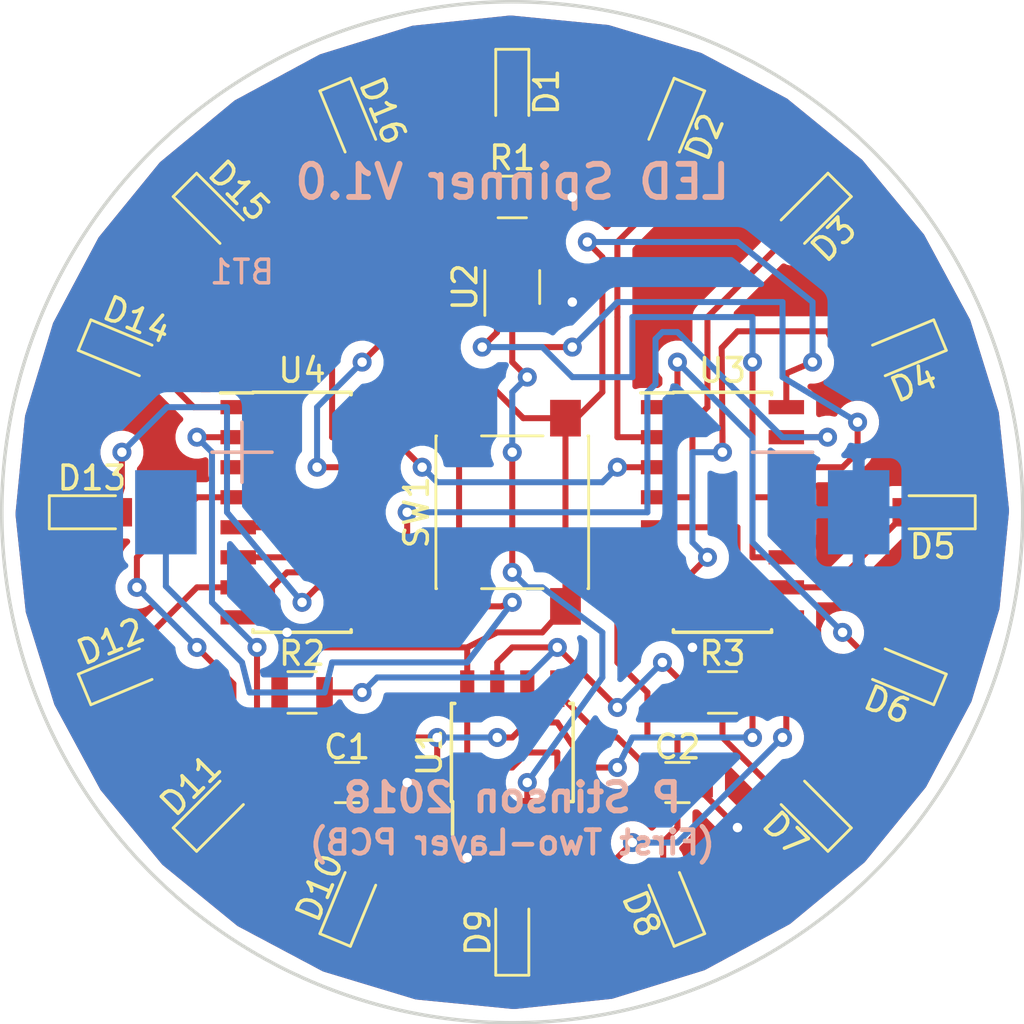
<source format=kicad_pcb>
(kicad_pcb (version 4) (host pcbnew 4.0.7)

  (general
    (links 62)
    (no_connects 0)
    (area 120.65 77.47 165.735001 121.995001)
    (thickness 1.6)
    (drawings 9)
    (tracks 319)
    (zones 0)
    (modules 27)
    (nets 32)
  )

  (page A4)
  (layers
    (0 F.Cu signal hide)
    (31 B.Cu signal hide)
    (32 B.Adhes user)
    (33 F.Adhes user)
    (34 B.Paste user)
    (35 F.Paste user)
    (36 B.SilkS user)
    (37 F.SilkS user)
    (38 B.Mask user)
    (39 F.Mask user)
    (40 Dwgs.User user)
    (41 Cmts.User user)
    (42 Eco1.User user)
    (43 Eco2.User user)
    (44 Edge.Cuts user)
    (45 Margin user)
    (46 B.CrtYd user)
    (47 F.CrtYd user)
    (48 B.Fab user)
    (49 F.Fab user hide)
  )

  (setup
    (last_trace_width 0.254)
    (trace_clearance 0.254)
    (zone_clearance 0.508)
    (zone_45_only no)
    (trace_min 0.127)
    (segment_width 0.15)
    (edge_width 0.15)
    (via_size 0.8)
    (via_drill 0.4)
    (via_min_size 0.6)
    (via_min_drill 0.3)
    (uvia_size 0.3)
    (uvia_drill 0.1)
    (uvias_allowed no)
    (uvia_min_size 0.2)
    (uvia_min_drill 0.1)
    (pcb_text_width 0.3)
    (pcb_text_size 1.5 1.5)
    (mod_edge_width 0.15)
    (mod_text_size 1 1)
    (mod_text_width 0.15)
    (pad_size 1.524 1.524)
    (pad_drill 0.762)
    (pad_to_mask_clearance 0.2)
    (aux_axis_origin 0 0)
    (visible_elements 7FFFFFFF)
    (pcbplotparams
      (layerselection 0x010f0_80000001)
      (usegerberextensions true)
      (excludeedgelayer true)
      (linewidth 0.100000)
      (plotframeref false)
      (viasonmask false)
      (mode 1)
      (useauxorigin false)
      (hpglpennumber 1)
      (hpglpenspeed 20)
      (hpglpendiameter 15)
      (hpglpenoverlay 2)
      (psnegative false)
      (psa4output false)
      (plotreference true)
      (plotvalue false)
      (plotinvisibletext false)
      (padsonsilk false)
      (subtractmaskfromsilk true)
      (outputformat 1)
      (mirror false)
      (drillshape 0)
      (scaleselection 1)
      (outputdirectory Gerbers/))
  )

  (net 0 "")
  (net 1 VCC)
  (net 2 GND)
  (net 3 "Net-(D1-Pad2)")
  (net 4 "Net-(D1-Pad1)")
  (net 5 "Net-(D2-Pad2)")
  (net 6 "Net-(D3-Pad2)")
  (net 7 "Net-(D4-Pad2)")
  (net 8 "Net-(D5-Pad2)")
  (net 9 "Net-(D6-Pad2)")
  (net 10 "Net-(D7-Pad2)")
  (net 11 "Net-(D8-Pad2)")
  (net 12 "Net-(D9-Pad2)")
  (net 13 "Net-(D10-Pad2)")
  (net 14 "Net-(D11-Pad2)")
  (net 15 "Net-(D12-Pad2)")
  (net 16 "Net-(D13-Pad2)")
  (net 17 "Net-(D14-Pad2)")
  (net 18 "Net-(D15-Pad2)")
  (net 19 "Net-(D16-Pad2)")
  (net 20 "Net-(U1-Pad3)")
  (net 21 "Net-(U2-Pad1)")
  (net 22 "Net-(U2-Pad4)")
  (net 23 "Net-(U3-Pad12)")
  (net 24 "Net-(U3-Pad15)")
  (net 25 "Net-(U4-Pad3)")
  (net 26 "Net-(U4-Pad11)")
  (net 27 "Net-(U4-Pad12)")
  (net 28 "Net-(BT1-Pad1)")
  (net 29 "Net-(C1-Pad1)")
  (net 30 "Net-(C2-Pad1)")
  (net 31 "Net-(R2-Pad2)")

  (net_class Default "This is the default net class."
    (clearance 0.254)
    (trace_width 0.254)
    (via_dia 0.8)
    (via_drill 0.4)
    (uvia_dia 0.3)
    (uvia_drill 0.1)
    (add_net GND)
    (add_net "Net-(BT1-Pad1)")
    (add_net "Net-(C1-Pad1)")
    (add_net "Net-(C2-Pad1)")
    (add_net "Net-(D1-Pad1)")
    (add_net "Net-(D1-Pad2)")
    (add_net "Net-(D10-Pad2)")
    (add_net "Net-(D11-Pad2)")
    (add_net "Net-(D12-Pad2)")
    (add_net "Net-(D13-Pad2)")
    (add_net "Net-(D14-Pad2)")
    (add_net "Net-(D15-Pad2)")
    (add_net "Net-(D16-Pad2)")
    (add_net "Net-(D2-Pad2)")
    (add_net "Net-(D3-Pad2)")
    (add_net "Net-(D4-Pad2)")
    (add_net "Net-(D5-Pad2)")
    (add_net "Net-(D6-Pad2)")
    (add_net "Net-(D7-Pad2)")
    (add_net "Net-(D8-Pad2)")
    (add_net "Net-(D9-Pad2)")
    (add_net "Net-(R2-Pad2)")
    (add_net "Net-(U1-Pad3)")
    (add_net "Net-(U2-Pad1)")
    (add_net "Net-(U2-Pad4)")
    (add_net "Net-(U3-Pad12)")
    (add_net "Net-(U3-Pad15)")
    (add_net "Net-(U4-Pad11)")
    (add_net "Net-(U4-Pad12)")
    (add_net "Net-(U4-Pad3)")
    (add_net VCC)
  )

  (module Coin_Cell_Holders:MPD_BA2032SM (layer B.Cu) (tedit 5B0AC3D6) (tstamp 5B09C13E)
    (at 143.51 100.33 180)
    (path /5B099C76)
    (fp_text reference BT1 (at 11.43 10.16 180) (layer B.SilkS)
      (effects (font (size 1 1) (thickness 0.15)) (justify mirror))
    )
    (fp_text value "CR2032 3V" (at -7.62 10.16 180) (layer B.Fab)
      (effects (font (size 1 1) (thickness 0.15)) (justify mirror))
    )
    (fp_line (start -12.7 2.54) (end -10.16 2.54) (layer B.SilkS) (width 0.15))
    (fp_line (start 10.16 2.54) (end 12.7 2.54) (layer B.SilkS) (width 0.15))
    (fp_line (start 11.43 3.81) (end 11.43 1.27) (layer B.SilkS) (width 0.15))
    (fp_line (start 14 8) (end 14 -8) (layer B.Fab) (width 0.15))
    (fp_line (start 14 -8) (end -14 -8) (layer B.Fab) (width 0.15))
    (fp_line (start -14 -8) (end -14 8) (layer B.Fab) (width 0.15))
    (fp_line (start -14 8) (end 14 8) (layer B.Fab) (width 0.15))
    (pad 1 smd rect (at 14.65 0 180) (size 2.6 3.56) (layers B.Cu B.Paste B.Mask)
      (net 28 "Net-(BT1-Pad1)"))
    (pad 2 smd rect (at -14.65 0 180) (size 2.6 3.56) (layers B.Cu B.Paste B.Mask)
      (net 2 GND))
  )

  (module Housings_SOIC:SOIC-16_3.9x9.9mm_Pitch1.27mm (layer F.Cu) (tedit 58CC8F64) (tstamp 5B09C1E1)
    (at 134.62 100.33)
    (descr "16-Lead Plastic Small Outline (SL) - Narrow, 3.90 mm Body [SOIC] (see Microchip Packaging Specification 00000049BS.pdf)")
    (tags "SOIC 1.27")
    (path /5AE86B8B)
    (attr smd)
    (fp_text reference U4 (at 0 -6) (layer F.SilkS)
      (effects (font (size 1 1) (thickness 0.15)))
    )
    (fp_text value 4017 (at 0 6) (layer F.Fab)
      (effects (font (size 1 1) (thickness 0.15)))
    )
    (fp_text user %R (at 0 0) (layer F.Fab)
      (effects (font (size 0.9 0.9) (thickness 0.135)))
    )
    (fp_line (start -0.95 -4.95) (end 1.95 -4.95) (layer F.Fab) (width 0.15))
    (fp_line (start 1.95 -4.95) (end 1.95 4.95) (layer F.Fab) (width 0.15))
    (fp_line (start 1.95 4.95) (end -1.95 4.95) (layer F.Fab) (width 0.15))
    (fp_line (start -1.95 4.95) (end -1.95 -3.95) (layer F.Fab) (width 0.15))
    (fp_line (start -1.95 -3.95) (end -0.95 -4.95) (layer F.Fab) (width 0.15))
    (fp_line (start -3.7 -5.25) (end -3.7 5.25) (layer F.CrtYd) (width 0.05))
    (fp_line (start 3.7 -5.25) (end 3.7 5.25) (layer F.CrtYd) (width 0.05))
    (fp_line (start -3.7 -5.25) (end 3.7 -5.25) (layer F.CrtYd) (width 0.05))
    (fp_line (start -3.7 5.25) (end 3.7 5.25) (layer F.CrtYd) (width 0.05))
    (fp_line (start -2.075 -5.075) (end -2.075 -5.05) (layer F.SilkS) (width 0.15))
    (fp_line (start 2.075 -5.075) (end 2.075 -4.97) (layer F.SilkS) (width 0.15))
    (fp_line (start 2.075 5.075) (end 2.075 4.97) (layer F.SilkS) (width 0.15))
    (fp_line (start -2.075 5.075) (end -2.075 4.97) (layer F.SilkS) (width 0.15))
    (fp_line (start -2.075 -5.075) (end 2.075 -5.075) (layer F.SilkS) (width 0.15))
    (fp_line (start -2.075 5.075) (end 2.075 5.075) (layer F.SilkS) (width 0.15))
    (fp_line (start -2.075 -5.05) (end -3.45 -5.05) (layer F.SilkS) (width 0.15))
    (pad 1 smd rect (at -2.7 -4.445) (size 1.5 0.6) (layers F.Cu F.Paste F.Mask)
      (net 17 "Net-(D14-Pad2)"))
    (pad 2 smd rect (at -2.7 -3.175) (size 1.5 0.6) (layers F.Cu F.Paste F.Mask)
      (net 13 "Net-(D10-Pad2)"))
    (pad 3 smd rect (at -2.7 -1.905) (size 1.5 0.6) (layers F.Cu F.Paste F.Mask)
      (net 25 "Net-(U4-Pad3)"))
    (pad 4 smd rect (at -2.7 -0.635) (size 1.5 0.6) (layers F.Cu F.Paste F.Mask)
      (net 14 "Net-(D11-Pad2)"))
    (pad 5 smd rect (at -2.7 0.635) (size 1.5 0.6) (layers F.Cu F.Paste F.Mask)
      (net 18 "Net-(D15-Pad2)"))
    (pad 6 smd rect (at -2.7 1.905) (size 1.5 0.6) (layers F.Cu F.Paste F.Mask)
      (net 19 "Net-(D16-Pad2)"))
    (pad 7 smd rect (at -2.7 3.175) (size 1.5 0.6) (layers F.Cu F.Paste F.Mask)
      (net 15 "Net-(D12-Pad2)"))
    (pad 8 smd rect (at -2.7 4.445) (size 1.5 0.6) (layers F.Cu F.Paste F.Mask)
      (net 2 GND))
    (pad 9 smd rect (at 2.7 4.445) (size 1.5 0.6) (layers F.Cu F.Paste F.Mask)
      (net 24 "Net-(U3-Pad15)"))
    (pad 10 smd rect (at 2.7 3.175) (size 1.5 0.6) (layers F.Cu F.Paste F.Mask)
      (net 16 "Net-(D13-Pad2)"))
    (pad 11 smd rect (at 2.7 1.905) (size 1.5 0.6) (layers F.Cu F.Paste F.Mask)
      (net 26 "Net-(U4-Pad11)"))
    (pad 12 smd rect (at 2.7 0.635) (size 1.5 0.6) (layers F.Cu F.Paste F.Mask)
      (net 27 "Net-(U4-Pad12)"))
    (pad 13 smd rect (at 2.7 -0.635) (size 1.5 0.6) (layers F.Cu F.Paste F.Mask)
      (net 2 GND))
    (pad 14 smd rect (at 2.7 -1.905) (size 1.5 0.6) (layers F.Cu F.Paste F.Mask)
      (net 22 "Net-(U2-Pad4)"))
    (pad 15 smd rect (at 2.7 -3.175) (size 1.5 0.6) (layers F.Cu F.Paste F.Mask)
      (net 3 "Net-(D1-Pad2)"))
    (pad 16 smd rect (at 2.7 -4.445) (size 1.5 0.6) (layers F.Cu F.Paste F.Mask)
      (net 1 VCC))
    (model ${KISYS3DMOD}/Housings_SOIC.3dshapes/SOIC-16_3.9x9.9mm_Pitch1.27mm.wrl
      (at (xyz 0 0 0))
      (scale (xyz 1 1 1))
      (rotate (xyz 0 0 0))
    )
  )

  (module LEDs:LED_0805 (layer F.Cu) (tedit 5B0D80B3) (tstamp 5B09C144)
    (at 143.51 82.55 270)
    (descr "LED 0805 smd package")
    (tags "LED led 0805 SMD smd SMT smt smdled SMDLED smtled SMTLED")
    (path /5AE88B9F)
    (attr smd)
    (fp_text reference D1 (at 0 -1.45 270) (layer F.SilkS)
      (effects (font (size 1 1) (thickness 0.15)))
    )
    (fp_text value LED (at 0 1.55 270) (layer F.Fab)
      (effects (font (size 1 1) (thickness 0.15)))
    )
    (fp_line (start -1.8 -0.7) (end -1.8 0.7) (layer F.SilkS) (width 0.12))
    (fp_line (start -0.4 -0.4) (end -0.4 0.4) (layer F.Fab) (width 0.1))
    (fp_line (start -0.4 0) (end 0.2 -0.4) (layer F.Fab) (width 0.1))
    (fp_line (start 0.2 0.4) (end -0.4 0) (layer F.Fab) (width 0.1))
    (fp_line (start 0.2 -0.4) (end 0.2 0.4) (layer F.Fab) (width 0.1))
    (fp_line (start 1 0.6) (end -1 0.6) (layer F.Fab) (width 0.1))
    (fp_line (start 1 -0.6) (end 1 0.6) (layer F.Fab) (width 0.1))
    (fp_line (start -1 -0.6) (end 1 -0.6) (layer F.Fab) (width 0.1))
    (fp_line (start -1 0.6) (end -1 -0.6) (layer F.Fab) (width 0.1))
    (fp_line (start -1.8 0.7) (end 1 0.7) (layer F.SilkS) (width 0.12))
    (fp_line (start -1.8 -0.7) (end 1 -0.7) (layer F.SilkS) (width 0.12))
    (fp_line (start 1.95 -0.85) (end 1.95 0.85) (layer F.CrtYd) (width 0.05))
    (fp_line (start 1.95 0.85) (end -1.95 0.85) (layer F.CrtYd) (width 0.05))
    (fp_line (start -1.95 0.85) (end -1.95 -0.85) (layer F.CrtYd) (width 0.05))
    (fp_line (start -1.95 -0.85) (end 1.95 -0.85) (layer F.CrtYd) (width 0.05))
    (fp_text user %R (at 0 -1.25 270) (layer F.Fab)
      (effects (font (size 0.4 0.4) (thickness 0.1)))
    )
    (pad 2 smd rect (at 1.1 0 90) (size 1.2 1.2) (layers F.Cu F.Paste F.Mask)
      (net 3 "Net-(D1-Pad2)"))
    (pad 1 smd rect (at -1.1 0 90) (size 1.2 1.2) (layers F.Cu F.Paste F.Mask)
      (net 4 "Net-(D1-Pad1)"))
    (model ${KISYS3DMOD}/LEDs.3dshapes/LED_0805.wrl
      (at (xyz 0 0 0))
      (scale (xyz 1 1 1))
      (rotate (xyz 0 0 180))
    )
  )

  (module LEDs:LED_0805 (layer F.Cu) (tedit 5B0D80B9) (tstamp 5B09C14A)
    (at 150.314101 83.903439 247.5)
    (descr "LED 0805 smd package")
    (tags "LED led 0805 SMD smd SMT smt smdled SMDLED smtled SMTLED")
    (path /5AE88CAA)
    (attr smd)
    (fp_text reference D2 (at 0 -1.45 247.5) (layer F.SilkS)
      (effects (font (size 1 1) (thickness 0.15)))
    )
    (fp_text value LED (at 0 1.55 247.5) (layer F.Fab)
      (effects (font (size 1 1) (thickness 0.15)))
    )
    (fp_line (start -1.8 -0.7) (end -1.8 0.7) (layer F.SilkS) (width 0.12))
    (fp_line (start -0.4 -0.4) (end -0.4 0.4) (layer F.Fab) (width 0.1))
    (fp_line (start -0.4 0) (end 0.2 -0.4) (layer F.Fab) (width 0.1))
    (fp_line (start 0.2 0.4) (end -0.4 0) (layer F.Fab) (width 0.1))
    (fp_line (start 0.2 -0.4) (end 0.2 0.4) (layer F.Fab) (width 0.1))
    (fp_line (start 1 0.6) (end -1 0.6) (layer F.Fab) (width 0.1))
    (fp_line (start 1 -0.6) (end 1 0.6) (layer F.Fab) (width 0.1))
    (fp_line (start -1 -0.6) (end 1 -0.6) (layer F.Fab) (width 0.1))
    (fp_line (start -1 0.6) (end -1 -0.6) (layer F.Fab) (width 0.1))
    (fp_line (start -1.8 0.7) (end 1 0.7) (layer F.SilkS) (width 0.12))
    (fp_line (start -1.8 -0.7) (end 1 -0.7) (layer F.SilkS) (width 0.12))
    (fp_line (start 1.95 -0.85) (end 1.95 0.85) (layer F.CrtYd) (width 0.05))
    (fp_line (start 1.95 0.85) (end -1.95 0.85) (layer F.CrtYd) (width 0.05))
    (fp_line (start -1.95 0.85) (end -1.95 -0.85) (layer F.CrtYd) (width 0.05))
    (fp_line (start -1.95 -0.85) (end 1.95 -0.85) (layer F.CrtYd) (width 0.05))
    (fp_text user %R (at 0 -1.25 247.5) (layer F.Fab)
      (effects (font (size 0.4 0.4) (thickness 0.1)))
    )
    (pad 2 smd rect (at 1.1 0 67.5) (size 1.2 1.2) (layers F.Cu F.Paste F.Mask)
      (net 5 "Net-(D2-Pad2)"))
    (pad 1 smd rect (at -1.1 0 67.5) (size 1.2 1.2) (layers F.Cu F.Paste F.Mask)
      (net 4 "Net-(D1-Pad1)"))
    (model ${KISYS3DMOD}/LEDs.3dshapes/LED_0805.wrl
      (at (xyz 0 0 0))
      (scale (xyz 1 1 1))
      (rotate (xyz 0 0 180))
    )
  )

  (module LEDs:LED_0805 (layer F.Cu) (tedit 5B0D80BF) (tstamp 5B09C150)
    (at 156.08234 87.75766 225)
    (descr "LED 0805 smd package")
    (tags "LED led 0805 SMD smd SMT smt smdled SMDLED smtled SMTLED")
    (path /5AE88CDD)
    (attr smd)
    (fp_text reference D3 (at 0 -1.45 225) (layer F.SilkS)
      (effects (font (size 1 1) (thickness 0.15)))
    )
    (fp_text value LED (at 0 1.55 225) (layer F.Fab)
      (effects (font (size 1 1) (thickness 0.15)))
    )
    (fp_line (start -1.8 -0.7) (end -1.8 0.7) (layer F.SilkS) (width 0.12))
    (fp_line (start -0.4 -0.4) (end -0.4 0.4) (layer F.Fab) (width 0.1))
    (fp_line (start -0.4 0) (end 0.2 -0.4) (layer F.Fab) (width 0.1))
    (fp_line (start 0.2 0.4) (end -0.4 0) (layer F.Fab) (width 0.1))
    (fp_line (start 0.2 -0.4) (end 0.2 0.4) (layer F.Fab) (width 0.1))
    (fp_line (start 1 0.6) (end -1 0.6) (layer F.Fab) (width 0.1))
    (fp_line (start 1 -0.6) (end 1 0.6) (layer F.Fab) (width 0.1))
    (fp_line (start -1 -0.6) (end 1 -0.6) (layer F.Fab) (width 0.1))
    (fp_line (start -1 0.6) (end -1 -0.6) (layer F.Fab) (width 0.1))
    (fp_line (start -1.8 0.7) (end 1 0.7) (layer F.SilkS) (width 0.12))
    (fp_line (start -1.8 -0.7) (end 1 -0.7) (layer F.SilkS) (width 0.12))
    (fp_line (start 1.95 -0.85) (end 1.95 0.85) (layer F.CrtYd) (width 0.05))
    (fp_line (start 1.95 0.85) (end -1.95 0.85) (layer F.CrtYd) (width 0.05))
    (fp_line (start -1.95 0.85) (end -1.95 -0.85) (layer F.CrtYd) (width 0.05))
    (fp_line (start -1.95 -0.85) (end 1.95 -0.85) (layer F.CrtYd) (width 0.05))
    (fp_text user %R (at 0 -1.25 225) (layer F.Fab)
      (effects (font (size 0.4 0.4) (thickness 0.1)))
    )
    (pad 2 smd rect (at 1.1 0 45) (size 1.2 1.2) (layers F.Cu F.Paste F.Mask)
      (net 6 "Net-(D3-Pad2)"))
    (pad 1 smd rect (at -1.1 0 45) (size 1.2 1.2) (layers F.Cu F.Paste F.Mask)
      (net 4 "Net-(D1-Pad1)"))
    (model ${KISYS3DMOD}/LEDs.3dshapes/LED_0805.wrl
      (at (xyz 0 0 0))
      (scale (xyz 1 1 1))
      (rotate (xyz 0 0 180))
    )
  )

  (module LEDs:LED_0805 (layer F.Cu) (tedit 5B0D80C4) (tstamp 5B09C156)
    (at 159.936561 93.525899 202.5)
    (descr "LED 0805 smd package")
    (tags "LED led 0805 SMD smd SMT smt smdled SMDLED smtled SMTLED")
    (path /5AE88D13)
    (attr smd)
    (fp_text reference D4 (at 0 -1.45 202.5) (layer F.SilkS)
      (effects (font (size 1 1) (thickness 0.15)))
    )
    (fp_text value LED (at 0 1.55 202.5) (layer F.Fab)
      (effects (font (size 1 1) (thickness 0.15)))
    )
    (fp_line (start -1.8 -0.7) (end -1.8 0.7) (layer F.SilkS) (width 0.12))
    (fp_line (start -0.4 -0.4) (end -0.4 0.4) (layer F.Fab) (width 0.1))
    (fp_line (start -0.4 0) (end 0.2 -0.4) (layer F.Fab) (width 0.1))
    (fp_line (start 0.2 0.4) (end -0.4 0) (layer F.Fab) (width 0.1))
    (fp_line (start 0.2 -0.4) (end 0.2 0.4) (layer F.Fab) (width 0.1))
    (fp_line (start 1 0.6) (end -1 0.6) (layer F.Fab) (width 0.1))
    (fp_line (start 1 -0.6) (end 1 0.6) (layer F.Fab) (width 0.1))
    (fp_line (start -1 -0.6) (end 1 -0.6) (layer F.Fab) (width 0.1))
    (fp_line (start -1 0.6) (end -1 -0.6) (layer F.Fab) (width 0.1))
    (fp_line (start -1.8 0.7) (end 1 0.7) (layer F.SilkS) (width 0.12))
    (fp_line (start -1.8 -0.7) (end 1 -0.7) (layer F.SilkS) (width 0.12))
    (fp_line (start 1.95 -0.85) (end 1.95 0.85) (layer F.CrtYd) (width 0.05))
    (fp_line (start 1.95 0.85) (end -1.95 0.85) (layer F.CrtYd) (width 0.05))
    (fp_line (start -1.95 0.85) (end -1.95 -0.85) (layer F.CrtYd) (width 0.05))
    (fp_line (start -1.95 -0.85) (end 1.95 -0.85) (layer F.CrtYd) (width 0.05))
    (fp_text user %R (at 0 -1.25 202.5) (layer F.Fab)
      (effects (font (size 0.4 0.4) (thickness 0.1)))
    )
    (pad 2 smd rect (at 1.1 0 22.5) (size 1.2 1.2) (layers F.Cu F.Paste F.Mask)
      (net 7 "Net-(D4-Pad2)"))
    (pad 1 smd rect (at -1.1 0 22.5) (size 1.2 1.2) (layers F.Cu F.Paste F.Mask)
      (net 4 "Net-(D1-Pad1)"))
    (model ${KISYS3DMOD}/LEDs.3dshapes/LED_0805.wrl
      (at (xyz 0 0 0))
      (scale (xyz 1 1 1))
      (rotate (xyz 0 0 180))
    )
  )

  (module LEDs:LED_0805 (layer F.Cu) (tedit 5B0D80CB) (tstamp 5B09C15C)
    (at 161.29 100.33 180)
    (descr "LED 0805 smd package")
    (tags "LED led 0805 SMD smd SMT smt smdled SMDLED smtled SMTLED")
    (path /5AE88ED4)
    (attr smd)
    (fp_text reference D5 (at 0 -1.45 180) (layer F.SilkS)
      (effects (font (size 1 1) (thickness 0.15)))
    )
    (fp_text value LED (at 0 1.55 180) (layer F.Fab)
      (effects (font (size 1 1) (thickness 0.15)))
    )
    (fp_line (start -1.8 -0.7) (end -1.8 0.7) (layer F.SilkS) (width 0.12))
    (fp_line (start -0.4 -0.4) (end -0.4 0.4) (layer F.Fab) (width 0.1))
    (fp_line (start -0.4 0) (end 0.2 -0.4) (layer F.Fab) (width 0.1))
    (fp_line (start 0.2 0.4) (end -0.4 0) (layer F.Fab) (width 0.1))
    (fp_line (start 0.2 -0.4) (end 0.2 0.4) (layer F.Fab) (width 0.1))
    (fp_line (start 1 0.6) (end -1 0.6) (layer F.Fab) (width 0.1))
    (fp_line (start 1 -0.6) (end 1 0.6) (layer F.Fab) (width 0.1))
    (fp_line (start -1 -0.6) (end 1 -0.6) (layer F.Fab) (width 0.1))
    (fp_line (start -1 0.6) (end -1 -0.6) (layer F.Fab) (width 0.1))
    (fp_line (start -1.8 0.7) (end 1 0.7) (layer F.SilkS) (width 0.12))
    (fp_line (start -1.8 -0.7) (end 1 -0.7) (layer F.SilkS) (width 0.12))
    (fp_line (start 1.95 -0.85) (end 1.95 0.85) (layer F.CrtYd) (width 0.05))
    (fp_line (start 1.95 0.85) (end -1.95 0.85) (layer F.CrtYd) (width 0.05))
    (fp_line (start -1.95 0.85) (end -1.95 -0.85) (layer F.CrtYd) (width 0.05))
    (fp_line (start -1.95 -0.85) (end 1.95 -0.85) (layer F.CrtYd) (width 0.05))
    (fp_text user %R (at 0 -1.25 180) (layer F.Fab)
      (effects (font (size 0.4 0.4) (thickness 0.1)))
    )
    (pad 2 smd rect (at 1.1 0) (size 1.2 1.2) (layers F.Cu F.Paste F.Mask)
      (net 8 "Net-(D5-Pad2)"))
    (pad 1 smd rect (at -1.1 0) (size 1.2 1.2) (layers F.Cu F.Paste F.Mask)
      (net 4 "Net-(D1-Pad1)"))
    (model ${KISYS3DMOD}/LEDs.3dshapes/LED_0805.wrl
      (at (xyz 0 0 0))
      (scale (xyz 1 1 1))
      (rotate (xyz 0 0 180))
    )
  )

  (module LEDs:LED_0805 (layer F.Cu) (tedit 5B0D80D0) (tstamp 5B09C162)
    (at 159.936561 107.134101 157.5)
    (descr "LED 0805 smd package")
    (tags "LED led 0805 SMD smd SMT smt smdled SMDLED smtled SMTLED")
    (path /5AE88EDA)
    (attr smd)
    (fp_text reference D6 (at 0 -1.45 157.5) (layer F.SilkS)
      (effects (font (size 1 1) (thickness 0.15)))
    )
    (fp_text value LED (at 0 1.55 157.5) (layer F.Fab)
      (effects (font (size 1 1) (thickness 0.15)))
    )
    (fp_line (start -1.8 -0.7) (end -1.8 0.7) (layer F.SilkS) (width 0.12))
    (fp_line (start -0.4 -0.4) (end -0.4 0.4) (layer F.Fab) (width 0.1))
    (fp_line (start -0.4 0) (end 0.2 -0.4) (layer F.Fab) (width 0.1))
    (fp_line (start 0.2 0.4) (end -0.4 0) (layer F.Fab) (width 0.1))
    (fp_line (start 0.2 -0.4) (end 0.2 0.4) (layer F.Fab) (width 0.1))
    (fp_line (start 1 0.6) (end -1 0.6) (layer F.Fab) (width 0.1))
    (fp_line (start 1 -0.6) (end 1 0.6) (layer F.Fab) (width 0.1))
    (fp_line (start -1 -0.6) (end 1 -0.6) (layer F.Fab) (width 0.1))
    (fp_line (start -1 0.6) (end -1 -0.6) (layer F.Fab) (width 0.1))
    (fp_line (start -1.8 0.7) (end 1 0.7) (layer F.SilkS) (width 0.12))
    (fp_line (start -1.8 -0.7) (end 1 -0.7) (layer F.SilkS) (width 0.12))
    (fp_line (start 1.95 -0.85) (end 1.95 0.85) (layer F.CrtYd) (width 0.05))
    (fp_line (start 1.95 0.85) (end -1.95 0.85) (layer F.CrtYd) (width 0.05))
    (fp_line (start -1.95 0.85) (end -1.95 -0.85) (layer F.CrtYd) (width 0.05))
    (fp_line (start -1.95 -0.85) (end 1.95 -0.85) (layer F.CrtYd) (width 0.05))
    (fp_text user %R (at 0 -1.25 157.5) (layer F.Fab)
      (effects (font (size 0.4 0.4) (thickness 0.1)))
    )
    (pad 2 smd rect (at 1.1 0 337.5) (size 1.2 1.2) (layers F.Cu F.Paste F.Mask)
      (net 9 "Net-(D6-Pad2)"))
    (pad 1 smd rect (at -1.1 0 337.5) (size 1.2 1.2) (layers F.Cu F.Paste F.Mask)
      (net 4 "Net-(D1-Pad1)"))
    (model ${KISYS3DMOD}/LEDs.3dshapes/LED_0805.wrl
      (at (xyz 0 0 0))
      (scale (xyz 1 1 1))
      (rotate (xyz 0 0 180))
    )
  )

  (module LEDs:LED_0805 (layer F.Cu) (tedit 5B0D80D9) (tstamp 5B09C168)
    (at 156.08234 112.90234 135)
    (descr "LED 0805 smd package")
    (tags "LED led 0805 SMD smd SMT smt smdled SMDLED smtled SMTLED")
    (path /5AE88EE0)
    (attr smd)
    (fp_text reference D7 (at 0 -1.45 135) (layer F.SilkS)
      (effects (font (size 1 1) (thickness 0.15)))
    )
    (fp_text value LED (at 0 1.55 135) (layer F.Fab)
      (effects (font (size 1 1) (thickness 0.15)))
    )
    (fp_line (start -1.8 -0.7) (end -1.8 0.7) (layer F.SilkS) (width 0.12))
    (fp_line (start -0.4 -0.4) (end -0.4 0.4) (layer F.Fab) (width 0.1))
    (fp_line (start -0.4 0) (end 0.2 -0.4) (layer F.Fab) (width 0.1))
    (fp_line (start 0.2 0.4) (end -0.4 0) (layer F.Fab) (width 0.1))
    (fp_line (start 0.2 -0.4) (end 0.2 0.4) (layer F.Fab) (width 0.1))
    (fp_line (start 1 0.6) (end -1 0.6) (layer F.Fab) (width 0.1))
    (fp_line (start 1 -0.6) (end 1 0.6) (layer F.Fab) (width 0.1))
    (fp_line (start -1 -0.6) (end 1 -0.6) (layer F.Fab) (width 0.1))
    (fp_line (start -1 0.6) (end -1 -0.6) (layer F.Fab) (width 0.1))
    (fp_line (start -1.8 0.7) (end 1 0.7) (layer F.SilkS) (width 0.12))
    (fp_line (start -1.8 -0.7) (end 1 -0.7) (layer F.SilkS) (width 0.12))
    (fp_line (start 1.95 -0.85) (end 1.95 0.85) (layer F.CrtYd) (width 0.05))
    (fp_line (start 1.95 0.85) (end -1.95 0.85) (layer F.CrtYd) (width 0.05))
    (fp_line (start -1.95 0.85) (end -1.95 -0.85) (layer F.CrtYd) (width 0.05))
    (fp_line (start -1.95 -0.85) (end 1.95 -0.85) (layer F.CrtYd) (width 0.05))
    (fp_text user %R (at 0 -1.25 135) (layer F.Fab)
      (effects (font (size 0.4 0.4) (thickness 0.1)))
    )
    (pad 2 smd rect (at 1.1 0 315) (size 1.2 1.2) (layers F.Cu F.Paste F.Mask)
      (net 10 "Net-(D7-Pad2)"))
    (pad 1 smd rect (at -1.1 0 315) (size 1.2 1.2) (layers F.Cu F.Paste F.Mask)
      (net 4 "Net-(D1-Pad1)"))
    (model ${KISYS3DMOD}/LEDs.3dshapes/LED_0805.wrl
      (at (xyz 0 0 0))
      (scale (xyz 1 1 1))
      (rotate (xyz 0 0 180))
    )
  )

  (module LEDs:LED_0805 (layer F.Cu) (tedit 5B0D80DF) (tstamp 5B09C16E)
    (at 150.314101 116.756561 112.5)
    (descr "LED 0805 smd package")
    (tags "LED led 0805 SMD smd SMT smt smdled SMDLED smtled SMTLED")
    (path /5AE88EE6)
    (attr smd)
    (fp_text reference D8 (at 0 -1.45 112.5) (layer F.SilkS)
      (effects (font (size 1 1) (thickness 0.15)))
    )
    (fp_text value LED (at 0 1.55 112.5) (layer F.Fab)
      (effects (font (size 1 1) (thickness 0.15)))
    )
    (fp_line (start -1.8 -0.7) (end -1.8 0.7) (layer F.SilkS) (width 0.12))
    (fp_line (start -0.4 -0.4) (end -0.4 0.4) (layer F.Fab) (width 0.1))
    (fp_line (start -0.4 0) (end 0.2 -0.4) (layer F.Fab) (width 0.1))
    (fp_line (start 0.2 0.4) (end -0.4 0) (layer F.Fab) (width 0.1))
    (fp_line (start 0.2 -0.4) (end 0.2 0.4) (layer F.Fab) (width 0.1))
    (fp_line (start 1 0.6) (end -1 0.6) (layer F.Fab) (width 0.1))
    (fp_line (start 1 -0.6) (end 1 0.6) (layer F.Fab) (width 0.1))
    (fp_line (start -1 -0.6) (end 1 -0.6) (layer F.Fab) (width 0.1))
    (fp_line (start -1 0.6) (end -1 -0.6) (layer F.Fab) (width 0.1))
    (fp_line (start -1.8 0.7) (end 1 0.7) (layer F.SilkS) (width 0.12))
    (fp_line (start -1.8 -0.7) (end 1 -0.7) (layer F.SilkS) (width 0.12))
    (fp_line (start 1.95 -0.85) (end 1.95 0.85) (layer F.CrtYd) (width 0.05))
    (fp_line (start 1.95 0.85) (end -1.95 0.85) (layer F.CrtYd) (width 0.05))
    (fp_line (start -1.95 0.85) (end -1.95 -0.85) (layer F.CrtYd) (width 0.05))
    (fp_line (start -1.95 -0.85) (end 1.95 -0.85) (layer F.CrtYd) (width 0.05))
    (fp_text user %R (at 0 -1.25 112.5) (layer F.Fab)
      (effects (font (size 0.4 0.4) (thickness 0.1)))
    )
    (pad 2 smd rect (at 1.1 0 292.5) (size 1.2 1.2) (layers F.Cu F.Paste F.Mask)
      (net 11 "Net-(D8-Pad2)"))
    (pad 1 smd rect (at -1.1 0 292.5) (size 1.2 1.2) (layers F.Cu F.Paste F.Mask)
      (net 4 "Net-(D1-Pad1)"))
    (model ${KISYS3DMOD}/LEDs.3dshapes/LED_0805.wrl
      (at (xyz 0 0 0))
      (scale (xyz 1 1 1))
      (rotate (xyz 0 0 180))
    )
  )

  (module LEDs:LED_0805 (layer F.Cu) (tedit 5B0D80E4) (tstamp 5B09C174)
    (at 143.51 118.11 90)
    (descr "LED 0805 smd package")
    (tags "LED led 0805 SMD smd SMT smt smdled SMDLED smtled SMTLED")
    (path /5AE890E9)
    (attr smd)
    (fp_text reference D9 (at 0 -1.45 90) (layer F.SilkS)
      (effects (font (size 1 1) (thickness 0.15)))
    )
    (fp_text value LED (at 0 1.55 90) (layer F.Fab)
      (effects (font (size 1 1) (thickness 0.15)))
    )
    (fp_line (start -1.8 -0.7) (end -1.8 0.7) (layer F.SilkS) (width 0.12))
    (fp_line (start -0.4 -0.4) (end -0.4 0.4) (layer F.Fab) (width 0.1))
    (fp_line (start -0.4 0) (end 0.2 -0.4) (layer F.Fab) (width 0.1))
    (fp_line (start 0.2 0.4) (end -0.4 0) (layer F.Fab) (width 0.1))
    (fp_line (start 0.2 -0.4) (end 0.2 0.4) (layer F.Fab) (width 0.1))
    (fp_line (start 1 0.6) (end -1 0.6) (layer F.Fab) (width 0.1))
    (fp_line (start 1 -0.6) (end 1 0.6) (layer F.Fab) (width 0.1))
    (fp_line (start -1 -0.6) (end 1 -0.6) (layer F.Fab) (width 0.1))
    (fp_line (start -1 0.6) (end -1 -0.6) (layer F.Fab) (width 0.1))
    (fp_line (start -1.8 0.7) (end 1 0.7) (layer F.SilkS) (width 0.12))
    (fp_line (start -1.8 -0.7) (end 1 -0.7) (layer F.SilkS) (width 0.12))
    (fp_line (start 1.95 -0.85) (end 1.95 0.85) (layer F.CrtYd) (width 0.05))
    (fp_line (start 1.95 0.85) (end -1.95 0.85) (layer F.CrtYd) (width 0.05))
    (fp_line (start -1.95 0.85) (end -1.95 -0.85) (layer F.CrtYd) (width 0.05))
    (fp_line (start -1.95 -0.85) (end 1.95 -0.85) (layer F.CrtYd) (width 0.05))
    (fp_text user %R (at 0 -1.25 90) (layer F.Fab)
      (effects (font (size 0.4 0.4) (thickness 0.1)))
    )
    (pad 2 smd rect (at 1.1 0 270) (size 1.2 1.2) (layers F.Cu F.Paste F.Mask)
      (net 12 "Net-(D9-Pad2)"))
    (pad 1 smd rect (at -1.1 0 270) (size 1.2 1.2) (layers F.Cu F.Paste F.Mask)
      (net 4 "Net-(D1-Pad1)"))
    (model ${KISYS3DMOD}/LEDs.3dshapes/LED_0805.wrl
      (at (xyz 0 0 0))
      (scale (xyz 1 1 1))
      (rotate (xyz 0 0 180))
    )
  )

  (module LEDs:LED_0805 (layer F.Cu) (tedit 5B0D80E8) (tstamp 5B09C17A)
    (at 136.705899 116.756561 67.5)
    (descr "LED 0805 smd package")
    (tags "LED led 0805 SMD smd SMT smt smdled SMDLED smtled SMTLED")
    (path /5AE890EF)
    (attr smd)
    (fp_text reference D10 (at 0 -1.45 67.5) (layer F.SilkS)
      (effects (font (size 1 1) (thickness 0.15)))
    )
    (fp_text value LED (at 0 1.55 67.5) (layer F.Fab)
      (effects (font (size 1 1) (thickness 0.15)))
    )
    (fp_line (start -1.8 -0.7) (end -1.8 0.7) (layer F.SilkS) (width 0.12))
    (fp_line (start -0.4 -0.4) (end -0.4 0.4) (layer F.Fab) (width 0.1))
    (fp_line (start -0.4 0) (end 0.2 -0.4) (layer F.Fab) (width 0.1))
    (fp_line (start 0.2 0.4) (end -0.4 0) (layer F.Fab) (width 0.1))
    (fp_line (start 0.2 -0.4) (end 0.2 0.4) (layer F.Fab) (width 0.1))
    (fp_line (start 1 0.6) (end -1 0.6) (layer F.Fab) (width 0.1))
    (fp_line (start 1 -0.6) (end 1 0.6) (layer F.Fab) (width 0.1))
    (fp_line (start -1 -0.6) (end 1 -0.6) (layer F.Fab) (width 0.1))
    (fp_line (start -1 0.6) (end -1 -0.6) (layer F.Fab) (width 0.1))
    (fp_line (start -1.8 0.7) (end 1 0.7) (layer F.SilkS) (width 0.12))
    (fp_line (start -1.8 -0.7) (end 1 -0.7) (layer F.SilkS) (width 0.12))
    (fp_line (start 1.95 -0.85) (end 1.95 0.85) (layer F.CrtYd) (width 0.05))
    (fp_line (start 1.95 0.85) (end -1.95 0.85) (layer F.CrtYd) (width 0.05))
    (fp_line (start -1.95 0.85) (end -1.95 -0.85) (layer F.CrtYd) (width 0.05))
    (fp_line (start -1.95 -0.85) (end 1.95 -0.85) (layer F.CrtYd) (width 0.05))
    (fp_text user %R (at 0 -1.25 67.5) (layer F.Fab)
      (effects (font (size 0.4 0.4) (thickness 0.1)))
    )
    (pad 2 smd rect (at 1.1 0 247.5) (size 1.2 1.2) (layers F.Cu F.Paste F.Mask)
      (net 13 "Net-(D10-Pad2)"))
    (pad 1 smd rect (at -1.1 0 247.5) (size 1.2 1.2) (layers F.Cu F.Paste F.Mask)
      (net 4 "Net-(D1-Pad1)"))
    (model ${KISYS3DMOD}/LEDs.3dshapes/LED_0805.wrl
      (at (xyz 0 0 0))
      (scale (xyz 1 1 1))
      (rotate (xyz 0 0 180))
    )
  )

  (module LEDs:LED_0805 (layer F.Cu) (tedit 5B0D80EF) (tstamp 5B09C180)
    (at 130.93766 112.90234 45)
    (descr "LED 0805 smd package")
    (tags "LED led 0805 SMD smd SMT smt smdled SMDLED smtled SMTLED")
    (path /5AE890F5)
    (attr smd)
    (fp_text reference D11 (at 0 -1.45 45) (layer F.SilkS)
      (effects (font (size 1 1) (thickness 0.15)))
    )
    (fp_text value LED (at 0 1.55 45) (layer F.Fab)
      (effects (font (size 1 1) (thickness 0.15)))
    )
    (fp_line (start -1.8 -0.7) (end -1.8 0.7) (layer F.SilkS) (width 0.12))
    (fp_line (start -0.4 -0.4) (end -0.4 0.4) (layer F.Fab) (width 0.1))
    (fp_line (start -0.4 0) (end 0.2 -0.4) (layer F.Fab) (width 0.1))
    (fp_line (start 0.2 0.4) (end -0.4 0) (layer F.Fab) (width 0.1))
    (fp_line (start 0.2 -0.4) (end 0.2 0.4) (layer F.Fab) (width 0.1))
    (fp_line (start 1 0.6) (end -1 0.6) (layer F.Fab) (width 0.1))
    (fp_line (start 1 -0.6) (end 1 0.6) (layer F.Fab) (width 0.1))
    (fp_line (start -1 -0.6) (end 1 -0.6) (layer F.Fab) (width 0.1))
    (fp_line (start -1 0.6) (end -1 -0.6) (layer F.Fab) (width 0.1))
    (fp_line (start -1.8 0.7) (end 1 0.7) (layer F.SilkS) (width 0.12))
    (fp_line (start -1.8 -0.7) (end 1 -0.7) (layer F.SilkS) (width 0.12))
    (fp_line (start 1.95 -0.85) (end 1.95 0.85) (layer F.CrtYd) (width 0.05))
    (fp_line (start 1.95 0.85) (end -1.95 0.85) (layer F.CrtYd) (width 0.05))
    (fp_line (start -1.95 0.85) (end -1.95 -0.85) (layer F.CrtYd) (width 0.05))
    (fp_line (start -1.95 -0.85) (end 1.95 -0.85) (layer F.CrtYd) (width 0.05))
    (fp_text user %R (at 0 -1.25 45) (layer F.Fab)
      (effects (font (size 0.4 0.4) (thickness 0.1)))
    )
    (pad 2 smd rect (at 1.1 0 225) (size 1.2 1.2) (layers F.Cu F.Paste F.Mask)
      (net 14 "Net-(D11-Pad2)"))
    (pad 1 smd rect (at -1.1 0 225) (size 1.2 1.2) (layers F.Cu F.Paste F.Mask)
      (net 4 "Net-(D1-Pad1)"))
    (model ${KISYS3DMOD}/LEDs.3dshapes/LED_0805.wrl
      (at (xyz 0 0 0))
      (scale (xyz 1 1 1))
      (rotate (xyz 0 0 180))
    )
  )

  (module LEDs:LED_0805 (layer F.Cu) (tedit 5B0D80F3) (tstamp 5B09C186)
    (at 127.083439 107.134101 22.5)
    (descr "LED 0805 smd package")
    (tags "LED led 0805 SMD smd SMT smt smdled SMDLED smtled SMTLED")
    (path /5AE890FB)
    (attr smd)
    (fp_text reference D12 (at 0 -1.45 22.5) (layer F.SilkS)
      (effects (font (size 1 1) (thickness 0.15)))
    )
    (fp_text value LED (at 0 1.55 22.5) (layer F.Fab)
      (effects (font (size 1 1) (thickness 0.15)))
    )
    (fp_line (start -1.8 -0.7) (end -1.8 0.7) (layer F.SilkS) (width 0.12))
    (fp_line (start -0.4 -0.4) (end -0.4 0.4) (layer F.Fab) (width 0.1))
    (fp_line (start -0.4 0) (end 0.2 -0.4) (layer F.Fab) (width 0.1))
    (fp_line (start 0.2 0.4) (end -0.4 0) (layer F.Fab) (width 0.1))
    (fp_line (start 0.2 -0.4) (end 0.2 0.4) (layer F.Fab) (width 0.1))
    (fp_line (start 1 0.6) (end -1 0.6) (layer F.Fab) (width 0.1))
    (fp_line (start 1 -0.6) (end 1 0.6) (layer F.Fab) (width 0.1))
    (fp_line (start -1 -0.6) (end 1 -0.6) (layer F.Fab) (width 0.1))
    (fp_line (start -1 0.6) (end -1 -0.6) (layer F.Fab) (width 0.1))
    (fp_line (start -1.8 0.7) (end 1 0.7) (layer F.SilkS) (width 0.12))
    (fp_line (start -1.8 -0.7) (end 1 -0.7) (layer F.SilkS) (width 0.12))
    (fp_line (start 1.95 -0.85) (end 1.95 0.85) (layer F.CrtYd) (width 0.05))
    (fp_line (start 1.95 0.85) (end -1.95 0.85) (layer F.CrtYd) (width 0.05))
    (fp_line (start -1.95 0.85) (end -1.95 -0.85) (layer F.CrtYd) (width 0.05))
    (fp_line (start -1.95 -0.85) (end 1.95 -0.85) (layer F.CrtYd) (width 0.05))
    (fp_text user %R (at 0 -1.25 22.5) (layer F.Fab)
      (effects (font (size 0.4 0.4) (thickness 0.1)))
    )
    (pad 2 smd rect (at 1.1 0 202.5) (size 1.2 1.2) (layers F.Cu F.Paste F.Mask)
      (net 15 "Net-(D12-Pad2)"))
    (pad 1 smd rect (at -1.1 0 202.5) (size 1.2 1.2) (layers F.Cu F.Paste F.Mask)
      (net 4 "Net-(D1-Pad1)"))
    (model ${KISYS3DMOD}/LEDs.3dshapes/LED_0805.wrl
      (at (xyz 0 0 0))
      (scale (xyz 1 1 1))
      (rotate (xyz 0 0 180))
    )
  )

  (module LEDs:LED_0805 (layer F.Cu) (tedit 5B0D80F8) (tstamp 5B09C18C)
    (at 125.73 100.33)
    (descr "LED 0805 smd package")
    (tags "LED led 0805 SMD smd SMT smt smdled SMDLED smtled SMTLED")
    (path /5AE89101)
    (attr smd)
    (fp_text reference D13 (at 0 -1.45) (layer F.SilkS)
      (effects (font (size 1 1) (thickness 0.15)))
    )
    (fp_text value LED (at 0 1.55) (layer F.Fab)
      (effects (font (size 1 1) (thickness 0.15)))
    )
    (fp_line (start -1.8 -0.7) (end -1.8 0.7) (layer F.SilkS) (width 0.12))
    (fp_line (start -0.4 -0.4) (end -0.4 0.4) (layer F.Fab) (width 0.1))
    (fp_line (start -0.4 0) (end 0.2 -0.4) (layer F.Fab) (width 0.1))
    (fp_line (start 0.2 0.4) (end -0.4 0) (layer F.Fab) (width 0.1))
    (fp_line (start 0.2 -0.4) (end 0.2 0.4) (layer F.Fab) (width 0.1))
    (fp_line (start 1 0.6) (end -1 0.6) (layer F.Fab) (width 0.1))
    (fp_line (start 1 -0.6) (end 1 0.6) (layer F.Fab) (width 0.1))
    (fp_line (start -1 -0.6) (end 1 -0.6) (layer F.Fab) (width 0.1))
    (fp_line (start -1 0.6) (end -1 -0.6) (layer F.Fab) (width 0.1))
    (fp_line (start -1.8 0.7) (end 1 0.7) (layer F.SilkS) (width 0.12))
    (fp_line (start -1.8 -0.7) (end 1 -0.7) (layer F.SilkS) (width 0.12))
    (fp_line (start 1.95 -0.85) (end 1.95 0.85) (layer F.CrtYd) (width 0.05))
    (fp_line (start 1.95 0.85) (end -1.95 0.85) (layer F.CrtYd) (width 0.05))
    (fp_line (start -1.95 0.85) (end -1.95 -0.85) (layer F.CrtYd) (width 0.05))
    (fp_line (start -1.95 -0.85) (end 1.95 -0.85) (layer F.CrtYd) (width 0.05))
    (fp_text user %R (at 0 -1.25) (layer F.Fab)
      (effects (font (size 0.4 0.4) (thickness 0.1)))
    )
    (pad 2 smd rect (at 1.1 0 180) (size 1.2 1.2) (layers F.Cu F.Paste F.Mask)
      (net 16 "Net-(D13-Pad2)"))
    (pad 1 smd rect (at -1.1 0 180) (size 1.2 1.2) (layers F.Cu F.Paste F.Mask)
      (net 4 "Net-(D1-Pad1)"))
    (model ${KISYS3DMOD}/LEDs.3dshapes/LED_0805.wrl
      (at (xyz 0 0 0))
      (scale (xyz 1 1 1))
      (rotate (xyz 0 0 180))
    )
  )

  (module LEDs:LED_0805 (layer F.Cu) (tedit 5B0D80FC) (tstamp 5B09C192)
    (at 127.083439 93.525899 337.5)
    (descr "LED 0805 smd package")
    (tags "LED led 0805 SMD smd SMT smt smdled SMDLED smtled SMTLED")
    (path /5AE89107)
    (attr smd)
    (fp_text reference D14 (at 0 -1.45 337.5) (layer F.SilkS)
      (effects (font (size 1 1) (thickness 0.15)))
    )
    (fp_text value LED (at 0 1.55 337.5) (layer F.Fab)
      (effects (font (size 1 1) (thickness 0.15)))
    )
    (fp_line (start -1.8 -0.7) (end -1.8 0.7) (layer F.SilkS) (width 0.12))
    (fp_line (start -0.4 -0.4) (end -0.4 0.4) (layer F.Fab) (width 0.1))
    (fp_line (start -0.4 0) (end 0.2 -0.4) (layer F.Fab) (width 0.1))
    (fp_line (start 0.2 0.4) (end -0.4 0) (layer F.Fab) (width 0.1))
    (fp_line (start 0.2 -0.4) (end 0.2 0.4) (layer F.Fab) (width 0.1))
    (fp_line (start 1 0.6) (end -1 0.6) (layer F.Fab) (width 0.1))
    (fp_line (start 1 -0.6) (end 1 0.6) (layer F.Fab) (width 0.1))
    (fp_line (start -1 -0.6) (end 1 -0.6) (layer F.Fab) (width 0.1))
    (fp_line (start -1 0.6) (end -1 -0.6) (layer F.Fab) (width 0.1))
    (fp_line (start -1.8 0.7) (end 1 0.7) (layer F.SilkS) (width 0.12))
    (fp_line (start -1.8 -0.7) (end 1 -0.7) (layer F.SilkS) (width 0.12))
    (fp_line (start 1.95 -0.85) (end 1.95 0.85) (layer F.CrtYd) (width 0.05))
    (fp_line (start 1.95 0.85) (end -1.95 0.85) (layer F.CrtYd) (width 0.05))
    (fp_line (start -1.95 0.85) (end -1.95 -0.85) (layer F.CrtYd) (width 0.05))
    (fp_line (start -1.95 -0.85) (end 1.95 -0.85) (layer F.CrtYd) (width 0.05))
    (fp_text user %R (at 0 -1.25 337.5) (layer F.Fab)
      (effects (font (size 0.4 0.4) (thickness 0.1)))
    )
    (pad 2 smd rect (at 1.1 0 157.5) (size 1.2 1.2) (layers F.Cu F.Paste F.Mask)
      (net 17 "Net-(D14-Pad2)"))
    (pad 1 smd rect (at -1.1 0 157.5) (size 1.2 1.2) (layers F.Cu F.Paste F.Mask)
      (net 4 "Net-(D1-Pad1)"))
    (model ${KISYS3DMOD}/LEDs.3dshapes/LED_0805.wrl
      (at (xyz 0 0 0))
      (scale (xyz 1 1 1))
      (rotate (xyz 0 0 180))
    )
  )

  (module LEDs:LED_0805 (layer F.Cu) (tedit 5B0D8100) (tstamp 5B09C198)
    (at 130.93766 87.75766 315)
    (descr "LED 0805 smd package")
    (tags "LED led 0805 SMD smd SMT smt smdled SMDLED smtled SMTLED")
    (path /5AE8910D)
    (attr smd)
    (fp_text reference D15 (at 0 -1.45 315) (layer F.SilkS)
      (effects (font (size 1 1) (thickness 0.15)))
    )
    (fp_text value LED (at 0 1.55 315) (layer F.Fab)
      (effects (font (size 1 1) (thickness 0.15)))
    )
    (fp_line (start -1.8 -0.7) (end -1.8 0.7) (layer F.SilkS) (width 0.12))
    (fp_line (start -0.4 -0.4) (end -0.4 0.4) (layer F.Fab) (width 0.1))
    (fp_line (start -0.4 0) (end 0.2 -0.4) (layer F.Fab) (width 0.1))
    (fp_line (start 0.2 0.4) (end -0.4 0) (layer F.Fab) (width 0.1))
    (fp_line (start 0.2 -0.4) (end 0.2 0.4) (layer F.Fab) (width 0.1))
    (fp_line (start 1 0.6) (end -1 0.6) (layer F.Fab) (width 0.1))
    (fp_line (start 1 -0.6) (end 1 0.6) (layer F.Fab) (width 0.1))
    (fp_line (start -1 -0.6) (end 1 -0.6) (layer F.Fab) (width 0.1))
    (fp_line (start -1 0.6) (end -1 -0.6) (layer F.Fab) (width 0.1))
    (fp_line (start -1.8 0.7) (end 1 0.7) (layer F.SilkS) (width 0.12))
    (fp_line (start -1.8 -0.7) (end 1 -0.7) (layer F.SilkS) (width 0.12))
    (fp_line (start 1.95 -0.85) (end 1.95 0.85) (layer F.CrtYd) (width 0.05))
    (fp_line (start 1.95 0.85) (end -1.95 0.85) (layer F.CrtYd) (width 0.05))
    (fp_line (start -1.95 0.85) (end -1.95 -0.85) (layer F.CrtYd) (width 0.05))
    (fp_line (start -1.95 -0.85) (end 1.95 -0.85) (layer F.CrtYd) (width 0.05))
    (fp_text user %R (at 0 -1.25 315) (layer F.Fab)
      (effects (font (size 0.4 0.4) (thickness 0.1)))
    )
    (pad 2 smd rect (at 1.1 0 135) (size 1.2 1.2) (layers F.Cu F.Paste F.Mask)
      (net 18 "Net-(D15-Pad2)"))
    (pad 1 smd rect (at -1.1 0 135) (size 1.2 1.2) (layers F.Cu F.Paste F.Mask)
      (net 4 "Net-(D1-Pad1)"))
    (model ${KISYS3DMOD}/LEDs.3dshapes/LED_0805.wrl
      (at (xyz 0 0 0))
      (scale (xyz 1 1 1))
      (rotate (xyz 0 0 180))
    )
  )

  (module LEDs:LED_0805 (layer F.Cu) (tedit 5B0D8105) (tstamp 5B09C19E)
    (at 136.705899 83.903439 292.5)
    (descr "LED 0805 smd package")
    (tags "LED led 0805 SMD smd SMT smt smdled SMDLED smtled SMTLED")
    (path /5AE89113)
    (attr smd)
    (fp_text reference D16 (at 0 -1.45 292.5) (layer F.SilkS)
      (effects (font (size 1 1) (thickness 0.15)))
    )
    (fp_text value LED (at 0 1.55 292.5) (layer F.Fab)
      (effects (font (size 1 1) (thickness 0.15)))
    )
    (fp_line (start -1.8 -0.7) (end -1.8 0.7) (layer F.SilkS) (width 0.12))
    (fp_line (start -0.4 -0.4) (end -0.4 0.4) (layer F.Fab) (width 0.1))
    (fp_line (start -0.4 0) (end 0.2 -0.4) (layer F.Fab) (width 0.1))
    (fp_line (start 0.2 0.4) (end -0.4 0) (layer F.Fab) (width 0.1))
    (fp_line (start 0.2 -0.4) (end 0.2 0.4) (layer F.Fab) (width 0.1))
    (fp_line (start 1 0.6) (end -1 0.6) (layer F.Fab) (width 0.1))
    (fp_line (start 1 -0.6) (end 1 0.6) (layer F.Fab) (width 0.1))
    (fp_line (start -1 -0.6) (end 1 -0.6) (layer F.Fab) (width 0.1))
    (fp_line (start -1 0.6) (end -1 -0.6) (layer F.Fab) (width 0.1))
    (fp_line (start -1.8 0.7) (end 1 0.7) (layer F.SilkS) (width 0.12))
    (fp_line (start -1.8 -0.7) (end 1 -0.7) (layer F.SilkS) (width 0.12))
    (fp_line (start 1.95 -0.85) (end 1.95 0.85) (layer F.CrtYd) (width 0.05))
    (fp_line (start 1.95 0.85) (end -1.95 0.85) (layer F.CrtYd) (width 0.05))
    (fp_line (start -1.95 0.85) (end -1.95 -0.85) (layer F.CrtYd) (width 0.05))
    (fp_line (start -1.95 -0.85) (end 1.95 -0.85) (layer F.CrtYd) (width 0.05))
    (fp_text user %R (at 0 -1.25 292.5) (layer F.Fab)
      (effects (font (size 0.4 0.4) (thickness 0.1)))
    )
    (pad 2 smd rect (at 1.1 0 112.5) (size 1.2 1.2) (layers F.Cu F.Paste F.Mask)
      (net 19 "Net-(D16-Pad2)"))
    (pad 1 smd rect (at -1.1 0 112.5) (size 1.2 1.2) (layers F.Cu F.Paste F.Mask)
      (net 4 "Net-(D1-Pad1)"))
    (model ${KISYS3DMOD}/LEDs.3dshapes/LED_0805.wrl
      (at (xyz 0 0 0))
      (scale (xyz 1 1 1))
      (rotate (xyz 0 0 180))
    )
  )

  (module Resistors_SMD:R_0805 (layer F.Cu) (tedit 58E0A804) (tstamp 5B09C1A4)
    (at 143.51 86.995)
    (descr "Resistor SMD 0805, reflow soldering, Vishay (see dcrcw.pdf)")
    (tags "resistor 0805")
    (path /5AE89132)
    (attr smd)
    (fp_text reference R1 (at 0 -1.65) (layer F.SilkS)
      (effects (font (size 1 1) (thickness 0.15)))
    )
    (fp_text value R (at 0 1.75) (layer F.Fab)
      (effects (font (size 1 1) (thickness 0.15)))
    )
    (fp_text user %R (at 0 0) (layer F.Fab)
      (effects (font (size 0.5 0.5) (thickness 0.075)))
    )
    (fp_line (start -1 0.62) (end -1 -0.62) (layer F.Fab) (width 0.1))
    (fp_line (start 1 0.62) (end -1 0.62) (layer F.Fab) (width 0.1))
    (fp_line (start 1 -0.62) (end 1 0.62) (layer F.Fab) (width 0.1))
    (fp_line (start -1 -0.62) (end 1 -0.62) (layer F.Fab) (width 0.1))
    (fp_line (start 0.6 0.88) (end -0.6 0.88) (layer F.SilkS) (width 0.12))
    (fp_line (start -0.6 -0.88) (end 0.6 -0.88) (layer F.SilkS) (width 0.12))
    (fp_line (start -1.55 -0.9) (end 1.55 -0.9) (layer F.CrtYd) (width 0.05))
    (fp_line (start -1.55 -0.9) (end -1.55 0.9) (layer F.CrtYd) (width 0.05))
    (fp_line (start 1.55 0.9) (end 1.55 -0.9) (layer F.CrtYd) (width 0.05))
    (fp_line (start 1.55 0.9) (end -1.55 0.9) (layer F.CrtYd) (width 0.05))
    (pad 1 smd rect (at -0.95 0) (size 0.7 1.3) (layers F.Cu F.Paste F.Mask)
      (net 4 "Net-(D1-Pad1)"))
    (pad 2 smd rect (at 0.95 0) (size 0.7 1.3) (layers F.Cu F.Paste F.Mask)
      (net 2 GND))
    (model ${KISYS3DMOD}/Resistors_SMD.3dshapes/R_0805.wrl
      (at (xyz 0 0 0))
      (scale (xyz 1 1 1))
      (rotate (xyz 0 0 0))
    )
  )

  (module Housings_SOIC:SOIC-8_3.9x4.9mm_Pitch1.27mm (layer F.Cu) (tedit 58CD0CDA) (tstamp 5B09C1B0)
    (at 143.51 110.49 90)
    (descr "8-Lead Plastic Small Outline (SN) - Narrow, 3.90 mm Body [SOIC] (see Microchip Packaging Specification 00000049BS.pdf)")
    (tags "SOIC 1.27")
    (path /5AE86BF9)
    (attr smd)
    (fp_text reference U1 (at 0 -3.5 90) (layer F.SilkS)
      (effects (font (size 1 1) (thickness 0.15)))
    )
    (fp_text value ICM7555 (at 0 3.5 90) (layer F.Fab)
      (effects (font (size 1 1) (thickness 0.15)))
    )
    (fp_text user %R (at 0 0 90) (layer F.Fab)
      (effects (font (size 1 1) (thickness 0.15)))
    )
    (fp_line (start -0.95 -2.45) (end 1.95 -2.45) (layer F.Fab) (width 0.1))
    (fp_line (start 1.95 -2.45) (end 1.95 2.45) (layer F.Fab) (width 0.1))
    (fp_line (start 1.95 2.45) (end -1.95 2.45) (layer F.Fab) (width 0.1))
    (fp_line (start -1.95 2.45) (end -1.95 -1.45) (layer F.Fab) (width 0.1))
    (fp_line (start -1.95 -1.45) (end -0.95 -2.45) (layer F.Fab) (width 0.1))
    (fp_line (start -3.73 -2.7) (end -3.73 2.7) (layer F.CrtYd) (width 0.05))
    (fp_line (start 3.73 -2.7) (end 3.73 2.7) (layer F.CrtYd) (width 0.05))
    (fp_line (start -3.73 -2.7) (end 3.73 -2.7) (layer F.CrtYd) (width 0.05))
    (fp_line (start -3.73 2.7) (end 3.73 2.7) (layer F.CrtYd) (width 0.05))
    (fp_line (start -2.075 -2.575) (end -2.075 -2.525) (layer F.SilkS) (width 0.15))
    (fp_line (start 2.075 -2.575) (end 2.075 -2.43) (layer F.SilkS) (width 0.15))
    (fp_line (start 2.075 2.575) (end 2.075 2.43) (layer F.SilkS) (width 0.15))
    (fp_line (start -2.075 2.575) (end -2.075 2.43) (layer F.SilkS) (width 0.15))
    (fp_line (start -2.075 -2.575) (end 2.075 -2.575) (layer F.SilkS) (width 0.15))
    (fp_line (start -2.075 2.575) (end 2.075 2.575) (layer F.SilkS) (width 0.15))
    (fp_line (start -2.075 -2.525) (end -3.475 -2.525) (layer F.SilkS) (width 0.15))
    (pad 1 smd rect (at -2.7 -1.905 90) (size 1.55 0.6) (layers F.Cu F.Paste F.Mask)
      (net 2 GND))
    (pad 2 smd rect (at -2.7 -0.635 90) (size 1.55 0.6) (layers F.Cu F.Paste F.Mask)
      (net 29 "Net-(C1-Pad1)"))
    (pad 3 smd rect (at -2.7 0.635 90) (size 1.55 0.6) (layers F.Cu F.Paste F.Mask)
      (net 20 "Net-(U1-Pad3)"))
    (pad 4 smd rect (at -2.7 1.905 90) (size 1.55 0.6) (layers F.Cu F.Paste F.Mask)
      (net 1 VCC))
    (pad 5 smd rect (at 2.7 1.905 90) (size 1.55 0.6) (layers F.Cu F.Paste F.Mask)
      (net 30 "Net-(C2-Pad1)"))
    (pad 6 smd rect (at 2.7 0.635 90) (size 1.55 0.6) (layers F.Cu F.Paste F.Mask)
      (net 29 "Net-(C1-Pad1)"))
    (pad 7 smd rect (at 2.7 -0.635 90) (size 1.55 0.6) (layers F.Cu F.Paste F.Mask)
      (net 31 "Net-(R2-Pad2)"))
    (pad 8 smd rect (at 2.7 -1.905 90) (size 1.55 0.6) (layers F.Cu F.Paste F.Mask)
      (net 1 VCC))
    (model ${KISYS3DMOD}/Housings_SOIC.3dshapes/SOIC-8_3.9x4.9mm_Pitch1.27mm.wrl
      (at (xyz 0 0 0))
      (scale (xyz 1 1 1))
      (rotate (xyz 0 0 0))
    )
  )

  (module TO_SOT_Packages_SMD:SOT-353_SC-70-5 (layer F.Cu) (tedit 58CE4E7F) (tstamp 5B09C1B9)
    (at 143.51 90.805 90)
    (descr "SOT-353, SC-70-5")
    (tags "SOT-353 SC-70-5")
    (path /5AE98162)
    (attr smd)
    (fp_text reference U2 (at 0 -2 90) (layer F.SilkS)
      (effects (font (size 1 1) (thickness 0.15)))
    )
    (fp_text value 74AHC1G08 (at 0 2 270) (layer F.Fab)
      (effects (font (size 1 1) (thickness 0.15)))
    )
    (fp_text user %R (at 0 0 180) (layer F.Fab)
      (effects (font (size 0.5 0.5) (thickness 0.075)))
    )
    (fp_line (start 0.7 -1.16) (end -1.2 -1.16) (layer F.SilkS) (width 0.12))
    (fp_line (start -0.7 1.16) (end 0.7 1.16) (layer F.SilkS) (width 0.12))
    (fp_line (start 1.6 1.4) (end 1.6 -1.4) (layer F.CrtYd) (width 0.05))
    (fp_line (start -1.6 -1.4) (end -1.6 1.4) (layer F.CrtYd) (width 0.05))
    (fp_line (start -1.6 -1.4) (end 1.6 -1.4) (layer F.CrtYd) (width 0.05))
    (fp_line (start 0.675 -1.1) (end -0.175 -1.1) (layer F.Fab) (width 0.1))
    (fp_line (start -0.675 -0.6) (end -0.675 1.1) (layer F.Fab) (width 0.1))
    (fp_line (start -1.6 1.4) (end 1.6 1.4) (layer F.CrtYd) (width 0.05))
    (fp_line (start 0.675 -1.1) (end 0.675 1.1) (layer F.Fab) (width 0.1))
    (fp_line (start 0.675 1.1) (end -0.675 1.1) (layer F.Fab) (width 0.1))
    (fp_line (start -0.175 -1.1) (end -0.675 -0.6) (layer F.Fab) (width 0.1))
    (pad 1 smd rect (at -0.95 -0.65 90) (size 0.65 0.4) (layers F.Cu F.Paste F.Mask)
      (net 21 "Net-(U2-Pad1)"))
    (pad 3 smd rect (at -0.95 0.65 90) (size 0.65 0.4) (layers F.Cu F.Paste F.Mask)
      (net 2 GND))
    (pad 2 smd rect (at -0.95 0 90) (size 0.65 0.4) (layers F.Cu F.Paste F.Mask)
      (net 20 "Net-(U1-Pad3)"))
    (pad 4 smd rect (at 0.95 0.65 90) (size 0.65 0.4) (layers F.Cu F.Paste F.Mask)
      (net 22 "Net-(U2-Pad4)"))
    (pad 5 smd rect (at 0.95 -0.65 90) (size 0.65 0.4) (layers F.Cu F.Paste F.Mask)
      (net 1 VCC))
    (model ${KISYS3DMOD}/TO_SOT_Packages_SMD.3dshapes/SOT-353_SC-70-5.wrl
      (at (xyz 0 0 0))
      (scale (xyz 1 1 1))
      (rotate (xyz 0 0 0))
    )
  )

  (module Housings_SOIC:SOIC-16_3.9x9.9mm_Pitch1.27mm (layer F.Cu) (tedit 58CC8F64) (tstamp 5B09C1CD)
    (at 152.4 100.33)
    (descr "16-Lead Plastic Small Outline (SL) - Narrow, 3.90 mm Body [SOIC] (see Microchip Packaging Specification 00000049BS.pdf)")
    (tags "SOIC 1.27")
    (path /5AE86B1F)
    (attr smd)
    (fp_text reference U3 (at 0 -6) (layer F.SilkS)
      (effects (font (size 1 1) (thickness 0.15)))
    )
    (fp_text value 4017 (at 0 6) (layer F.Fab)
      (effects (font (size 1 1) (thickness 0.15)))
    )
    (fp_text user %R (at 0 0) (layer F.Fab)
      (effects (font (size 0.9 0.9) (thickness 0.135)))
    )
    (fp_line (start -0.95 -4.95) (end 1.95 -4.95) (layer F.Fab) (width 0.15))
    (fp_line (start 1.95 -4.95) (end 1.95 4.95) (layer F.Fab) (width 0.15))
    (fp_line (start 1.95 4.95) (end -1.95 4.95) (layer F.Fab) (width 0.15))
    (fp_line (start -1.95 4.95) (end -1.95 -3.95) (layer F.Fab) (width 0.15))
    (fp_line (start -1.95 -3.95) (end -0.95 -4.95) (layer F.Fab) (width 0.15))
    (fp_line (start -3.7 -5.25) (end -3.7 5.25) (layer F.CrtYd) (width 0.05))
    (fp_line (start 3.7 -5.25) (end 3.7 5.25) (layer F.CrtYd) (width 0.05))
    (fp_line (start -3.7 -5.25) (end 3.7 -5.25) (layer F.CrtYd) (width 0.05))
    (fp_line (start -3.7 5.25) (end 3.7 5.25) (layer F.CrtYd) (width 0.05))
    (fp_line (start -2.075 -5.075) (end -2.075 -5.05) (layer F.SilkS) (width 0.15))
    (fp_line (start 2.075 -5.075) (end 2.075 -4.97) (layer F.SilkS) (width 0.15))
    (fp_line (start 2.075 5.075) (end 2.075 4.97) (layer F.SilkS) (width 0.15))
    (fp_line (start -2.075 5.075) (end -2.075 4.97) (layer F.SilkS) (width 0.15))
    (fp_line (start -2.075 -5.075) (end 2.075 -5.075) (layer F.SilkS) (width 0.15))
    (fp_line (start -2.075 5.075) (end 2.075 5.075) (layer F.SilkS) (width 0.15))
    (fp_line (start -2.075 -5.05) (end -3.45 -5.05) (layer F.SilkS) (width 0.15))
    (pad 1 smd rect (at -2.7 -4.445) (size 1.5 0.6) (layers F.Cu F.Paste F.Mask)
      (net 9 "Net-(D6-Pad2)"))
    (pad 2 smd rect (at -2.7 -3.175) (size 1.5 0.6) (layers F.Cu F.Paste F.Mask)
      (net 5 "Net-(D2-Pad2)"))
    (pad 3 smd rect (at -2.7 -1.905) (size 1.5 0.6) (layers F.Cu F.Paste F.Mask)
      (net 3 "Net-(D1-Pad2)"))
    (pad 4 smd rect (at -2.7 -0.635) (size 1.5 0.6) (layers F.Cu F.Paste F.Mask)
      (net 6 "Net-(D3-Pad2)"))
    (pad 5 smd rect (at -2.7 0.635) (size 1.5 0.6) (layers F.Cu F.Paste F.Mask)
      (net 10 "Net-(D7-Pad2)"))
    (pad 6 smd rect (at -2.7 1.905) (size 1.5 0.6) (layers F.Cu F.Paste F.Mask)
      (net 11 "Net-(D8-Pad2)"))
    (pad 7 smd rect (at -2.7 3.175) (size 1.5 0.6) (layers F.Cu F.Paste F.Mask)
      (net 7 "Net-(D4-Pad2)"))
    (pad 8 smd rect (at -2.7 4.445) (size 1.5 0.6) (layers F.Cu F.Paste F.Mask)
      (net 2 GND))
    (pad 9 smd rect (at 2.7 4.445) (size 1.5 0.6) (layers F.Cu F.Paste F.Mask)
      (net 12 "Net-(D9-Pad2)"))
    (pad 10 smd rect (at 2.7 3.175) (size 1.5 0.6) (layers F.Cu F.Paste F.Mask)
      (net 8 "Net-(D5-Pad2)"))
    (pad 11 smd rect (at 2.7 1.905) (size 1.5 0.6) (layers F.Cu F.Paste F.Mask)
      (net 21 "Net-(U2-Pad1)"))
    (pad 12 smd rect (at 2.7 0.635) (size 1.5 0.6) (layers F.Cu F.Paste F.Mask)
      (net 23 "Net-(U3-Pad12)"))
    (pad 13 smd rect (at 2.7 -0.635) (size 1.5 0.6) (layers F.Cu F.Paste F.Mask)
      (net 21 "Net-(U2-Pad1)"))
    (pad 14 smd rect (at 2.7 -1.905) (size 1.5 0.6) (layers F.Cu F.Paste F.Mask)
      (net 20 "Net-(U1-Pad3)"))
    (pad 15 smd rect (at 2.7 -3.175) (size 1.5 0.6) (layers F.Cu F.Paste F.Mask)
      (net 24 "Net-(U3-Pad15)"))
    (pad 16 smd rect (at 2.7 -4.445) (size 1.5 0.6) (layers F.Cu F.Paste F.Mask)
      (net 1 VCC))
    (model ${KISYS3DMOD}/Housings_SOIC.3dshapes/SOIC-16_3.9x9.9mm_Pitch1.27mm.wrl
      (at (xyz 0 0 0))
      (scale (xyz 1 1 1))
      (rotate (xyz 0 0 0))
    )
  )

  (module Buttons_Switches_SMD:SW_SPST_PTS645 (layer F.Cu) (tedit 58724A80) (tstamp 5B09D0D4)
    (at 143.51 100.33 90)
    (descr "C&K Components SPST SMD PTS645 Series 6mm Tact Switch")
    (tags "SPST Button Switch")
    (path /5B09CE7C)
    (attr smd)
    (fp_text reference SW1 (at 0 -4.05 90) (layer F.SilkS)
      (effects (font (size 1 1) (thickness 0.15)))
    )
    (fp_text value SW_Push (at 0 4.15 90) (layer F.Fab)
      (effects (font (size 1 1) (thickness 0.15)))
    )
    (fp_text user %R (at 0 -4.05 90) (layer F.Fab)
      (effects (font (size 1 1) (thickness 0.15)))
    )
    (fp_line (start -3 -3) (end -3 3) (layer F.Fab) (width 0.1))
    (fp_line (start -3 3) (end 3 3) (layer F.Fab) (width 0.1))
    (fp_line (start 3 3) (end 3 -3) (layer F.Fab) (width 0.1))
    (fp_line (start 3 -3) (end -3 -3) (layer F.Fab) (width 0.1))
    (fp_line (start 5.05 3.4) (end 5.05 -3.4) (layer F.CrtYd) (width 0.05))
    (fp_line (start -5.05 -3.4) (end -5.05 3.4) (layer F.CrtYd) (width 0.05))
    (fp_line (start -5.05 3.4) (end 5.05 3.4) (layer F.CrtYd) (width 0.05))
    (fp_line (start -5.05 -3.4) (end 5.05 -3.4) (layer F.CrtYd) (width 0.05))
    (fp_line (start 3.23 -3.23) (end 3.23 -3.2) (layer F.SilkS) (width 0.12))
    (fp_line (start 3.23 3.23) (end 3.23 3.2) (layer F.SilkS) (width 0.12))
    (fp_line (start -3.23 3.23) (end -3.23 3.2) (layer F.SilkS) (width 0.12))
    (fp_line (start -3.23 -3.2) (end -3.23 -3.23) (layer F.SilkS) (width 0.12))
    (fp_line (start 3.23 -1.3) (end 3.23 1.3) (layer F.SilkS) (width 0.12))
    (fp_line (start -3.23 -3.23) (end 3.23 -3.23) (layer F.SilkS) (width 0.12))
    (fp_line (start -3.23 -1.3) (end -3.23 1.3) (layer F.SilkS) (width 0.12))
    (fp_line (start -3.23 3.23) (end 3.23 3.23) (layer F.SilkS) (width 0.12))
    (fp_circle (center 0 0) (end 1.75 -0.05) (layer F.Fab) (width 0.1))
    (pad 2 smd rect (at -3.98 2.25 90) (size 1.55 1.3) (layers F.Cu F.Paste F.Mask)
      (net 1 VCC))
    (pad 1 smd rect (at -3.98 -2.25 90) (size 1.55 1.3) (layers F.Cu F.Paste F.Mask)
      (net 28 "Net-(BT1-Pad1)"))
    (pad 1 smd rect (at 3.98 -2.25 90) (size 1.55 1.3) (layers F.Cu F.Paste F.Mask)
      (net 28 "Net-(BT1-Pad1)"))
    (pad 2 smd rect (at 3.98 2.25 90) (size 1.55 1.3) (layers F.Cu F.Paste F.Mask)
      (net 1 VCC))
    (model ${KISYS3DMOD}/Buttons_Switches_SMD.3dshapes/SW_SPST_PTS645.wrl
      (at (xyz 0 0 0))
      (scale (xyz 1 1 1))
      (rotate (xyz 0 0 0))
    )
  )

  (module Capacitors_SMD:C_0805 (layer F.Cu) (tedit 58AA8463) (tstamp 5B0D836E)
    (at 136.525 111.76)
    (descr "Capacitor SMD 0805, reflow soldering, AVX (see smccp.pdf)")
    (tags "capacitor 0805")
    (path /5B0D2B46)
    (attr smd)
    (fp_text reference C1 (at 0 -1.5) (layer F.SilkS)
      (effects (font (size 1 1) (thickness 0.15)))
    )
    (fp_text value 1uF (at 0 1.75) (layer F.Fab)
      (effects (font (size 1 1) (thickness 0.15)))
    )
    (fp_text user %R (at 0 -1.5) (layer F.Fab)
      (effects (font (size 1 1) (thickness 0.15)))
    )
    (fp_line (start -1 0.62) (end -1 -0.62) (layer F.Fab) (width 0.1))
    (fp_line (start 1 0.62) (end -1 0.62) (layer F.Fab) (width 0.1))
    (fp_line (start 1 -0.62) (end 1 0.62) (layer F.Fab) (width 0.1))
    (fp_line (start -1 -0.62) (end 1 -0.62) (layer F.Fab) (width 0.1))
    (fp_line (start 0.5 -0.85) (end -0.5 -0.85) (layer F.SilkS) (width 0.12))
    (fp_line (start -0.5 0.85) (end 0.5 0.85) (layer F.SilkS) (width 0.12))
    (fp_line (start -1.75 -0.88) (end 1.75 -0.88) (layer F.CrtYd) (width 0.05))
    (fp_line (start -1.75 -0.88) (end -1.75 0.87) (layer F.CrtYd) (width 0.05))
    (fp_line (start 1.75 0.87) (end 1.75 -0.88) (layer F.CrtYd) (width 0.05))
    (fp_line (start 1.75 0.87) (end -1.75 0.87) (layer F.CrtYd) (width 0.05))
    (pad 1 smd rect (at -1 0) (size 1 1.25) (layers F.Cu F.Paste F.Mask)
      (net 29 "Net-(C1-Pad1)"))
    (pad 2 smd rect (at 1 0) (size 1 1.25) (layers F.Cu F.Paste F.Mask)
      (net 2 GND))
    (model Capacitors_SMD.3dshapes/C_0805.wrl
      (at (xyz 0 0 0))
      (scale (xyz 1 1 1))
      (rotate (xyz 0 0 0))
    )
  )

  (module Capacitors_SMD:C_0805 (layer F.Cu) (tedit 58AA8463) (tstamp 5B0D8374)
    (at 150.495 111.76)
    (descr "Capacitor SMD 0805, reflow soldering, AVX (see smccp.pdf)")
    (tags "capacitor 0805")
    (path /5B0D3976)
    (attr smd)
    (fp_text reference C2 (at 0 -1.5) (layer F.SilkS)
      (effects (font (size 1 1) (thickness 0.15)))
    )
    (fp_text value 10nF (at 0 1.75) (layer F.Fab)
      (effects (font (size 1 1) (thickness 0.15)))
    )
    (fp_text user %R (at 0 -1.5) (layer F.Fab)
      (effects (font (size 1 1) (thickness 0.15)))
    )
    (fp_line (start -1 0.62) (end -1 -0.62) (layer F.Fab) (width 0.1))
    (fp_line (start 1 0.62) (end -1 0.62) (layer F.Fab) (width 0.1))
    (fp_line (start 1 -0.62) (end 1 0.62) (layer F.Fab) (width 0.1))
    (fp_line (start -1 -0.62) (end 1 -0.62) (layer F.Fab) (width 0.1))
    (fp_line (start 0.5 -0.85) (end -0.5 -0.85) (layer F.SilkS) (width 0.12))
    (fp_line (start -0.5 0.85) (end 0.5 0.85) (layer F.SilkS) (width 0.12))
    (fp_line (start -1.75 -0.88) (end 1.75 -0.88) (layer F.CrtYd) (width 0.05))
    (fp_line (start -1.75 -0.88) (end -1.75 0.87) (layer F.CrtYd) (width 0.05))
    (fp_line (start 1.75 0.87) (end 1.75 -0.88) (layer F.CrtYd) (width 0.05))
    (fp_line (start 1.75 0.87) (end -1.75 0.87) (layer F.CrtYd) (width 0.05))
    (pad 1 smd rect (at -1 0) (size 1 1.25) (layers F.Cu F.Paste F.Mask)
      (net 30 "Net-(C2-Pad1)"))
    (pad 2 smd rect (at 1 0) (size 1 1.25) (layers F.Cu F.Paste F.Mask)
      (net 2 GND))
    (model Capacitors_SMD.3dshapes/C_0805.wrl
      (at (xyz 0 0 0))
      (scale (xyz 1 1 1))
      (rotate (xyz 0 0 0))
    )
  )

  (module Resistors_SMD:R_0805 (layer F.Cu) (tedit 58E0A804) (tstamp 5B0D837A)
    (at 134.62 107.95)
    (descr "Resistor SMD 0805, reflow soldering, Vishay (see dcrcw.pdf)")
    (tags "resistor 0805")
    (path /5B0D2A7D)
    (attr smd)
    (fp_text reference R2 (at 0 -1.65) (layer F.SilkS)
      (effects (font (size 1 1) (thickness 0.15)))
    )
    (fp_text value 1K (at 0 1.75) (layer F.Fab)
      (effects (font (size 1 1) (thickness 0.15)))
    )
    (fp_text user %R (at 0 0) (layer F.Fab)
      (effects (font (size 0.5 0.5) (thickness 0.075)))
    )
    (fp_line (start -1 0.62) (end -1 -0.62) (layer F.Fab) (width 0.1))
    (fp_line (start 1 0.62) (end -1 0.62) (layer F.Fab) (width 0.1))
    (fp_line (start 1 -0.62) (end 1 0.62) (layer F.Fab) (width 0.1))
    (fp_line (start -1 -0.62) (end 1 -0.62) (layer F.Fab) (width 0.1))
    (fp_line (start 0.6 0.88) (end -0.6 0.88) (layer F.SilkS) (width 0.12))
    (fp_line (start -0.6 -0.88) (end 0.6 -0.88) (layer F.SilkS) (width 0.12))
    (fp_line (start -1.55 -0.9) (end 1.55 -0.9) (layer F.CrtYd) (width 0.05))
    (fp_line (start -1.55 -0.9) (end -1.55 0.9) (layer F.CrtYd) (width 0.05))
    (fp_line (start 1.55 0.9) (end 1.55 -0.9) (layer F.CrtYd) (width 0.05))
    (fp_line (start 1.55 0.9) (end -1.55 0.9) (layer F.CrtYd) (width 0.05))
    (pad 1 smd rect (at -0.95 0) (size 0.7 1.3) (layers F.Cu F.Paste F.Mask)
      (net 1 VCC))
    (pad 2 smd rect (at 0.95 0) (size 0.7 1.3) (layers F.Cu F.Paste F.Mask)
      (net 31 "Net-(R2-Pad2)"))
    (model ${KISYS3DMOD}/Resistors_SMD.3dshapes/R_0805.wrl
      (at (xyz 0 0 0))
      (scale (xyz 1 1 1))
      (rotate (xyz 0 0 0))
    )
  )

  (module Resistors_SMD:R_0805 (layer F.Cu) (tedit 58E0A804) (tstamp 5B0D8380)
    (at 152.4 107.95)
    (descr "Resistor SMD 0805, reflow soldering, Vishay (see dcrcw.pdf)")
    (tags "resistor 0805")
    (path /5B0D2AF4)
    (attr smd)
    (fp_text reference R3 (at 0 -1.65) (layer F.SilkS)
      (effects (font (size 1 1) (thickness 0.15)))
    )
    (fp_text value 68k (at 0 1.75) (layer F.Fab)
      (effects (font (size 1 1) (thickness 0.15)))
    )
    (fp_text user %R (at 0 0) (layer F.Fab)
      (effects (font (size 0.5 0.5) (thickness 0.075)))
    )
    (fp_line (start -1 0.62) (end -1 -0.62) (layer F.Fab) (width 0.1))
    (fp_line (start 1 0.62) (end -1 0.62) (layer F.Fab) (width 0.1))
    (fp_line (start 1 -0.62) (end 1 0.62) (layer F.Fab) (width 0.1))
    (fp_line (start -1 -0.62) (end 1 -0.62) (layer F.Fab) (width 0.1))
    (fp_line (start 0.6 0.88) (end -0.6 0.88) (layer F.SilkS) (width 0.12))
    (fp_line (start -0.6 -0.88) (end 0.6 -0.88) (layer F.SilkS) (width 0.12))
    (fp_line (start -1.55 -0.9) (end 1.55 -0.9) (layer F.CrtYd) (width 0.05))
    (fp_line (start -1.55 -0.9) (end -1.55 0.9) (layer F.CrtYd) (width 0.05))
    (fp_line (start 1.55 0.9) (end 1.55 -0.9) (layer F.CrtYd) (width 0.05))
    (fp_line (start 1.55 0.9) (end -1.55 0.9) (layer F.CrtYd) (width 0.05))
    (pad 1 smd rect (at -0.95 0) (size 0.7 1.3) (layers F.Cu F.Paste F.Mask)
      (net 31 "Net-(R2-Pad2)"))
    (pad 2 smd rect (at 0.95 0) (size 0.7 1.3) (layers F.Cu F.Paste F.Mask)
      (net 29 "Net-(C1-Pad1)"))
    (model ${KISYS3DMOD}/Resistors_SMD.3dshapes/R_0805.wrl
      (at (xyz 0 0 0))
      (scale (xyz 1 1 1))
      (rotate (xyz 0 0 0))
    )
  )

  (gr_text "(First Two-Layer PCB)" (at 143.51 114.3) (layer B.SilkS)
    (effects (font (size 1 1) (thickness 0.2)) (justify mirror))
  )
  (gr_text "P Stinson 2018" (at 143.51 112.395) (layer B.SilkS)
    (effects (font (size 1.2 1.2) (thickness 0.25)) (justify mirror))
  )
  (gr_text "LED Spinner V1.0" (at 143.51 86.36) (layer B.SilkS)
    (effects (font (size 1.4 1.4) (thickness 0.25)) (justify mirror))
  )
  (gr_arc (start 143.51 100.33) (end 143.51 121.92) (angle 90) (layer Edge.Cuts) (width 0.15))
  (gr_arc (start 143.51 100.33) (end 165.1 100.33) (angle 90) (layer Edge.Cuts) (width 0.15))
  (gr_arc (start 143.51 100.33) (end 143.51 78.74) (angle 90) (layer Edge.Cuts) (width 0.15))
  (gr_arc (start 143.51 100.33) (end 121.92 100.33) (angle 90) (layer Edge.Cuts) (width 0.15))
  (gr_line (start 143.51 99.06) (end 143.51 101.6) (angle 90) (layer F.Fab) (width 0.15))
  (gr_line (start 142.24 100.33) (end 144.78 100.33) (angle 90) (layer F.Fab) (width 0.15))

  (segment (start 155.1 95.885) (end 155.1 94.455) (width 0.254) (layer F.Cu) (net 1))
  (segment (start 147.32 89.535) (end 147.32 90.17) (width 0.254) (layer F.Cu) (net 1) (tstamp 5B0D8E5C))
  (segment (start 146.685 88.9) (end 147.32 89.535) (width 0.254) (layer F.Cu) (net 1) (tstamp 5B0D8E5B))
  (via (at 146.685 88.9) (size 0.8) (drill 0.4) (layers F.Cu B.Cu) (net 1))
  (segment (start 153.035 88.9) (end 146.685 88.9) (width 0.254) (layer B.Cu) (net 1) (tstamp 5B0D8E4D))
  (segment (start 156.21 91.44) (end 153.035 88.9) (width 0.254) (layer B.Cu) (net 1) (tstamp 5B0D8E45))
  (segment (start 156.21 93.98) (end 156.21 91.44) (width 0.254) (layer B.Cu) (net 1) (tstamp 5B0D8E44))
  (via (at 156.21 93.98) (size 0.8) (drill 0.4) (layers F.Cu B.Cu) (net 1))
  (segment (start 155.1 94.455) (end 156.21 93.98) (width 0.254) (layer F.Cu) (net 1) (tstamp 5B0D8E3A))
  (segment (start 144.145 110.49) (end 143.51 111.125) (width 0.254) (layer F.Cu) (net 1))
  (segment (start 145.415 111.76) (end 145.415 110.49) (width 0.254) (layer F.Cu) (net 1) (tstamp 5B0D8889))
  (segment (start 142.875 111.125) (end 141.605 111.125) (width 0.254) (layer F.Cu) (net 1) (tstamp 5B0D8A84))
  (segment (start 145.415 110.49) (end 144.145 110.49) (width 0.254) (layer F.Cu) (net 1) (tstamp 5B0D888D))
  (segment (start 141.605 111.125) (end 141.605 107.79) (width 0.254) (layer F.Cu) (net 1) (tstamp 5B0D888E))
  (segment (start 143.51 111.125) (end 142.875 111.125) (width 0.254) (layer F.Cu) (net 1) (tstamp 5B0D8AD8))
  (segment (start 133.67 107.95) (end 133.67 106.995) (width 0.254) (layer F.Cu) (net 1))
  (segment (start 134.62 106.045) (end 141.605 106.045) (width 0.254) (layer F.Cu) (net 1) (tstamp 5B0D88DF))
  (segment (start 133.67 106.995) (end 134.62 106.045) (width 0.254) (layer F.Cu) (net 1) (tstamp 5B0D88D6))
  (segment (start 145.415 113.19) (end 145.415 111.76) (width 0.254) (layer F.Cu) (net 1))
  (segment (start 145.415 111.76) (end 145.415 111.76) (width 0.254) (layer F.Cu) (net 1) (tstamp 5B0D8888))
  (segment (start 142.86 89.855) (end 142.86 90.79) (width 0.254) (layer F.Cu) (net 1))
  (segment (start 147.32 95.25) (end 146.22 96.35) (width 0.254) (layer F.Cu) (net 1) (tstamp 5B0D8715))
  (segment (start 147.32 90.17) (end 147.32 92.075) (width 0.254) (layer F.Cu) (net 1) (tstamp 5B0D8713))
  (segment (start 147.32 92.075) (end 147.32 95.25) (width 0.254) (layer F.Cu) (net 1) (tstamp 5B0FF403))
  (segment (start 145.415 90.17) (end 147.32 90.17) (width 0.254) (layer F.Cu) (net 1) (tstamp 5B0D8712))
  (segment (start 144.78 90.805) (end 145.415 90.17) (width 0.254) (layer F.Cu) (net 1) (tstamp 5B0D870F))
  (segment (start 142.875 90.805) (end 144.78 90.805) (width 0.254) (layer F.Cu) (net 1) (tstamp 5B0D870D))
  (segment (start 142.86 90.79) (end 142.875 90.805) (width 0.254) (layer F.Cu) (net 1) (tstamp 5B0D870C))
  (segment (start 146.22 96.35) (end 145.76 96.35) (width 0.254) (layer F.Cu) (net 1) (tstamp 5B0D871A))
  (segment (start 145.76 96.35) (end 146.22 96.35) (width 0.254) (layer F.Cu) (net 1))
  (segment (start 145.76 96.35) (end 143.975 96.35) (width 0.254) (layer F.Cu) (net 1))
  (segment (start 138.59 94.615) (end 137.32 95.885) (width 0.254) (layer F.Cu) (net 1) (tstamp 5B09DDC2))
  (segment (start 142.24 94.615) (end 138.59 94.615) (width 0.254) (layer F.Cu) (net 1) (tstamp 5B09DDC0))
  (segment (start 143.975 96.35) (end 143.51 95.885) (width 0.254) (layer F.Cu) (net 1) (tstamp 5B09DDBE))
  (segment (start 143.51 95.885) (end 142.24 94.615) (width 0.254) (layer F.Cu) (net 1) (tstamp 5B09EA26))
  (segment (start 145.76 96.35) (end 145.76 104.31) (width 0.254) (layer F.Cu) (net 1))
  (segment (start 145.76 104.31) (end 144.78 105.41) (width 0.254) (layer F.Cu) (net 1) (tstamp 5B09DDB8))
  (segment (start 144.78 105.41) (end 142.875 105.41) (width 0.254) (layer F.Cu) (net 1) (tstamp 5B09DDB9))
  (segment (start 142.875 105.41) (end 141.605 106.045) (width 0.254) (layer F.Cu) (net 1) (tstamp 5B0D898A))
  (segment (start 141.605 106.045) (end 141.605 107.79) (width 0.254) (layer F.Cu) (net 1) (tstamp 5B09DDBB))
  (segment (start 149.7 104.775) (end 151.13 104.775) (width 0.254) (layer F.Cu) (net 2))
  (via (at 151.13 106.045) (size 0.8) (drill 0.4) (layers F.Cu B.Cu) (net 2))
  (segment (start 151.13 104.775) (end 151.13 106.045) (width 0.254) (layer F.Cu) (net 2) (tstamp 5B0D8B63))
  (segment (start 151.495 111.76) (end 151.495 112.125) (width 0.254) (layer F.Cu) (net 2))
  (segment (start 151.495 112.125) (end 153.035 113.665) (width 0.254) (layer F.Cu) (net 2) (tstamp 5B0D88C1))
  (via (at 153.035 113.665) (size 0.8) (drill 0.4) (layers F.Cu B.Cu) (net 2))
  (segment (start 137.525 111.76) (end 139.065 111.76) (width 0.254) (layer F.Cu) (net 2))
  (via (at 139.065 111.76) (size 0.8) (drill 0.4) (layers F.Cu B.Cu) (net 2))
  (segment (start 141.605 113.19) (end 141.605 114.935) (width 0.254) (layer F.Cu) (net 2))
  (via (at 141.605 114.935) (size 0.8) (drill 0.4) (layers F.Cu B.Cu) (net 2))
  (segment (start 131.92 104.775) (end 133.35 104.775) (width 0.254) (layer F.Cu) (net 2))
  (segment (start 133.35 104.775) (end 133.35 103.505) (width 0.254) (layer F.Cu) (net 2) (tstamp 5B0D87FD))
  (segment (start 135.255 99.695) (end 137.32 99.695) (width 0.254) (layer F.Cu) (net 2) (tstamp 5B0D8806))
  (segment (start 135.255 102.235) (end 135.255 99.695) (width 0.254) (layer F.Cu) (net 2) (tstamp 5B0D8805))
  (segment (start 134.62 102.87) (end 135.255 102.235) (width 0.254) (layer F.Cu) (net 2) (tstamp 5B0D8803))
  (segment (start 133.985 102.87) (end 134.62 102.87) (width 0.254) (layer F.Cu) (net 2) (tstamp 5B0D8801))
  (segment (start 133.35 103.505) (end 133.985 102.87) (width 0.254) (layer F.Cu) (net 2) (tstamp 5B0D87FF))
  (via (at 133.985 105.41) (size 0.8) (drill 0.4) (layers F.Cu B.Cu) (net 2))
  (segment (start 133.35 104.775) (end 133.985 105.41) (width 0.254) (layer F.Cu) (net 2) (tstamp 5B0D8793))
  (segment (start 144.16 91.755) (end 145.735 91.755) (width 0.254) (layer F.Cu) (net 2))
  (via (at 146.05 91.44) (size 0.8) (drill 0.4) (layers F.Cu B.Cu) (net 2))
  (segment (start 145.735 91.755) (end 146.05 91.44) (width 0.254) (layer F.Cu) (net 2) (tstamp 5B0D8680))
  (segment (start 144.46 86.995) (end 145.415 86.995) (width 0.254) (layer F.Cu) (net 2))
  (via (at 146.05 86.995) (size 0.8) (drill 0.4) (layers F.Cu B.Cu) (net 2))
  (segment (start 145.415 86.995) (end 146.05 86.995) (width 0.254) (layer F.Cu) (net 2) (tstamp 5B0D85F7))
  (segment (start 137.32 97.155) (end 138.43 97.155) (width 0.254) (layer F.Cu) (net 3))
  (segment (start 147.955 98.425) (end 149.7 98.425) (width 0.254) (layer F.Cu) (net 3) (tstamp 5B0D8BB5))
  (via (at 147.955 98.425) (size 0.8) (drill 0.4) (layers F.Cu B.Cu) (net 3))
  (segment (start 147.32 99.06) (end 147.955 98.425) (width 0.254) (layer B.Cu) (net 3) (tstamp 5B0D8BB3))
  (segment (start 140.335 99.06) (end 147.32 99.06) (width 0.254) (layer B.Cu) (net 3) (tstamp 5B0D8BA9))
  (segment (start 139.7 98.425) (end 140.335 99.06) (width 0.254) (layer B.Cu) (net 3) (tstamp 5B0D8BA8))
  (via (at 139.7 98.425) (size 0.8) (drill 0.4) (layers F.Cu B.Cu) (net 3))
  (segment (start 138.43 97.155) (end 139.7 98.425) (width 0.254) (layer F.Cu) (net 3) (tstamp 5B0D8BA2))
  (segment (start 137.32 97.155) (end 135.89 97.155) (width 0.254) (layer F.Cu) (net 3))
  (segment (start 141.775 83.65) (end 143.51 83.65) (width 0.254) (layer F.Cu) (net 3) (tstamp 5B0D8524))
  (segment (start 137.16 88.265) (end 141.775 83.65) (width 0.254) (layer F.Cu) (net 3) (tstamp 5B0D8522))
  (segment (start 137.16 90.17) (end 137.16 88.265) (width 0.254) (layer F.Cu) (net 3) (tstamp 5B0D8520))
  (segment (start 135.89 92.075) (end 137.16 90.17) (width 0.254) (layer F.Cu) (net 3) (tstamp 5B0D851F))
  (segment (start 135.89 97.155) (end 135.89 92.075) (width 0.254) (layer F.Cu) (net 3) (tstamp 5B0D851E))
  (segment (start 151.032881 118.11) (end 150.735053 117.772828) (width 0.254) (layer F.Cu) (net 4) (tstamp 5B09EEFA))
  (segment (start 150.735053 117.772828) (end 150.735053 117.869947) (width 0.254) (layer F.Cu) (net 4))
  (segment (start 150.735053 82.887172) (end 150.735053 82.790053) (width 0.254) (layer F.Cu) (net 4))
  (segment (start 130.159843 86.979843) (end 130.190157 86.979843) (width 0.254) (layer F.Cu) (net 4))
  (segment (start 130.159843 87.010157) (end 130.159843 86.979843) (width 0.254) (layer F.Cu) (net 4) (tstamp 5B09EF55))
  (segment (start 136.284947 82.887172) (end 136.284947 82.790053) (width 0.254) (layer F.Cu) (net 4))
  (segment (start 156.860157 113.680157) (end 156.829843 113.680157) (width 0.254) (layer F.Cu) (net 4))
  (segment (start 156.860157 113.680157) (end 156.860157 113.680157) (width 0.254) (layer F.Cu) (net 4))
  (segment (start 143.34 119.38) (end 143.51 119.21) (width 0.254) (layer F.Cu) (net 4) (tstamp 5B09E19D))
  (segment (start 156.860157 86.979843) (end 156.829843 86.979843) (width 0.254) (layer F.Cu) (net 4))
  (segment (start 156.860157 87.049501) (end 156.860157 86.979843) (width 0.254) (layer F.Cu) (net 4) (tstamp 5B09EF5D))
  (segment (start 136.284947 117.772828) (end 136.284947 117.869947) (width 0.254) (layer F.Cu) (net 4))
  (segment (start 149.7 97.155) (end 147.955 97.155) (width 0.254) (layer F.Cu) (net 5))
  (segment (start 149.893149 86.961851) (end 149.893149 84.919706) (width 0.254) (layer F.Cu) (net 5) (tstamp 5B0D85AC))
  (segment (start 147.955 88.9) (end 149.893149 86.961851) (width 0.254) (layer F.Cu) (net 5) (tstamp 5B0D85AB))
  (segment (start 147.955 97.155) (end 147.955 92.075) (width 0.254) (layer F.Cu) (net 5) (tstamp 5B0D85AA))
  (segment (start 147.955 92.075) (end 147.955 88.9) (width 0.254) (layer F.Cu) (net 5) (tstamp 5B0FF426))
  (segment (start 149.7 99.695) (end 151.13 99.695) (width 0.254) (layer F.Cu) (net 6))
  (segment (start 151.765 92.71) (end 151.765 92.075) (width 0.254) (layer F.Cu) (net 6) (tstamp 5B0D85B1))
  (segment (start 151.765 92.075) (end 155.304523 88.535477) (width 0.254) (layer F.Cu) (net 6) (tstamp 5B0FF4AC))
  (segment (start 151.13 99.695) (end 151.13 96.52) (width 0.254) (layer F.Cu) (net 6) (tstamp 5B0D85B0))
  (segment (start 151.13 96.52) (end 151.765 95.885) (width 0.254) (layer F.Cu) (net 6) (tstamp 5B0FF4B5))
  (segment (start 151.765 95.885) (end 151.765 92.71) (width 0.254) (layer F.Cu) (net 6) (tstamp 5B0FF4B8))
  (segment (start 149.7 103.505) (end 150.495 103.505) (width 0.254) (layer F.Cu) (net 7))
  (segment (start 152.4 93.345) (end 153.035 92.676851) (width 0.254) (layer F.Cu) (net 7) (tstamp 5B0D85DF))
  (segment (start 153.035 92.676851) (end 156.845 92.676851) (width 0.254) (layer F.Cu) (net 7) (tstamp 5B0D8E01))
  (segment (start 156.845 92.676851) (end 157.48 93.946851) (width 0.254) (layer F.Cu) (net 7) (tstamp 5B0D8E07))
  (segment (start 157.48 93.946851) (end 158.920294 93.946851) (width 0.254) (layer F.Cu) (net 7) (tstamp 5B0D8E0D))
  (segment (start 152.366851 93.378149) (end 152.4 93.345) (width 0.254) (layer F.Cu) (net 7) (tstamp 5B0D85DE))
  (segment (start 152.4 97.155) (end 152.366851 93.378149) (width 0.254) (layer F.Cu) (net 7) (tstamp 5B0D85DD))
  (segment (start 152.4 97.79) (end 152.4 97.155) (width 0.254) (layer F.Cu) (net 7) (tstamp 5B0D85DC))
  (via (at 152.4 97.79) (size 0.8) (drill 0.4) (layers F.Cu B.Cu) (net 7))
  (segment (start 151.13 101.6) (end 151.13 97.79) (width 0.254) (layer B.Cu) (net 7) (tstamp 5B0D85DA))
  (segment (start 151.13 97.79) (end 152.4 97.79) (width 0.254) (layer B.Cu) (net 7) (tstamp 5B0D8F20))
  (segment (start 152.4 97.79) (end 152.4 97.79) (width 0.254) (layer B.Cu) (net 7) (tstamp 5B0D8F0A))
  (segment (start 151.765 102.235) (end 151.13 101.6) (width 0.254) (layer B.Cu) (net 7) (tstamp 5B0D85D9))
  (via (at 151.765 102.235) (size 0.8) (drill 0.4) (layers F.Cu B.Cu) (net 7))
  (segment (start 150.495 103.505) (end 151.765 102.235) (width 0.254) (layer F.Cu) (net 7) (tstamp 5B0D85D7))
  (segment (start 155.1 103.505) (end 157.015 103.505) (width 0.254) (layer F.Cu) (net 8))
  (segment (start 157.015 103.505) (end 160.19 100.33) (width 0.254) (layer F.Cu) (net 8) (tstamp 5B0D85B4))
  (segment (start 150.495 93.98) (end 150.495 95.25) (width 0.254) (layer F.Cu) (net 9))
  (segment (start 149.7 95.885) (end 150.495 95.25) (width 0.254) (layer F.Cu) (net 9))
  (segment (start 157.48 105.41) (end 158.783149 106.713149) (width 0.254) (layer F.Cu) (net 9) (tstamp 5B0D8D0A))
  (via (at 157.48 105.41) (size 0.8) (drill 0.4) (layers F.Cu B.Cu) (net 9))
  (segment (start 153.67 101.6) (end 157.48 105.41) (width 0.254) (layer B.Cu) (net 9) (tstamp 5B0D8D04))
  (segment (start 153.67 97.155) (end 153.67 101.6) (width 0.254) (layer B.Cu) (net 9) (tstamp 5B0D8CFB))
  (segment (start 150.495 93.98) (end 153.67 97.155) (width 0.254) (layer B.Cu) (net 9) (tstamp 5B0D8CFA))
  (via (at 150.495 93.98) (size 0.8) (drill 0.4) (layers F.Cu B.Cu) (net 9))
  (segment (start 158.783149 106.713149) (end 158.920294 106.713149) (width 0.254) (layer F.Cu) (net 9) (tstamp 5B0D8D0B))
  (segment (start 149.7 100.965) (end 153.035 100.965) (width 0.254) (layer F.Cu) (net 10))
  (segment (start 152.4 109.855) (end 154.669523 112.124523) (width 0.254) (layer F.Cu) (net 10) (tstamp 5B0D85B9))
  (segment (start 153.035 100.965) (end 153.035 104.775) (width 0.254) (layer F.Cu) (net 10) (tstamp 5B0D85B8))
  (segment (start 153.035 104.775) (end 152.4 105.41) (width 0.254) (layer F.Cu) (net 10) (tstamp 5B0D85BF))
  (segment (start 152.4 105.41) (end 152.4 109.855) (width 0.254) (layer F.Cu) (net 10) (tstamp 5B0D85D0))
  (segment (start 154.669523 112.124523) (end 155.304523 112.124523) (width 0.254) (layer F.Cu) (net 10) (tstamp 5B0D85BA))
  (segment (start 149.7 102.235) (end 147.955 102.235) (width 0.254) (layer F.Cu) (net 11))
  (segment (start 149.893149 114.266851) (end 149.893149 115.740294) (width 0.254) (layer F.Cu) (net 11) (tstamp 5B0D85E9))
  (segment (start 150.495 113.665) (end 149.893149 114.266851) (width 0.254) (layer F.Cu) (net 11) (tstamp 5B0D85E8))
  (segment (start 150.495 109.855) (end 150.495 113.665) (width 0.254) (layer F.Cu) (net 11) (tstamp 5B0D85E7))
  (segment (start 149.225 109.855) (end 150.495 109.855) (width 0.254) (layer F.Cu) (net 11) (tstamp 5B0D85E6))
  (segment (start 149.225 107.95) (end 149.225 109.855) (width 0.254) (layer F.Cu) (net 11) (tstamp 5B0D85E4))
  (segment (start 147.955 106.68) (end 149.225 107.95) (width 0.254) (layer F.Cu) (net 11) (tstamp 5B0D85E3))
  (segment (start 147.955 102.235) (end 147.955 106.68) (width 0.254) (layer F.Cu) (net 11) (tstamp 5B0D85E2))
  (segment (start 149.893149 115.536851) (end 149.893149 115.740294) (width 0.254) (layer F.Cu) (net 11) (tstamp 5B09E822))
  (segment (start 155.1 104.775) (end 155.1 109.695) (width 0.254) (layer F.Cu) (net 12))
  (segment (start 145.88 117.01) (end 143.51 117.01) (width 0.254) (layer F.Cu) (net 12) (tstamp 5B0D85F3))
  (segment (start 148.59 114.3) (end 145.88 117.01) (width 0.254) (layer F.Cu) (net 12) (tstamp 5B0D85F2))
  (via (at 148.59 114.3) (size 0.8) (drill 0.4) (layers F.Cu B.Cu) (net 12))
  (segment (start 150.495 114.3) (end 148.59 114.3) (width 0.254) (layer B.Cu) (net 12) (tstamp 5B0D85EF))
  (segment (start 154.94 109.855) (end 150.495 114.3) (width 0.254) (layer B.Cu) (net 12) (tstamp 5B0D85EE))
  (via (at 154.94 109.855) (size 0.8) (drill 0.4) (layers F.Cu B.Cu) (net 12))
  (segment (start 155.1 109.695) (end 154.94 109.855) (width 0.254) (layer F.Cu) (net 12) (tstamp 5B0D85EC))
  (segment (start 143.34 116.84) (end 143.51 117.01) (width 0.254) (layer F.Cu) (net 12) (tstamp 5B09E828))
  (segment (start 131.92 97.155) (end 130.175 97.155) (width 0.254) (layer F.Cu) (net 13))
  (segment (start 133.985 112.598443) (end 137.126851 115.740294) (width 0.254) (layer F.Cu) (net 13) (tstamp 5B0FF278))
  (segment (start 133.985 111.76) (end 133.985 112.598443) (width 0.254) (layer F.Cu) (net 13) (tstamp 5B0FF274))
  (segment (start 132.715 110.49) (end 133.985 111.76) (width 0.254) (layer F.Cu) (net 13) (tstamp 5B0FF26E))
  (segment (start 132.715 106.045) (end 132.715 110.49) (width 0.254) (layer F.Cu) (net 13) (tstamp 5B0FF26D))
  (via (at 132.715 106.045) (size 0.8) (drill 0.4) (layers F.Cu B.Cu) (net 13))
  (segment (start 130.81 104.14) (end 132.715 106.045) (width 0.254) (layer B.Cu) (net 13) (tstamp 5B0FF260))
  (segment (start 130.81 97.79) (end 130.81 104.14) (width 0.254) (layer B.Cu) (net 13) (tstamp 5B0FF258))
  (segment (start 130.175 97.155) (end 130.81 97.79) (width 0.254) (layer B.Cu) (net 13) (tstamp 5B0FF257))
  (via (at 130.175 97.155) (size 0.8) (drill 0.4) (layers F.Cu B.Cu) (net 13))
  (segment (start 137.32 115.547145) (end 137.126851 115.740294) (width 0.254) (layer F.Cu) (net 13) (tstamp 5B09E82B))
  (segment (start 131.92 99.695) (end 130.175 99.695) (width 0.254) (layer F.Cu) (net 14))
  (segment (start 131.715477 107.585477) (end 131.715477 112.124523) (width 0.254) (layer F.Cu) (net 14) (tstamp 5B0D8571))
  (segment (start 130.175 106.045) (end 131.715477 107.585477) (width 0.254) (layer F.Cu) (net 14) (tstamp 5B0D8570))
  (via (at 130.175 106.045) (size 0.8) (drill 0.4) (layers F.Cu B.Cu) (net 14))
  (segment (start 127.635 103.505) (end 130.175 106.045) (width 0.254) (layer B.Cu) (net 14) (tstamp 5B0D856D))
  (via (at 127.635 103.505) (size 0.8) (drill 0.4) (layers F.Cu B.Cu) (net 14))
  (segment (start 127.635 102.235) (end 127.635 103.505) (width 0.254) (layer F.Cu) (net 14) (tstamp 5B0D856A))
  (segment (start 130.175 99.695) (end 127.635 102.235) (width 0.254) (layer F.Cu) (net 14) (tstamp 5B0D8569))
  (segment (start 131.92 103.505) (end 130.175 103.505) (width 0.254) (layer F.Cu) (net 15))
  (segment (start 128.099706 105.580294) (end 128.099706 106.713149) (width 0.254) (layer F.Cu) (net 15) (tstamp 5B0D855C))
  (segment (start 130.175 103.505) (end 128.099706 105.580294) (width 0.254) (layer F.Cu) (net 15) (tstamp 5B0D855B))
  (segment (start 137.32 103.505) (end 135.255 103.505) (width 0.254) (layer F.Cu) (net 16))
  (segment (start 135.255 103.505) (end 134.62 104.14) (width 0.254) (layer F.Cu) (net 16) (tstamp 5B0D87EE))
  (segment (start 127 97.79) (end 127 99.292702) (width 0.254) (layer F.Cu) (net 16) (tstamp 5B0D859E))
  (segment (start 127 99.292702) (end 127 99.292702) (width 0.254) (layer F.Cu) (net 16) (tstamp 5B0FF777))
  (segment (start 127 99.292702) (end 127 99.292702) (width 0.254) (layer F.Cu) (net 16) (tstamp 5B0FF742))
  (segment (start 127 99.292702) (end 126.83 99.865) (width 0.254) (layer F.Cu) (net 16) (tstamp 5B0FF71F))
  (via (at 127 97.79) (size 0.8) (drill 0.4) (layers F.Cu B.Cu) (net 16))
  (segment (start 131.445 95.885) (end 128.905 95.885) (width 0.254) (layer B.Cu) (net 16) (tstamp 5B0D859B))
  (segment (start 128.905 95.885) (end 127 97.79) (width 0.254) (layer B.Cu) (net 16) (tstamp 5B0FF245))
  (segment (start 131.445 100.33) (end 131.445 95.885) (width 0.254) (layer B.Cu) (net 16) (tstamp 5B0D8599))
  (segment (start 134.62 104.14) (end 131.445 100.33) (width 0.254) (layer B.Cu) (net 16) (tstamp 5B0D8598))
  (via (at 134.62 104.14) (size 0.8) (drill 0.4) (layers F.Cu B.Cu) (net 16))
  (segment (start 126.83 99.865) (end 126.83 100.33) (width 0.254) (layer F.Cu) (net 16) (tstamp 5B0D859F))
  (segment (start 131.92 95.885) (end 130.037855 95.885) (width 0.254) (layer F.Cu) (net 17))
  (segment (start 130.037855 95.885) (end 128.099706 93.946851) (width 0.254) (layer F.Cu) (net 17) (tstamp 5B0D8544))
  (segment (start 131.92 100.965) (end 133.35 100.965) (width 0.254) (layer F.Cu) (net 18))
  (segment (start 133.35 90.17) (end 131.715477 88.535477) (width 0.254) (layer F.Cu) (net 18) (tstamp 5B0D86CC))
  (segment (start 133.35 100.965) (end 133.35 90.17) (width 0.254) (layer F.Cu) (net 18) (tstamp 5B0D86CB))
  (segment (start 131.92 102.235) (end 133.985 102.235) (width 0.254) (layer F.Cu) (net 19))
  (segment (start 135.89 86.156557) (end 137.126851 84.919706) (width 0.254) (layer F.Cu) (net 19) (tstamp 5B0D86EA))
  (segment (start 135.89 88.265) (end 135.89 86.156557) (width 0.254) (layer F.Cu) (net 19) (tstamp 5B0D86E4))
  (segment (start 133.985 90.17) (end 135.89 88.265) (width 0.254) (layer F.Cu) (net 19) (tstamp 5B0D86DB))
  (segment (start 133.985 102.235) (end 133.985 90.17) (width 0.254) (layer F.Cu) (net 19) (tstamp 5B0D86DA))
  (segment (start 155.1 98.425) (end 157.48 98.425) (width 0.254) (layer F.Cu) (net 20))
  (segment (start 146.05 93.345) (end 143.51 93.345) (width 0.254) (layer F.Cu) (net 20) (tstamp 5B0D8D71))
  (via (at 146.05 93.345) (size 0.8) (drill 0.4) (layers F.Cu B.Cu) (net 20))
  (segment (start 147.32 92.075) (end 146.05 93.345) (width 0.254) (layer B.Cu) (net 20) (tstamp 5B0D8D6F))
  (segment (start 154.94 91.44) (end 147.955 91.44) (width 0.254) (layer B.Cu) (net 20) (tstamp 5B0D8D6C))
  (segment (start 147.955 91.44) (end 147.32 92.075) (width 0.254) (layer B.Cu) (net 20) (tstamp 5B0FF432))
  (segment (start 147.32 92.075) (end 147.32 92.075) (width 0.254) (layer B.Cu) (net 20) (tstamp 5B0FF411))
  (segment (start 158.115 96.52) (end 154.94 94.615) (width 0.254) (layer B.Cu) (net 20) (tstamp 5B0D8D6B))
  (segment (start 154.94 94.615) (end 154.94 91.44) (width 0.254) (layer B.Cu) (net 20) (tstamp 5B0D8E2B))
  (via (at 158.115 96.52) (size 0.8) (drill 0.4) (layers F.Cu B.Cu) (net 20))
  (segment (start 158.115 97.79) (end 158.115 96.52) (width 0.254) (layer F.Cu) (net 20) (tstamp 5B0D8D68))
  (segment (start 157.48 98.425) (end 158.115 97.79) (width 0.254) (layer F.Cu) (net 20) (tstamp 5B0D8D66))
  (segment (start 143.51 91.755) (end 143.51 93.345) (width 0.254) (layer F.Cu) (net 20))
  (segment (start 143.51 93.345) (end 143.51 93.98) (width 0.254) (layer F.Cu) (net 20) (tstamp 5B0D8D77))
  (segment (start 144.145 111.76) (end 144.145 113.19) (width 0.254) (layer F.Cu) (net 20) (tstamp 5B0D887C))
  (segment (start 144.145 111.76) (end 144.145 111.76) (width 0.254) (layer F.Cu) (net 20) (tstamp 5B0D887B))
  (via (at 144.145 111.76) (size 0.8) (drill 0.4) (layers F.Cu B.Cu) (net 20))
  (segment (start 144.78 103.505) (end 147.32 105.41) (width 0.254) (layer B.Cu) (net 20) (tstamp 5B0D8868))
  (segment (start 147.32 105.41) (end 147.32 107.315) (width 0.254) (layer B.Cu) (net 20) (tstamp 5B0D8912))
  (segment (start 147.32 107.315) (end 144.145 111.76) (width 0.254) (layer B.Cu) (net 20) (tstamp 5B0D891A))
  (segment (start 144.145 103.505) (end 144.78 103.505) (width 0.254) (layer B.Cu) (net 20) (tstamp 5B0D8865))
  (segment (start 143.51 102.87) (end 144.145 103.505) (width 0.254) (layer B.Cu) (net 20) (tstamp 5B0D8864))
  (via (at 143.51 102.87) (size 0.8) (drill 0.4) (layers F.Cu B.Cu) (net 20))
  (segment (start 143.51 97.79) (end 143.51 102.87) (width 0.254) (layer F.Cu) (net 20) (tstamp 5B0D8856))
  (via (at 143.51 97.79) (size 0.8) (drill 0.4) (layers F.Cu B.Cu) (net 20))
  (segment (start 143.51 95.25) (end 143.51 97.79) (width 0.254) (layer B.Cu) (net 20) (tstamp 5B0D8849))
  (segment (start 144.145 94.615) (end 143.51 95.25) (width 0.254) (layer B.Cu) (net 20) (tstamp 5B0D8848))
  (via (at 144.145 94.615) (size 0.8) (drill 0.4) (layers F.Cu B.Cu) (net 20))
  (segment (start 143.51 93.98) (end 144.145 94.615) (width 0.254) (layer F.Cu) (net 20) (tstamp 5B0D8842))
  (segment (start 153.67 99.695) (end 153.67 99.06) (width 0.254) (layer F.Cu) (net 21))
  (segment (start 142.86 92.725) (end 142.86 91.755) (width 0.254) (layer F.Cu) (net 21) (tstamp 5B0D8CD4))
  (segment (start 142.24 93.345) (end 142.86 92.725) (width 0.254) (layer F.Cu) (net 21) (tstamp 5B0D8CD3))
  (via (at 142.24 93.345) (size 0.8) (drill 0.4) (layers F.Cu B.Cu) (net 21))
  (segment (start 144.78 93.345) (end 142.24 93.345) (width 0.254) (layer B.Cu) (net 21) (tstamp 5B0D8CC9))
  (segment (start 146.05 94.615) (end 144.78 93.345) (width 0.254) (layer B.Cu) (net 21) (tstamp 5B0D8CC2))
  (segment (start 153.67 92.075) (end 148.59 92.075) (width 0.254) (layer B.Cu) (net 21) (tstamp 5B0D8CB9))
  (segment (start 148.59 92.075) (end 148.59 94.615) (width 0.254) (layer B.Cu) (net 21) (tstamp 5B0D8D58))
  (segment (start 148.59 94.615) (end 146.05 94.615) (width 0.254) (layer B.Cu) (net 21) (tstamp 5B0D8D49))
  (segment (start 153.67 93.98) (end 153.67 92.075) (width 0.254) (layer B.Cu) (net 21) (tstamp 5B0D8CB8))
  (via (at 153.67 93.98) (size 0.8) (drill 0.4) (layers F.Cu B.Cu) (net 21))
  (segment (start 153.67 99.06) (end 153.67 96.52) (width 0.254) (layer F.Cu) (net 21) (tstamp 5B0D8CB5))
  (segment (start 153.67 96.52) (end 153.67 93.98) (width 0.254) (layer F.Cu) (net 21) (tstamp 5B0D8CEC))
  (segment (start 155.1 102.235) (end 153.67 102.235) (width 0.254) (layer F.Cu) (net 21))
  (segment (start 153.67 99.695) (end 155.1 99.695) (width 0.254) (layer F.Cu) (net 21) (tstamp 5B0D8C3E))
  (segment (start 153.67 102.235) (end 153.67 99.695) (width 0.254) (layer F.Cu) (net 21) (tstamp 5B0D8C3D))
  (segment (start 144.16 89.855) (end 144.16 88.915) (width 0.254) (layer F.Cu) (net 22))
  (segment (start 135.255 98.425) (end 137.32 98.425) (width 0.254) (layer F.Cu) (net 22) (tstamp 5B0D8701))
  (via (at 135.255 98.425) (size 0.8) (drill 0.4) (layers F.Cu B.Cu) (net 22))
  (segment (start 135.255 95.885) (end 135.255 98.425) (width 0.254) (layer B.Cu) (net 22) (tstamp 5B0D86FE))
  (segment (start 137.16 93.98) (end 135.255 95.885) (width 0.254) (layer B.Cu) (net 22) (tstamp 5B0D86FD))
  (via (at 137.16 93.98) (size 0.8) (drill 0.4) (layers F.Cu B.Cu) (net 22))
  (segment (start 142.24 88.9) (end 137.16 93.98) (width 0.254) (layer F.Cu) (net 22) (tstamp 5B0D86F6))
  (segment (start 144.145 88.9) (end 142.24 88.9) (width 0.254) (layer F.Cu) (net 22) (tstamp 5B0D86F3))
  (segment (start 144.16 88.915) (end 144.145 88.9) (width 0.254) (layer F.Cu) (net 22) (tstamp 5B0D86F2))
  (segment (start 137.32 104.775) (end 139.065 104.775) (width 0.254) (layer F.Cu) (net 24))
  (segment (start 156.845 97.155) (end 155.1 97.155) (width 0.254) (layer F.Cu) (net 24) (tstamp 5B0FF583))
  (via (at 156.845 97.155) (size 0.8) (drill 0.4) (layers F.Cu B.Cu) (net 24))
  (segment (start 154.94 97.155) (end 156.845 97.155) (width 0.254) (layer B.Cu) (net 24) (tstamp 5B0FF57D))
  (segment (start 150.495 92.71) (end 154.94 97.155) (width 0.254) (layer B.Cu) (net 24) (tstamp 5B0FF57A))
  (segment (start 149.86 92.71) (end 150.495 92.71) (width 0.254) (layer B.Cu) (net 24) (tstamp 5B0FF573))
  (segment (start 149.568422 93.001578) (end 149.86 92.71) (width 0.254) (layer B.Cu) (net 24) (tstamp 5B0FF571))
  (segment (start 149.568422 94.906578) (end 149.568422 93.001578) (width 0.254) (layer B.Cu) (net 24) (tstamp 5B0FF56A))
  (segment (start 149.225 95.25) (end 149.568422 94.906578) (width 0.254) (layer B.Cu) (net 24) (tstamp 5B0FF556))
  (segment (start 149.225 100.33) (end 149.225 95.25) (width 0.254) (layer B.Cu) (net 24) (tstamp 5B0FF553))
  (segment (start 139.065 100.33) (end 149.225 100.33) (width 0.254) (layer B.Cu) (net 24) (tstamp 5B0FF552))
  (via (at 139.065 100.33) (size 0.8) (drill 0.4) (layers F.Cu B.Cu) (net 24))
  (segment (start 139.065 104.775) (end 139.065 100.33) (width 0.254) (layer F.Cu) (net 24) (tstamp 5B0FF543))
  (segment (start 128.86 100.33) (end 128.86 103.46) (width 0.254) (layer B.Cu) (net 28))
  (segment (start 143.045 104.31) (end 141.26 104.31) (width 0.254) (layer F.Cu) (net 28) (tstamp 5B0D8593))
  (segment (start 143.51 104.14) (end 143.045 104.31) (width 0.254) (layer F.Cu) (net 28) (tstamp 5B0D8592))
  (via (at 143.51 104.14) (size 0.8) (drill 0.4) (layers F.Cu B.Cu) (net 28))
  (segment (start 141.605 106.68) (end 143.51 104.14) (width 0.254) (layer B.Cu) (net 28) (tstamp 5B0D858F))
  (segment (start 132.4 107.95) (end 135.575 107.95) (width 0.254) (layer B.Cu) (net 28) (tstamp 5B0D858D))
  (segment (start 135.575 107.95) (end 135.89 106.68) (width 0.254) (layer B.Cu) (net 28) (tstamp 5B0FF1F0))
  (segment (start 135.89 106.68) (end 141.605 106.68) (width 0.254) (layer B.Cu) (net 28) (tstamp 5B0FF214))
  (segment (start 128.86 103.46) (end 132.08 106.68) (width 0.254) (layer B.Cu) (net 28) (tstamp 5B0D858B))
  (segment (start 132.08 106.68) (end 132.4 107.95) (width 0.254) (layer B.Cu) (net 28) (tstamp 5B0FF20F))
  (segment (start 141.26 96.35) (end 141.26 104.31) (width 0.254) (layer F.Cu) (net 28))
  (segment (start 141.26 104.31) (end 141.43 104.14) (width 0.254) (layer F.Cu) (net 28) (tstamp 5B09DDAD))
  (segment (start 144.145 109.22) (end 145.415 109.22) (width 0.254) (layer F.Cu) (net 29))
  (segment (start 145.415 109.22) (end 146.685 111.125) (width 0.254) (layer F.Cu) (net 29) (tstamp 5B0D8FDD))
  (segment (start 146.685 111.125) (end 146.685 111.125) (width 0.254) (layer F.Cu) (net 29) (tstamp 5B0D8FAF))
  (segment (start 153.67 109.855) (end 153.67 108.585) (width 0.254) (layer F.Cu) (net 29) (tstamp 5B0D8B54))
  (via (at 153.67 109.855) (size 0.8) (drill 0.4) (layers F.Cu B.Cu) (net 29))
  (segment (start 147.955 111.125) (end 148.59 109.855) (width 0.254) (layer B.Cu) (net 29) (tstamp 5B0D8B4A))
  (segment (start 148.59 109.855) (end 153.67 109.855) (width 0.254) (layer B.Cu) (net 29) (tstamp 5B0D8FBD))
  (via (at 147.955 111.125) (size 0.8) (drill 0.4) (layers F.Cu B.Cu) (net 29))
  (segment (start 146.685 111.125) (end 147.955 111.125) (width 0.254) (layer F.Cu) (net 29) (tstamp 5B0D8B41))
  (segment (start 153.67 108.585) (end 153.35 108.265) (width 0.254) (layer F.Cu) (net 29) (tstamp 5B0D8B55))
  (segment (start 153.35 108.265) (end 153.35 107.95) (width 0.254) (layer F.Cu) (net 29) (tstamp 5B0D8B59))
  (segment (start 142.875 113.19) (end 142.875 111.76) (width 0.254) (layer F.Cu) (net 29))
  (segment (start 140.335 111.76) (end 140.335 109.855) (width 0.254) (layer F.Cu) (net 29) (tstamp 5B0D8B08))
  (segment (start 142.875 111.76) (end 140.335 111.76) (width 0.254) (layer F.Cu) (net 29) (tstamp 5B0D8B07))
  (segment (start 144.145 107.79) (end 144.145 109.22) (width 0.254) (layer F.Cu) (net 29))
  (segment (start 135.525 110.855) (end 135.525 111.76) (width 0.254) (layer F.Cu) (net 29) (tstamp 5B0D8B03))
  (segment (start 136.525 109.855) (end 135.525 110.855) (width 0.254) (layer F.Cu) (net 29) (tstamp 5B0D8AFE))
  (segment (start 140.335 109.855) (end 136.525 109.855) (width 0.254) (layer F.Cu) (net 29) (tstamp 5B0D8AFD))
  (via (at 140.335 109.855) (size 0.8) (drill 0.4) (layers F.Cu B.Cu) (net 29))
  (segment (start 142.875 109.855) (end 140.335 109.855) (width 0.254) (layer B.Cu) (net 29) (tstamp 5B0D8AF6))
  (via (at 142.875 109.855) (size 0.8) (drill 0.4) (layers F.Cu B.Cu) (net 29))
  (segment (start 143.51 109.855) (end 142.875 109.855) (width 0.254) (layer F.Cu) (net 29) (tstamp 5B0D8AE7))
  (segment (start 144.145 109.22) (end 143.51 109.855) (width 0.254) (layer F.Cu) (net 29) (tstamp 5B0D8AE6))
  (segment (start 145.415 107.79) (end 145.415 107.95) (width 0.254) (layer F.Cu) (net 30))
  (segment (start 145.415 107.95) (end 147.32 109.855) (width 0.254) (layer F.Cu) (net 30) (tstamp 5B0D8FE8))
  (segment (start 147.32 109.855) (end 147.955 109.855) (width 0.254) (layer F.Cu) (net 30) (tstamp 5B0D8FEA))
  (segment (start 147.955 109.855) (end 149.495 111.395) (width 0.254) (layer F.Cu) (net 30) (tstamp 5B0D8FEE))
  (segment (start 149.495 111.395) (end 149.495 111.76) (width 0.254) (layer F.Cu) (net 30) (tstamp 5B0D8FF7))
  (segment (start 145.415 106.045) (end 147.955 108.585) (width 0.254) (layer F.Cu) (net 31))
  (segment (start 149.86 106.68) (end 151.13 107.95) (width 0.254) (layer F.Cu) (net 31) (tstamp 5B0D8B31))
  (via (at 149.86 106.68) (size 0.8) (drill 0.4) (layers F.Cu B.Cu) (net 31))
  (segment (start 147.955 108.585) (end 149.86 106.68) (width 0.254) (layer B.Cu) (net 31) (tstamp 5B0D8B2B))
  (via (at 147.955 108.585) (size 0.8) (drill 0.4) (layers F.Cu B.Cu) (net 31))
  (segment (start 151.13 107.95) (end 151.45 107.95) (width 0.254) (layer F.Cu) (net 31) (tstamp 5B0D8B32))
  (segment (start 142.875 107.79) (end 142.875 106.68) (width 0.254) (layer F.Cu) (net 31))
  (segment (start 137.16 107.95) (end 135.57 107.95) (width 0.254) (layer F.Cu) (net 31) (tstamp 5B0D89F6))
  (via (at 137.16 107.95) (size 0.8) (drill 0.4) (layers F.Cu B.Cu) (net 31))
  (segment (start 137.795 107.315) (end 137.16 107.95) (width 0.254) (layer B.Cu) (net 31) (tstamp 5B0D89F3))
  (segment (start 144.145 107.315) (end 137.795 107.315) (width 0.254) (layer B.Cu) (net 31) (tstamp 5B0D89E7))
  (segment (start 145.415 106.045) (end 144.145 107.315) (width 0.254) (layer B.Cu) (net 31) (tstamp 5B0D89E6))
  (via (at 145.415 106.045) (size 0.8) (drill 0.4) (layers F.Cu B.Cu) (net 31))
  (segment (start 143.51 106.045) (end 145.415 106.045) (width 0.254) (layer F.Cu) (net 31) (tstamp 5B0D89E0))
  (segment (start 142.875 106.68) (end 143.51 106.045) (width 0.254) (layer F.Cu) (net 31) (tstamp 5B0D89DF))

  (zone (net 2) (net_name GND) (layer B.Cu) (tstamp 5B0AB97E) (hatch edge 0.508)
    (connect_pads (clearance 0.508))
    (min_thickness 0.254)
    (fill yes (arc_segments 32) (thermal_gap 0.508) (thermal_bridge_width 0.508))
    (polygon
      (pts
        (xy 165.735 121.92) (xy 120.65 121.92) (xy 120.65 77.47) (xy 165.735 77.47)
      )
    )
    (filled_polygon
      (pts
        (xy 147.564949 79.850995) (xy 151.465451 81.028627) (xy 155.062931 82.94144) (xy 158.220366 85.516582) (xy 160.817482 88.655956)
        (xy 162.755363 92.239993) (xy 163.960195 96.132173) (xy 164.389604 100.217721) (xy 164.389879 100.296519) (xy 163.989005 104.384949)
        (xy 162.811372 108.285454) (xy 160.89856 111.882931) (xy 158.323418 115.040366) (xy 155.184044 117.637482) (xy 151.60001 119.575362)
        (xy 147.707822 120.780196) (xy 143.622279 121.209604) (xy 143.543481 121.209879) (xy 139.455051 120.809005) (xy 135.554546 119.631372)
        (xy 131.957069 117.71856) (xy 128.799634 115.143418) (xy 126.202518 112.004044) (xy 125.08759 109.942026) (xy 139.298639 109.942026)
        (xy 139.33528 110.141665) (xy 139.41 110.330386) (xy 139.519953 110.500999) (xy 139.66095 110.647006) (xy 139.827622 110.762846)
        (xy 140.01362 110.844106) (xy 140.211859 110.887692) (xy 140.414788 110.891943) (xy 140.614679 110.856697) (xy 140.803916 110.783296)
        (xy 140.975293 110.674537) (xy 141.035713 110.617) (xy 142.171974 110.617) (xy 142.20095 110.647006) (xy 142.367622 110.762846)
        (xy 142.55362 110.844106) (xy 142.751859 110.887692) (xy 142.954788 110.891943) (xy 143.154679 110.856697) (xy 143.343916 110.783296)
        (xy 143.515293 110.674537) (xy 143.662281 110.534563) (xy 143.779282 110.368703) (xy 143.861839 110.183278) (xy 143.906807 109.985348)
        (xy 143.910044 109.753513) (xy 143.87062 109.554405) (xy 143.793273 109.366746) (xy 143.680948 109.197684) (xy 143.537926 109.05366)
        (xy 143.369653 108.940158) (xy 143.182539 108.861503) (xy 142.98371 108.820689) (xy 142.780741 108.819272) (xy 142.581363 108.857306)
        (xy 142.393168 108.933341) (xy 142.223327 109.044482) (xy 142.173782 109.093) (xy 141.036992 109.093) (xy 140.997926 109.05366)
        (xy 140.829653 108.940158) (xy 140.642539 108.861503) (xy 140.44371 108.820689) (xy 140.240741 108.819272) (xy 140.041363 108.857306)
        (xy 139.853168 108.933341) (xy 139.683327 109.044482) (xy 139.538308 109.186496) (xy 139.423634 109.353972) (xy 139.343674 109.540533)
        (xy 139.301473 109.739071) (xy 139.298639 109.942026) (xy 125.08759 109.942026) (xy 124.264638 108.42001) (xy 123.059804 104.527822)
        (xy 122.630396 100.442279) (xy 122.630121 100.363481) (xy 122.87392 97.877026) (xy 125.963639 97.877026) (xy 126.00028 98.076665)
        (xy 126.075 98.265386) (xy 126.184953 98.435999) (xy 126.32595 98.582006) (xy 126.492622 98.697846) (xy 126.67862 98.779106)
        (xy 126.876859 98.822692) (xy 126.921928 98.823636) (xy 126.921928 102.11) (xy 126.929992 102.211121) (xy 126.983106 102.382634)
        (xy 127.0819 102.532559) (xy 127.146558 102.587667) (xy 126.983327 102.694482) (xy 126.838308 102.836496) (xy 126.723634 103.003972)
        (xy 126.643674 103.190533) (xy 126.601473 103.389071) (xy 126.598639 103.592026) (xy 126.63528 103.791665) (xy 126.71 103.980386)
        (xy 126.819953 104.150999) (xy 126.96095 104.297006) (xy 127.127622 104.412846) (xy 127.31362 104.494106) (xy 127.511859 104.537692)
        (xy 127.591735 104.539365) (xy 129.139269 106.0869) (xy 129.138639 106.132026) (xy 129.17528 106.331665) (xy 129.25 106.520386)
        (xy 129.359953 106.690999) (xy 129.50095 106.837006) (xy 129.667622 106.952846) (xy 129.85362 107.034106) (xy 130.051859 107.077692)
        (xy 130.254788 107.081943) (xy 130.454679 107.046697) (xy 130.643916 106.973296) (xy 130.815293 106.864537) (xy 130.962281 106.724563)
        (xy 130.997296 106.674926) (xy 131.392479 107.07011) (xy 131.661095 108.136181) (xy 131.678739 108.185345) (xy 131.693486 108.23545)
        (xy 131.703804 108.255187) (xy 131.71133 108.276157) (xy 131.738194 108.320968) (xy 131.762386 108.367243) (xy 131.776339 108.384598)
        (xy 131.787796 108.403708) (xy 131.822852 108.442448) (xy 131.855572 108.483143) (xy 131.872631 108.497458) (xy 131.887581 108.513978)
        (xy 131.929489 108.545167) (xy 131.969495 108.578736) (xy 131.989014 108.589467) (xy 132.006884 108.602766) (xy 132.054047 108.625219)
        (xy 132.099816 108.650381) (xy 132.121045 108.657115) (xy 132.141161 108.666692) (xy 132.1918 108.67956) (xy 132.241571 108.695348)
        (xy 132.2637 108.69783) (xy 132.285296 108.703318) (xy 132.337461 108.706104) (xy 132.389361 108.711926) (xy 132.4 108.712)
        (xy 135.575 108.712) (xy 135.628388 108.706765) (xy 135.681971 108.704454) (xy 135.70224 108.699524) (xy 135.723007 108.697488)
        (xy 135.774363 108.681982) (xy 135.826475 108.669308) (xy 135.845401 108.660535) (xy 135.865376 108.654504) (xy 135.912738 108.629321)
        (xy 135.9614 108.606764) (xy 135.978264 108.59448) (xy 135.996684 108.584686) (xy 136.03825 108.550786) (xy 136.081607 108.519204)
        (xy 136.095764 108.503879) (xy 136.111931 108.490693) (xy 136.146122 108.449363) (xy 136.182518 108.409963) (xy 136.193427 108.392182)
        (xy 136.206727 108.376105) (xy 136.211785 108.366751) (xy 136.235 108.425386) (xy 136.344953 108.595999) (xy 136.48595 108.742006)
        (xy 136.652622 108.857846) (xy 136.83862 108.939106) (xy 137.036859 108.982692) (xy 137.239788 108.986943) (xy 137.439679 108.951697)
        (xy 137.628916 108.878296) (xy 137.800293 108.769537) (xy 137.947281 108.629563) (xy 138.064282 108.463703) (xy 138.146839 108.278278)
        (xy 138.191807 108.080348) (xy 138.191854 108.077) (xy 144.145 108.077) (xy 144.215114 108.070125) (xy 144.28517 108.063996)
        (xy 144.289013 108.06288) (xy 144.293007 108.062488) (xy 144.36046 108.042123) (xy 144.427982 108.022506) (xy 144.431538 108.020663)
        (xy 144.435376 108.019504) (xy 144.497553 107.986444) (xy 144.560014 107.954067) (xy 144.563144 107.951568) (xy 144.566684 107.949686)
        (xy 144.621231 107.905199) (xy 144.67624 107.861286) (xy 144.681815 107.855788) (xy 144.681931 107.855693) (xy 144.68202 107.855585)
        (xy 144.683815 107.853815) (xy 145.45649 107.081141) (xy 145.494788 107.081943) (xy 145.694679 107.046697) (xy 145.883916 106.973296)
        (xy 146.055293 106.864537) (xy 146.202281 106.724563) (xy 146.319282 106.558703) (xy 146.401839 106.373278) (xy 146.446807 106.175348)
        (xy 146.450044 105.943513) (xy 146.41062 105.744405) (xy 146.372474 105.651856) (xy 146.558 105.791) (xy 146.558 107.070805)
        (xy 143.932233 110.746879) (xy 143.851363 110.762306) (xy 143.663168 110.838341) (xy 143.493327 110.949482) (xy 143.348308 111.091496)
        (xy 143.233634 111.258972) (xy 143.153674 111.445533) (xy 143.111473 111.644071) (xy 143.108639 111.847026) (xy 143.14528 112.046665)
        (xy 143.22 112.235386) (xy 143.329953 112.405999) (xy 143.47095 112.552006) (xy 143.637622 112.667846) (xy 143.82362 112.749106)
        (xy 144.021859 112.792692) (xy 144.224788 112.796943) (xy 144.424679 112.761697) (xy 144.613916 112.688296) (xy 144.785293 112.579537)
        (xy 144.932281 112.439563) (xy 145.049282 112.273703) (xy 145.131839 112.088278) (xy 145.176807 111.890348) (xy 145.180044 111.658513)
        (xy 145.174373 111.629873) (xy 147.022768 109.042119) (xy 147.03 109.060386) (xy 147.139953 109.230999) (xy 147.28095 109.377006)
        (xy 147.447622 109.492846) (xy 147.63362 109.574106) (xy 147.831859 109.617692) (xy 147.856454 109.618207) (xy 147.586853 110.15741)
        (xy 147.473168 110.203341) (xy 147.303327 110.314482) (xy 147.158308 110.456496) (xy 147.043634 110.623972) (xy 146.963674 110.810533)
        (xy 146.921473 111.009071) (xy 146.918639 111.212026) (xy 146.95528 111.411665) (xy 147.03 111.600386) (xy 147.139953 111.770999)
        (xy 147.28095 111.917006) (xy 147.447622 112.032846) (xy 147.63362 112.114106) (xy 147.831859 112.157692) (xy 148.034788 112.161943)
        (xy 148.234679 112.126697) (xy 148.423916 112.053296) (xy 148.595293 111.944537) (xy 148.742281 111.804563) (xy 148.859282 111.638703)
        (xy 148.941839 111.453278) (xy 148.986807 111.255348) (xy 148.990044 111.023513) (xy 148.952498 110.833888) (xy 149.060942 110.617)
        (xy 152.966974 110.617) (xy 152.99595 110.647006) (xy 153.039851 110.677518) (xy 150.17937 113.538) (xy 149.291992 113.538)
        (xy 149.252926 113.49866) (xy 149.084653 113.385158) (xy 148.897539 113.306503) (xy 148.69871 113.265689) (xy 148.495741 113.264272)
        (xy 148.296363 113.302306) (xy 148.108168 113.378341) (xy 147.938327 113.489482) (xy 147.793308 113.631496) (xy 147.678634 113.798972)
        (xy 147.598674 113.985533) (xy 147.556473 114.184071) (xy 147.553639 114.387026) (xy 147.59028 114.586665) (xy 147.665 114.775386)
        (xy 147.774953 114.945999) (xy 147.91595 115.092006) (xy 148.082622 115.207846) (xy 148.26862 115.289106) (xy 148.466859 115.332692)
        (xy 148.669788 115.336943) (xy 148.869679 115.301697) (xy 149.058916 115.228296) (xy 149.230293 115.119537) (xy 149.290713 115.062)
        (xy 150.495 115.062) (xy 150.565114 115.055125) (xy 150.63517 115.048996) (xy 150.639013 115.04788) (xy 150.643007 115.047488)
        (xy 150.71046 115.027123) (xy 150.777982 115.007506) (xy 150.781538 115.005663) (xy 150.785376 115.004504) (xy 150.847553 114.971444)
        (xy 150.910014 114.939067) (xy 150.913144 114.936568) (xy 150.916684 114.934686) (xy 150.971231 114.890199) (xy 151.02624 114.846286)
        (xy 151.031815 114.840788) (xy 151.031931 114.840693) (xy 151.03202 114.840585) (xy 151.033815 114.838815) (xy 154.98149 110.891141)
        (xy 155.019788 110.891943) (xy 155.219679 110.856697) (xy 155.408916 110.783296) (xy 155.580293 110.674537) (xy 155.727281 110.534563)
        (xy 155.844282 110.368703) (xy 155.926839 110.183278) (xy 155.971807 109.985348) (xy 155.975044 109.753513) (xy 155.93562 109.554405)
        (xy 155.858273 109.366746) (xy 155.745948 109.197684) (xy 155.602926 109.05366) (xy 155.434653 108.940158) (xy 155.247539 108.861503)
        (xy 155.04871 108.820689) (xy 154.845741 108.819272) (xy 154.646363 108.857306) (xy 154.458168 108.933341) (xy 154.304058 109.034188)
        (xy 154.164653 108.940158) (xy 153.977539 108.861503) (xy 153.77871 108.820689) (xy 153.575741 108.819272) (xy 153.376363 108.857306)
        (xy 153.188168 108.933341) (xy 153.018327 109.044482) (xy 152.968782 109.093) (xy 148.861821 109.093) (xy 148.941839 108.913278)
        (xy 148.986807 108.715348) (xy 148.988004 108.629626) (xy 149.901489 107.716141) (xy 149.939788 107.716943) (xy 150.139679 107.681697)
        (xy 150.328916 107.608296) (xy 150.500293 107.499537) (xy 150.647281 107.359563) (xy 150.764282 107.193703) (xy 150.846839 107.008278)
        (xy 150.891807 106.810348) (xy 150.895044 106.578513) (xy 150.85562 106.379405) (xy 150.778273 106.191746) (xy 150.665948 106.022684)
        (xy 150.522926 105.87866) (xy 150.354653 105.765158) (xy 150.167539 105.686503) (xy 149.96871 105.645689) (xy 149.765741 105.644272)
        (xy 149.566363 105.682306) (xy 149.378168 105.758341) (xy 149.208327 105.869482) (xy 149.063308 106.011496) (xy 148.948634 106.178972)
        (xy 148.868674 106.365533) (xy 148.826473 106.564071) (xy 148.825456 106.636914) (xy 148.075458 107.386912) (xy 148.081564 107.340765)
        (xy 148.081079 107.333189) (xy 148.081926 107.325639) (xy 148.082 107.315) (xy 148.082 105.41) (xy 148.077114 105.360167)
        (xy 148.075428 105.310142) (xy 148.069875 105.286334) (xy 148.067488 105.261993) (xy 148.053017 105.214063) (xy 148.041646 105.165314)
        (xy 148.031572 105.143033) (xy 148.024504 105.119624) (xy 148.001001 105.075422) (xy 147.980376 105.029806) (xy 147.966166 105.009906)
        (xy 147.954686 104.988316) (xy 147.923044 104.949519) (xy 147.893952 104.908779) (xy 147.876149 104.892019) (xy 147.860693 104.873069)
        (xy 147.822118 104.841157) (xy 147.785667 104.806843) (xy 147.7772 104.8004) (xy 145.2372 102.8954) (xy 145.22312 102.886849)
        (xy 145.210505 102.876264) (xy 145.15968 102.848323) (xy 145.110087 102.818205) (xy 145.094614 102.812552) (xy 145.080184 102.804619)
        (xy 145.024903 102.787083) (xy 144.970402 102.767171) (xy 144.954124 102.764631) (xy 144.938429 102.759652) (xy 144.880782 102.753186)
        (xy 144.823464 102.744241) (xy 144.807011 102.74491) (xy 144.790639 102.743074) (xy 144.78 102.743) (xy 144.539992 102.743)
        (xy 144.50562 102.569405) (xy 144.428273 102.381746) (xy 144.315948 102.212684) (xy 144.172926 102.06866) (xy 144.004653 101.955158)
        (xy 143.817539 101.876503) (xy 143.61871 101.835689) (xy 143.415741 101.834272) (xy 143.216363 101.872306) (xy 143.028168 101.948341)
        (xy 142.858327 102.059482) (xy 142.713308 102.201496) (xy 142.598634 102.368972) (xy 142.518674 102.555533) (xy 142.476473 102.754071)
        (xy 142.473639 102.957026) (xy 142.51028 103.156665) (xy 142.585 103.345386) (xy 142.689078 103.506883) (xy 142.598634 103.638972)
        (xy 142.518674 103.825533) (xy 142.476473 104.024071) (xy 142.473639 104.227026) (xy 142.477294 104.246941) (xy 141.224 105.918)
        (xy 135.89 105.918) (xy 135.836619 105.923234) (xy 135.783029 105.925546) (xy 135.76276 105.930476) (xy 135.741993 105.932512)
        (xy 135.690637 105.948018) (xy 135.638525 105.960692) (xy 135.619599 105.969465) (xy 135.599624 105.975496) (xy 135.552262 106.000679)
        (xy 135.5036 106.023236) (xy 135.486736 106.03552) (xy 135.468316 106.045314) (xy 135.42675 106.079214) (xy 135.383393 106.110796)
        (xy 135.369236 106.126121) (xy 135.353069 106.139307) (xy 135.318878 106.180637) (xy 135.282482 106.220037) (xy 135.271573 106.237819)
        (xy 135.258273 106.253895) (xy 135.232759 106.301083) (xy 135.204712 106.346797) (xy 135.197464 106.366359) (xy 135.18754 106.384713)
        (xy 135.17168 106.43595) (xy 135.153043 106.48625) (xy 135.15041 106.496558) (xy 134.978911 107.188) (xy 132.993817 107.188)
        (xy 132.959764 107.052853) (xy 132.994679 107.046697) (xy 133.183916 106.973296) (xy 133.355293 106.864537) (xy 133.502281 106.724563)
        (xy 133.619282 106.558703) (xy 133.701839 106.373278) (xy 133.746807 106.175348) (xy 133.750044 105.943513) (xy 133.71062 105.744405)
        (xy 133.633273 105.556746) (xy 133.520948 105.387684) (xy 133.377926 105.24366) (xy 133.209653 105.130158) (xy 133.022539 105.051503)
        (xy 132.82371 105.010689) (xy 132.757859 105.010229) (xy 131.572 103.82437) (xy 131.572 101.672683) (xy 133.585567 104.088962)
        (xy 133.583639 104.227026) (xy 133.62028 104.426665) (xy 133.695 104.615386) (xy 133.804953 104.785999) (xy 133.94595 104.932006)
        (xy 134.112622 105.047846) (xy 134.29862 105.129106) (xy 134.496859 105.172692) (xy 134.699788 105.176943) (xy 134.899679 105.141697)
        (xy 135.088916 105.068296) (xy 135.260293 104.959537) (xy 135.407281 104.819563) (xy 135.524282 104.653703) (xy 135.606839 104.468278)
        (xy 135.651807 104.270348) (xy 135.655044 104.038513) (xy 135.61562 103.839405) (xy 135.538273 103.651746) (xy 135.425948 103.482684)
        (xy 135.282926 103.33866) (xy 135.114653 103.225158) (xy 134.927539 103.146503) (xy 134.754364 103.110955) (xy 132.509425 100.417026)
        (xy 138.028639 100.417026) (xy 138.06528 100.616665) (xy 138.14 100.805386) (xy 138.249953 100.975999) (xy 138.39095 101.122006)
        (xy 138.557622 101.237846) (xy 138.74362 101.319106) (xy 138.941859 101.362692) (xy 139.144788 101.366943) (xy 139.344679 101.331697)
        (xy 139.533916 101.258296) (xy 139.705293 101.149537) (xy 139.765713 101.092) (xy 149.225 101.092) (xy 149.296403 101.084999)
        (xy 149.367785 101.078503) (xy 149.370348 101.077749) (xy 149.373007 101.077488) (xy 149.441675 101.056756) (xy 149.51045 101.036514)
        (xy 149.512817 101.035277) (xy 149.515376 101.034504) (xy 149.578731 101.000818) (xy 149.642243 100.967614) (xy 149.644324 100.965941)
        (xy 149.646684 100.964686) (xy 149.702287 100.919338) (xy 149.758143 100.874428) (xy 149.759859 100.872383) (xy 149.761931 100.870693)
        (xy 149.807682 100.81539) (xy 149.853736 100.760505) (xy 149.855022 100.758166) (xy 149.856727 100.756105) (xy 149.890867 100.692964)
        (xy 149.925381 100.630184) (xy 149.926188 100.627639) (xy 149.92746 100.625287) (xy 149.948672 100.556762) (xy 149.970348 100.488429)
        (xy 149.970646 100.485774) (xy 149.971436 100.483221) (xy 149.978927 100.411947) (xy 149.986926 100.340639) (xy 149.986962 100.335503)
        (xy 149.986981 100.33532) (xy 149.986964 100.335136) (xy 149.987 100.33) (xy 149.987 95.56563) (xy 150.107237 95.445393)
        (xy 150.151934 95.390979) (xy 150.197158 95.337083) (xy 150.199086 95.333575) (xy 150.201633 95.330475) (xy 150.234912 95.268409)
        (xy 150.268803 95.206762) (xy 150.270015 95.202942) (xy 150.271908 95.199411) (xy 150.292483 95.132114) (xy 150.31377 95.065007)
        (xy 150.314217 95.061024) (xy 150.315388 95.057193) (xy 150.321043 95.001519) (xy 150.371859 95.012692) (xy 150.451735 95.014365)
        (xy 152.209921 96.772551) (xy 152.106363 96.792306) (xy 151.918168 96.868341) (xy 151.748327 96.979482) (xy 151.698782 97.028)
        (xy 151.13 97.028) (xy 151.058597 97.035001) (xy 150.987215 97.041497) (xy 150.984652 97.042251) (xy 150.981993 97.042512)
        (xy 150.913325 97.063244) (xy 150.84455 97.083486) (xy 150.842183 97.084723) (xy 150.839624 97.085496) (xy 150.776269 97.119182)
        (xy 150.712757 97.152386) (xy 150.710676 97.154059) (xy 150.708316 97.155314) (xy 150.652713 97.200662) (xy 150.596857 97.245572)
        (xy 150.595141 97.247617) (xy 150.593069 97.249307) (xy 150.547318 97.30461) (xy 150.501264 97.359495) (xy 150.499978 97.361834)
        (xy 150.498273 97.363895) (xy 150.464133 97.427036) (xy 150.429619 97.489816) (xy 150.428812 97.492361) (xy 150.42754 97.494713)
        (xy 150.406328 97.563238) (xy 150.384652 97.631571) (xy 150.384354 97.634226) (xy 150.383564 97.636779) (xy 150.376073 97.708053)
        (xy 150.368074 97.779361) (xy 150.368038 97.784497) (xy 150.368019 97.78468) (xy 150.368036 97.784864) (xy 150.368 97.79)
        (xy 150.368 101.6) (xy 150.374875 101.670114) (xy 150.381004 101.74017) (xy 150.38212 101.744013) (xy 150.382512 101.748007)
        (xy 150.402877 101.81546) (xy 150.422494 101.882982) (xy 150.424337 101.886538) (xy 150.425496 101.890376) (xy 150.458556 101.952553)
        (xy 150.490933 102.015014) (xy 150.493432 102.018144) (xy 150.495314 102.021684) (xy 150.539801 102.076231) (xy 150.583714 102.13124)
        (xy 150.589212 102.136815) (xy 150.589307 102.136931) (xy 150.589415 102.13702) (xy 150.591185 102.138815) (xy 150.729269 102.276899)
        (xy 150.728639 102.322026) (xy 150.76528 102.521665) (xy 150.84 102.710386) (xy 150.949953 102.880999) (xy 151.09095 103.027006)
        (xy 151.257622 103.142846) (xy 151.44362 103.224106) (xy 151.641859 103.267692) (xy 151.844788 103.271943) (xy 152.044679 103.236697)
        (xy 152.233916 103.163296) (xy 152.405293 103.054537) (xy 152.552281 102.914563) (xy 152.669282 102.748703) (xy 152.751839 102.563278)
        (xy 152.796807 102.365348) (xy 152.800044 102.133513) (xy 152.76062 101.934405) (xy 152.683273 101.746746) (xy 152.570948 101.577684)
        (xy 152.427926 101.43366) (xy 152.259653 101.320158) (xy 152.072539 101.241503) (xy 151.892 101.204443) (xy 151.892 98.697414)
        (xy 151.892622 98.697846) (xy 152.07862 98.779106) (xy 152.276859 98.822692) (xy 152.479788 98.826943) (xy 152.679679 98.791697)
        (xy 152.868916 98.718296) (xy 152.908 98.693493) (xy 152.908 101.6) (xy 152.914875 101.670114) (xy 152.921004 101.74017)
        (xy 152.92212 101.744013) (xy 152.922512 101.748007) (xy 152.942877 101.81546) (xy 152.962494 101.882982) (xy 152.964337 101.886538)
        (xy 152.965496 101.890376) (xy 152.998556 101.952553) (xy 153.030933 102.015014) (xy 153.033432 102.018144) (xy 153.035314 102.021684)
        (xy 153.079801 102.076231) (xy 153.123714 102.13124) (xy 153.129212 102.136815) (xy 153.129307 102.136931) (xy 153.129415 102.13702)
        (xy 153.131185 102.138815) (xy 156.444269 105.4519) (xy 156.443639 105.497026) (xy 156.48028 105.696665) (xy 156.555 105.885386)
        (xy 156.664953 106.055999) (xy 156.80595 106.202006) (xy 156.972622 106.317846) (xy 157.15862 106.399106) (xy 157.356859 106.442692)
        (xy 157.559788 106.446943) (xy 157.759679 106.411697) (xy 157.948916 106.338296) (xy 158.120293 106.229537) (xy 158.267281 106.089563)
        (xy 158.384282 105.923703) (xy 158.466839 105.738278) (xy 158.511807 105.540348) (xy 158.515044 105.308513) (xy 158.47562 105.109405)
        (xy 158.398273 104.921746) (xy 158.285948 104.752684) (xy 158.142926 104.60866) (xy 157.974653 104.495158) (xy 157.787539 104.416503)
        (xy 157.58871 104.375689) (xy 157.52286 104.375229) (xy 154.432 101.28437) (xy 154.432 100.61575) (xy 156.225 100.61575)
        (xy 156.225 102.172542) (xy 156.249403 102.295223) (xy 156.29727 102.410785) (xy 156.366763 102.514789) (xy 156.455211 102.603237)
        (xy 156.559215 102.67273) (xy 156.674777 102.720597) (xy 156.797458 102.745) (xy 157.87425 102.745) (xy 158.033 102.58625)
        (xy 158.033 100.457) (xy 158.287 100.457) (xy 158.287 102.58625) (xy 158.44575 102.745) (xy 159.522542 102.745)
        (xy 159.645223 102.720597) (xy 159.760785 102.67273) (xy 159.864789 102.603237) (xy 159.953237 102.514789) (xy 160.02273 102.410785)
        (xy 160.070597 102.295223) (xy 160.095 102.172542) (xy 160.095 100.61575) (xy 159.93625 100.457) (xy 158.287 100.457)
        (xy 158.033 100.457) (xy 156.38375 100.457) (xy 156.225 100.61575) (xy 154.432 100.61575) (xy 154.432 97.719127)
        (xy 154.455597 97.73851) (xy 154.509495 97.783736) (xy 154.513006 97.785666) (xy 154.516103 97.78821) (xy 154.57813 97.821469)
        (xy 154.639816 97.855381) (xy 154.643636 97.856593) (xy 154.647167 97.858486) (xy 154.714464 97.879061) (xy 154.781571 97.900348)
        (xy 154.785554 97.900795) (xy 154.789385 97.901966) (xy 154.859373 97.909075) (xy 154.929361 97.916926) (xy 154.937197 97.916981)
        (xy 154.93734 97.916995) (xy 154.937473 97.916982) (xy 154.94 97.917) (xy 156.141974 97.917) (xy 156.17095 97.947006)
        (xy 156.337622 98.062846) (xy 156.415225 98.096749) (xy 156.366763 98.145211) (xy 156.29727 98.249215) (xy 156.249403 98.364777)
        (xy 156.225 98.487458) (xy 156.225 100.04425) (xy 156.38375 100.203) (xy 158.033 100.203) (xy 158.033 98.07375)
        (xy 158.287 98.07375) (xy 158.287 100.203) (xy 159.93625 100.203) (xy 160.095 100.04425) (xy 160.095 98.487458)
        (xy 160.070597 98.364777) (xy 160.02273 98.249215) (xy 159.953237 98.145211) (xy 159.864789 98.056763) (xy 159.760785 97.98727)
        (xy 159.645223 97.939403) (xy 159.522542 97.915) (xy 158.44575 97.915) (xy 158.287 98.07375) (xy 158.033 98.07375)
        (xy 157.87425 97.915) (xy 157.547813 97.915) (xy 157.632281 97.834563) (xy 157.749282 97.668703) (xy 157.817957 97.514457)
        (xy 157.991859 97.552692) (xy 158.194788 97.556943) (xy 158.394679 97.521697) (xy 158.583916 97.448296) (xy 158.755293 97.339537)
        (xy 158.902281 97.199563) (xy 159.019282 97.033703) (xy 159.101839 96.848278) (xy 159.146807 96.650348) (xy 159.150044 96.418513)
        (xy 159.11062 96.219405) (xy 159.033273 96.031746) (xy 158.920948 95.862684) (xy 158.777926 95.71866) (xy 158.609653 95.605158)
        (xy 158.422539 95.526503) (xy 158.22371 95.485689) (xy 158.020741 95.484272) (xy 157.90625 95.506113) (xy 156.791164 94.837061)
        (xy 156.850293 94.799537) (xy 156.997281 94.659563) (xy 157.114282 94.493703) (xy 157.196839 94.308278) (xy 157.241807 94.110348)
        (xy 157.245044 93.878513) (xy 157.20562 93.679405) (xy 157.128273 93.491746) (xy 157.015948 93.322684) (xy 156.972 93.278428)
        (xy 156.972 91.44) (xy 156.968272 91.401983) (xy 156.968179 91.363787) (xy 156.961034 91.328162) (xy 156.957488 91.291993)
        (xy 156.946446 91.25542) (xy 156.938936 91.217974) (xy 156.925008 91.184416) (xy 156.914504 91.149624) (xy 156.896571 91.115896)
        (xy 156.881929 91.080618) (xy 156.861745 91.0504) (xy 156.844686 91.018316) (xy 156.820545 90.988716) (xy 156.799328 90.956951)
        (xy 156.773659 90.931229) (xy 156.750693 90.903069) (xy 156.721261 90.878721) (xy 156.694279 90.851682) (xy 156.686018 90.844978)
        (xy 153.511018 88.304978) (xy 153.487236 88.289499) (xy 153.465505 88.271264) (xy 153.425063 88.249031) (xy 153.386378 88.223851)
        (xy 153.360045 88.213287) (xy 153.335184 88.199619) (xy 153.291197 88.185665) (xy 153.248355 88.168478) (xy 153.220468 88.163229)
        (xy 153.193429 88.154652) (xy 153.147562 88.149507) (xy 153.102205 88.14097) (xy 153.07384 88.141237) (xy 153.045639 88.138074)
        (xy 153.035 88.138) (xy 147.386992 88.138) (xy 147.347926 88.09866) (xy 147.179653 87.985158) (xy 146.992539 87.906503)
        (xy 146.79371 87.865689) (xy 146.590741 87.864272) (xy 146.391363 87.902306) (xy 146.203168 87.978341) (xy 146.033327 88.089482)
        (xy 145.888308 88.231496) (xy 145.773634 88.398972) (xy 145.693674 88.585533) (xy 145.651473 88.784071) (xy 145.648639 88.987026)
        (xy 145.68528 89.186665) (xy 145.76 89.375386) (xy 145.869953 89.545999) (xy 146.01095 89.692006) (xy 146.177622 89.807846)
        (xy 146.36362 89.889106) (xy 146.561859 89.932692) (xy 146.764788 89.936943) (xy 146.964679 89.901697) (xy 147.153916 89.828296)
        (xy 147.325293 89.719537) (xy 147.385713 89.662) (xy 152.767704 89.662) (xy 154.037704 90.678) (xy 147.955 90.678)
        (xy 147.884936 90.68487) (xy 147.81483 90.691003) (xy 147.810982 90.692121) (xy 147.806993 90.692512) (xy 147.739628 90.712851)
        (xy 147.672018 90.732493) (xy 147.668458 90.734339) (xy 147.664624 90.735496) (xy 147.602482 90.768537) (xy 147.539986 90.800933)
        (xy 147.536856 90.803432) (xy 147.533316 90.805314) (xy 147.478769 90.849801) (xy 147.42376 90.893714) (xy 147.418181 90.899216)
        (xy 147.418069 90.899307) (xy 147.417983 90.899411) (xy 147.416185 90.901184) (xy 146.781256 91.536114) (xy 146.781184 91.536185)
        (xy 146.007735 92.309635) (xy 145.955741 92.309272) (xy 145.756363 92.347306) (xy 145.568168 92.423341) (xy 145.398327 92.534482)
        (xy 145.253308 92.676496) (xy 145.220396 92.724563) (xy 145.210505 92.716264) (xy 145.206997 92.714336) (xy 145.203897 92.711789)
        (xy 145.141831 92.67851) (xy 145.080184 92.644619) (xy 145.076364 92.643407) (xy 145.072833 92.641514) (xy 145.005536 92.620939)
        (xy 144.938429 92.599652) (xy 144.934446 92.599205) (xy 144.930615 92.598034) (xy 144.860627 92.590925) (xy 144.790639 92.583074)
        (xy 144.782803 92.583019) (xy 144.78266 92.583005) (xy 144.782527 92.583018) (xy 144.78 92.583) (xy 142.941992 92.583)
        (xy 142.902926 92.54366) (xy 142.734653 92.430158) (xy 142.547539 92.351503) (xy 142.34871 92.310689) (xy 142.145741 92.309272)
        (xy 141.946363 92.347306) (xy 141.758168 92.423341) (xy 141.588327 92.534482) (xy 141.443308 92.676496) (xy 141.328634 92.843972)
        (xy 141.248674 93.030533) (xy 141.206473 93.229071) (xy 141.203639 93.432026) (xy 141.24028 93.631665) (xy 141.315 93.820386)
        (xy 141.424953 93.990999) (xy 141.56595 94.137006) (xy 141.732622 94.252846) (xy 141.91862 94.334106) (xy 142.116859 94.377692)
        (xy 142.319788 94.381943) (xy 142.519679 94.346697) (xy 142.708916 94.273296) (xy 142.880293 94.164537) (xy 142.940713 94.107)
        (xy 143.238408 94.107) (xy 143.233634 94.113972) (xy 143.153674 94.300533) (xy 143.111473 94.499071) (xy 143.110456 94.571914)
        (xy 142.971185 94.711185) (xy 142.926488 94.765599) (xy 142.881264 94.819495) (xy 142.879336 94.823003) (xy 142.876789 94.826103)
        (xy 142.84351 94.888169) (xy 142.809619 94.949816) (xy 142.808407 94.953636) (xy 142.806514 94.957167) (xy 142.785939 95.024464)
        (xy 142.764652 95.091571) (xy 142.764205 95.095554) (xy 142.763034 95.099385) (xy 142.755925 95.169373) (xy 142.748074 95.239361)
        (xy 142.748019 95.247197) (xy 142.748005 95.24734) (xy 142.748018 95.247473) (xy 142.748 95.25) (xy 142.748 97.087523)
        (xy 142.713308 97.121496) (xy 142.598634 97.288972) (xy 142.518674 97.475533) (xy 142.476473 97.674071) (xy 142.473639 97.877026)
        (xy 142.51028 98.076665) (xy 142.585 98.265386) (xy 142.606018 98.298) (xy 140.729992 98.298) (xy 140.69562 98.124405)
        (xy 140.618273 97.936746) (xy 140.505948 97.767684) (xy 140.362926 97.62366) (xy 140.194653 97.510158) (xy 140.007539 97.431503)
        (xy 139.80871 97.390689) (xy 139.605741 97.389272) (xy 139.406363 97.427306) (xy 139.218168 97.503341) (xy 139.048327 97.614482)
        (xy 138.903308 97.756496) (xy 138.788634 97.923972) (xy 138.708674 98.110533) (xy 138.666473 98.309071) (xy 138.663639 98.512026)
        (xy 138.70028 98.711665) (xy 138.775 98.900386) (xy 138.884953 99.070999) (xy 139.02595 99.217006) (xy 139.138809 99.295445)
        (xy 138.970741 99.294272) (xy 138.771363 99.332306) (xy 138.583168 99.408341) (xy 138.413327 99.519482) (xy 138.268308 99.661496)
        (xy 138.153634 99.828972) (xy 138.073674 100.015533) (xy 138.031473 100.214071) (xy 138.028639 100.417026) (xy 132.509425 100.417026)
        (xy 132.207 100.054117) (xy 132.207 98.512026) (xy 134.218639 98.512026) (xy 134.25528 98.711665) (xy 134.33 98.900386)
        (xy 134.439953 99.070999) (xy 134.58095 99.217006) (xy 134.747622 99.332846) (xy 134.93362 99.414106) (xy 135.131859 99.457692)
        (xy 135.334788 99.461943) (xy 135.534679 99.426697) (xy 135.723916 99.353296) (xy 135.895293 99.244537) (xy 136.042281 99.104563)
        (xy 136.159282 98.938703) (xy 136.241839 98.753278) (xy 136.286807 98.555348) (xy 136.290044 98.323513) (xy 136.25062 98.124405)
        (xy 136.173273 97.936746) (xy 136.060948 97.767684) (xy 136.017 97.723428) (xy 136.017 96.20063) (xy 137.201489 95.016141)
        (xy 137.239788 95.016943) (xy 137.439679 94.981697) (xy 137.628916 94.908296) (xy 137.800293 94.799537) (xy 137.947281 94.659563)
        (xy 138.064282 94.493703) (xy 138.146839 94.308278) (xy 138.191807 94.110348) (xy 138.195044 93.878513) (xy 138.15562 93.679405)
        (xy 138.078273 93.491746) (xy 137.965948 93.322684) (xy 137.822926 93.17866) (xy 137.654653 93.065158) (xy 137.467539 92.986503)
        (xy 137.26871 92.945689) (xy 137.065741 92.944272) (xy 136.866363 92.982306) (xy 136.678168 93.058341) (xy 136.508327 93.169482)
        (xy 136.363308 93.311496) (xy 136.248634 93.478972) (xy 136.168674 93.665533) (xy 136.126473 93.864071) (xy 136.125456 93.936914)
        (xy 134.716185 95.346185) (xy 134.671488 95.400599) (xy 134.626264 95.454495) (xy 134.624336 95.458003) (xy 134.621789 95.461103)
        (xy 134.58851 95.523169) (xy 134.554619 95.584816) (xy 134.553407 95.588636) (xy 134.551514 95.592167) (xy 134.530939 95.659464)
        (xy 134.509652 95.726571) (xy 134.509205 95.730554) (xy 134.508034 95.734385) (xy 134.500925 95.804373) (xy 134.493074 95.874361)
        (xy 134.493019 95.882197) (xy 134.493005 95.88234) (xy 134.493018 95.882473) (xy 134.493 95.885) (xy 134.493 97.722523)
        (xy 134.458308 97.756496) (xy 134.343634 97.923972) (xy 134.263674 98.110533) (xy 134.221473 98.309071) (xy 134.218639 98.512026)
        (xy 132.207 98.512026) (xy 132.207 95.885) (xy 132.199999 95.813597) (xy 132.193503 95.742215) (xy 132.192749 95.739652)
        (xy 132.192488 95.736993) (xy 132.171756 95.668325) (xy 132.151514 95.59955) (xy 132.150277 95.597183) (xy 132.149504 95.594624)
        (xy 132.115818 95.531269) (xy 132.082614 95.467757) (xy 132.080941 95.465676) (xy 132.079686 95.463316) (xy 132.034338 95.407713)
        (xy 131.989428 95.351857) (xy 131.987383 95.350141) (xy 131.985693 95.348069) (xy 131.93039 95.302318) (xy 131.875505 95.256264)
        (xy 131.873166 95.254978) (xy 131.871105 95.253273) (xy 131.807964 95.219133) (xy 131.745184 95.184619) (xy 131.742639 95.183812)
        (xy 131.740287 95.18254) (xy 131.671762 95.161328) (xy 131.603429 95.139652) (xy 131.600774 95.139354) (xy 131.598221 95.138564)
        (xy 131.526947 95.131073) (xy 131.455639 95.123074) (xy 131.450503 95.123038) (xy 131.45032 95.123019) (xy 131.450136 95.123036)
        (xy 131.445 95.123) (xy 128.905 95.123) (xy 128.834936 95.12987) (xy 128.76483 95.136003) (xy 128.760982 95.137121)
        (xy 128.756993 95.137512) (xy 128.689582 95.157865) (xy 128.622018 95.177494) (xy 128.618462 95.179337) (xy 128.614624 95.180496)
        (xy 128.552447 95.213556) (xy 128.489986 95.245933) (xy 128.486856 95.248432) (xy 128.483316 95.250314) (xy 128.428769 95.294801)
        (xy 128.37376 95.338714) (xy 128.368185 95.344212) (xy 128.368069 95.344307) (xy 128.36798 95.344415) (xy 128.366185 95.346185)
        (xy 126.957735 96.754635) (xy 126.905741 96.754272) (xy 126.706363 96.792306) (xy 126.518168 96.868341) (xy 126.348327 96.979482)
        (xy 126.203308 97.121496) (xy 126.088634 97.288972) (xy 126.008674 97.475533) (xy 125.966473 97.674071) (xy 125.963639 97.877026)
        (xy 122.87392 97.877026) (xy 123.030995 96.275051) (xy 124.208627 92.374549) (xy 126.12144 88.777069) (xy 128.696582 85.619634)
        (xy 131.835956 83.022518) (xy 135.419993 81.084637) (xy 139.312173 79.879805) (xy 143.397721 79.450396) (xy 143.476519 79.450121)
      )
    )
  )
  (zone (net 4) (net_name "Net-(D1-Pad1)") (layer F.Cu) (tstamp 5B0ABF86) (hatch edge 0.508)
    (connect_pads (clearance 0.508))
    (min_thickness 0.254)
    (fill yes (arc_segments 32) (thermal_gap 0.508) (thermal_bridge_width 0.508))
    (polygon
      (pts
        (xy 165.735 121.92) (xy 120.65 121.92) (xy 120.65 77.47) (xy 165.735 77.47)
      )
    )
    (filled_polygon
      (pts
        (xy 147.564949 79.850995) (xy 151.465451 81.028627) (xy 155.062931 82.94144) (xy 158.220366 85.516582) (xy 160.817482 88.655956)
        (xy 162.755363 92.239993) (xy 163.960195 96.132173) (xy 164.389604 100.217721) (xy 164.389879 100.296519) (xy 163.989005 104.384949)
        (xy 162.811372 108.285454) (xy 160.89856 111.882931) (xy 158.323418 115.040366) (xy 155.184044 117.637482) (xy 151.60001 119.575362)
        (xy 147.707822 120.780196) (xy 143.622279 121.209604) (xy 143.543481 121.209879) (xy 139.455051 120.809005) (xy 135.554546 119.631372)
        (xy 135.299479 119.49575) (xy 142.275 119.49575) (xy 142.275 119.872542) (xy 142.299403 119.995223) (xy 142.34727 120.110785)
        (xy 142.416763 120.214789) (xy 142.505211 120.303237) (xy 142.609215 120.37273) (xy 142.724777 120.420597) (xy 142.847458 120.445)
        (xy 143.22425 120.445) (xy 143.383 120.28625) (xy 143.383 119.337) (xy 143.637 119.337) (xy 143.637 120.28625)
        (xy 143.79575 120.445) (xy 144.172542 120.445) (xy 144.295223 120.420597) (xy 144.410785 120.37273) (xy 144.514789 120.303237)
        (xy 144.603237 120.214789) (xy 144.67273 120.110785) (xy 144.720597 119.995223) (xy 144.745 119.872542) (xy 144.745 119.49575)
        (xy 144.58625 119.337) (xy 143.637 119.337) (xy 143.383 119.337) (xy 142.43375 119.337) (xy 142.275 119.49575)
        (xy 135.299479 119.49575) (xy 134.020592 118.815754) (xy 135.990417 118.815754) (xy 136.076332 119.023171) (xy 136.308879 119.119495)
        (xy 136.424442 119.167363) (xy 136.547123 119.191766) (xy 136.672206 119.191766) (xy 136.794887 119.167363) (xy 136.91045 119.119496)
        (xy 137.014454 119.050002) (xy 137.102901 118.961555) (xy 137.172394 118.857551) (xy 137.316586 118.509441) (xy 137.230672 118.302024)
        (xy 136.353679 117.938761) (xy 135.990417 118.815754) (xy 134.020592 118.815754) (xy 132.552214 118.035004) (xy 134.866009 118.035004)
        (xy 134.866009 118.160087) (xy 134.890412 118.282768) (xy 134.938279 118.398331) (xy 135.007773 118.502335) (xy 135.09622 118.590782)
        (xy 135.200224 118.660275) (xy 135.315787 118.708143) (xy 135.548334 118.804467) (xy 135.755751 118.718553) (xy 136.119014 117.84156)
        (xy 135.242021 117.478298) (xy 135.034604 117.564213) (xy 134.890412 117.912323) (xy 134.866009 118.035004) (xy 132.552214 118.035004)
        (xy 131.957069 117.71856) (xy 128.799634 115.143418) (xy 128.292985 114.530983) (xy 129.488622 114.530983) (xy 129.488622 114.75549)
        (xy 129.755054 115.021922) (xy 129.859058 115.091415) (xy 129.97462 115.139282) (xy 130.097301 115.163685) (xy 130.222385 115.163685)
        (xy 130.345066 115.139282) (xy 130.460628 115.091415) (xy 130.564632 115.021922) (xy 130.831064 114.75549) (xy 130.831064 114.530983)
        (xy 130.159843 113.859762) (xy 129.488622 114.530983) (xy 128.292985 114.530983) (xy 127.537381 113.617615) (xy 128.676315 113.617615)
        (xy 128.676315 113.742699) (xy 128.700718 113.86538) (xy 128.748585 113.980942) (xy 128.818078 114.084946) (xy 129.08451 114.351378)
        (xy 129.309017 114.351378) (xy 129.980238 113.680157) (xy 129.309017 113.008936) (xy 129.08451 113.008936) (xy 128.818078 113.275368)
        (xy 128.748585 113.379372) (xy 128.700718 113.494934) (xy 128.676315 113.617615) (xy 127.537381 113.617615) (xy 126.202518 112.004044)
        (xy 124.264638 108.42001) (xy 124.224909 108.291666) (xy 125.035533 108.291666) (xy 125.131857 108.524213) (xy 125.179725 108.639776)
        (xy 125.249218 108.74378) (xy 125.337665 108.832227) (xy 125.441669 108.901721) (xy 125.557232 108.949588) (xy 125.679913 108.973991)
        (xy 125.804996 108.973991) (xy 125.927677 108.949588) (xy 126.275787 108.805396) (xy 126.361702 108.597979) (xy 125.99844 107.720986)
        (xy 125.121447 108.084249) (xy 125.035533 108.291666) (xy 124.224909 108.291666) (xy 123.877013 107.167794) (xy 124.648234 107.167794)
        (xy 124.648234 107.292877) (xy 124.672637 107.415558) (xy 124.720505 107.531121) (xy 124.816829 107.763668) (xy 125.024246 107.849583)
        (xy 125.901239 107.486321) (xy 125.537976 106.609328) (xy 125.330559 106.523414) (xy 124.982449 106.667606) (xy 124.878445 106.737099)
        (xy 124.789998 106.825546) (xy 124.720504 106.92955) (xy 124.672637 107.045113) (xy 124.648234 107.167794) (xy 123.877013 107.167794)
        (xy 123.059804 104.527822) (xy 122.648629 100.61575) (xy 123.395 100.61575) (xy 123.395 100.992542) (xy 123.419403 101.115223)
        (xy 123.46727 101.230785) (xy 123.536763 101.334789) (xy 123.625211 101.423237) (xy 123.729215 101.49273) (xy 123.844777 101.540597)
        (xy 123.967458 101.565) (xy 124.34425 101.565) (xy 124.503 101.40625) (xy 124.503 100.457) (xy 123.55375 100.457)
        (xy 123.395 100.61575) (xy 122.648629 100.61575) (xy 122.630396 100.442279) (xy 122.630121 100.363481) (xy 122.698366 99.667458)
        (xy 123.395 99.667458) (xy 123.395 100.04425) (xy 123.55375 100.203) (xy 124.503 100.203) (xy 124.503 99.25375)
        (xy 124.757 99.25375) (xy 124.757 100.203) (xy 124.777 100.203) (xy 124.777 100.457) (xy 124.757 100.457)
        (xy 124.757 101.40625) (xy 124.91575 101.565) (xy 125.292542 101.565) (xy 125.415223 101.540597) (xy 125.530785 101.49273)
        (xy 125.634789 101.423237) (xy 125.723237 101.334789) (xy 125.731773 101.322015) (xy 125.7519 101.352559) (xy 125.88855 101.469025)
        (xy 126.052237 101.54281) (xy 126.23 101.568072) (xy 127.224298 101.568072) (xy 127.096185 101.696185) (xy 127.051488 101.750599)
        (xy 127.006264 101.804495) (xy 127.004336 101.808003) (xy 127.001789 101.811103) (xy 126.96851 101.873169) (xy 126.934619 101.934816)
        (xy 126.933407 101.938636) (xy 126.931514 101.942167) (xy 126.910939 102.009464) (xy 126.889652 102.076571) (xy 126.889205 102.080554)
        (xy 126.888034 102.084385) (xy 126.880925 102.154373) (xy 126.873074 102.224361) (xy 126.873019 102.232197) (xy 126.873005 102.23234)
        (xy 126.873018 102.232473) (xy 126.873 102.235) (xy 126.873 102.802523) (xy 126.838308 102.836496) (xy 126.723634 103.003972)
        (xy 126.643674 103.190533) (xy 126.601473 103.389071) (xy 126.598639 103.592026) (xy 126.63528 103.791665) (xy 126.71 103.980386)
        (xy 126.819953 104.150999) (xy 126.96095 104.297006) (xy 127.127622 104.412846) (xy 127.31362 104.494106) (xy 127.511859 104.537692)
        (xy 127.714788 104.541943) (xy 127.914679 104.506697) (xy 128.103916 104.433296) (xy 128.275293 104.324537) (xy 128.328522 104.273848)
        (xy 127.560891 105.041479) (xy 127.516194 105.095893) (xy 127.47097 105.149789) (xy 127.469042 105.153297) (xy 127.466495 105.156397)
        (xy 127.433216 105.218463) (xy 127.399325 105.28011) (xy 127.398113 105.28393) (xy 127.39622 105.287461) (xy 127.375645 105.354758)
        (xy 127.354358 105.421865) (xy 127.353911 105.425848) (xy 127.35274 105.429679) (xy 127.345631 105.499667) (xy 127.33778 105.569655)
        (xy 127.337725 105.577491) (xy 127.337711 105.577634) (xy 127.337724 105.577767) (xy 127.337706 105.580294) (xy 127.337706 105.6887)
        (xy 127.071589 105.798929) (xy 126.98125 105.845077) (xy 126.843119 105.959783) (xy 126.742413 106.10843) (xy 126.70696 106.21793)
        (xy 126.692675 106.208385) (xy 126.577112 106.160518) (xy 126.454431 106.136115) (xy 126.329348 106.136115) (xy 126.206667 106.160518)
        (xy 125.858557 106.30471) (xy 125.772642 106.512127) (xy 126.135904 107.38912) (xy 126.154382 107.381466) (xy 126.251583 107.616131)
        (xy 126.233105 107.623785) (xy 126.596368 108.500778) (xy 126.803785 108.586692) (xy 127.151895 108.4425) (xy 127.255899 108.373007)
        (xy 127.344346 108.28456) (xy 127.41384 108.180556) (xy 127.461707 108.064993) (xy 127.464704 108.049926) (xy 127.494987 108.070442)
        (xy 127.665805 108.125748) (xy 127.845269 108.131277) (xy 128.019167 108.086589) (xy 129.127823 107.627369) (xy 129.218162 107.581221)
        (xy 129.356293 107.466515) (xy 129.456999 107.317868) (xy 129.512305 107.14705) (xy 129.517834 106.967586) (xy 129.478232 106.813481)
        (xy 129.50095 106.837006) (xy 129.667622 106.952846) (xy 129.85362 107.034106) (xy 130.051859 107.077692) (xy 130.131735 107.079365)
        (xy 130.953477 107.901108) (xy 130.953477 111.135625) (xy 130.415764 111.673338) (xy 130.349962 111.750544) (xy 130.266242 111.909379)
        (xy 130.230087 112.085249) (xy 130.239236 112.199981) (xy 130.222385 112.196629) (xy 130.097301 112.196629) (xy 129.97462 112.221032)
        (xy 129.859058 112.268899) (xy 129.755054 112.338392) (xy 129.488622 112.604824) (xy 129.488622 112.829331) (xy 130.159843 113.500552)
        (xy 130.173986 113.48641) (xy 130.353591 113.666015) (xy 130.339448 113.680157) (xy 131.010669 114.351378) (xy 131.235176 114.351378)
        (xy 131.501608 114.084946) (xy 131.571101 113.980942) (xy 131.618968 113.86538) (xy 131.643371 113.742699) (xy 131.643371 113.617615)
        (xy 131.640374 113.602547) (xy 131.676203 113.609913) (xy 131.855184 113.595641) (xy 132.023102 113.53207) (xy 132.166662 113.424236)
        (xy 133.01519 112.575708) (xy 133.080992 112.498502) (xy 133.164712 112.339667) (xy 133.200867 112.163797) (xy 133.19131 112.04394)
        (xy 133.223 112.075631) (xy 133.223 112.598443) (xy 133.229875 112.668557) (xy 133.236004 112.738613) (xy 133.23712 112.742456)
        (xy 133.237512 112.74645) (xy 133.257877 112.813903) (xy 133.277494 112.881425) (xy 133.279337 112.884981) (xy 133.280496 112.888819)
        (xy 133.313556 112.950996) (xy 133.345933 113.013457) (xy 133.348432 113.016587) (xy 133.350314 113.020127) (xy 133.394801 113.074674)
        (xy 133.438714 113.129683) (xy 133.444212 113.135258) (xy 133.444307 113.135374) (xy 133.444415 113.135463) (xy 133.446185 113.137258)
        (xy 135.863641 115.554715) (xy 135.753411 115.820833) (xy 135.722164 115.917342) (xy 135.7056 116.096125) (xy 135.7395 116.272445)
        (xy 135.791858 116.374941) (xy 135.775007 116.378293) (xy 135.659444 116.42616) (xy 135.55544 116.495654) (xy 135.466993 116.584101)
        (xy 135.3975 116.688105) (xy 135.253308 117.036215) (xy 135.339222 117.243632) (xy 136.216215 117.606895) (xy 136.223869 117.588417)
        (xy 136.458534 117.685618) (xy 136.45088 117.704096) (xy 137.327873 118.067358) (xy 137.53529 117.981443) (xy 137.679482 117.633333)
        (xy 137.703885 117.510652) (xy 137.703885 117.385569) (xy 137.679482 117.262888) (xy 137.631615 117.147325) (xy 137.62308 117.134552)
        (xy 137.659002 117.127645) (xy 137.818896 117.045966) (xy 137.949705 116.922975) (xy 138.041071 116.768411) (xy 138.500291 115.659755)
        (xy 138.531538 115.563246) (xy 138.548102 115.384463) (xy 138.514202 115.208143) (xy 138.432523 115.048249) (xy 138.309532 114.91744)
        (xy 138.154968 114.826074) (xy 137.046312 114.366854) (xy 136.949803 114.335607) (xy 136.784478 114.32029) (xy 135.487259 113.023072)
        (xy 136.025 113.023072) (xy 136.126121 113.015008) (xy 136.297634 112.961894) (xy 136.447559 112.8631) (xy 136.524225 112.773148)
        (xy 136.5469 112.807559) (xy 136.68355 112.924025) (xy 136.847237 112.99781) (xy 137.025 113.023072) (xy 138.025 113.023072)
        (xy 138.126121 113.015008) (xy 138.297634 112.961894) (xy 138.447559 112.8631) (xy 138.564025 112.72645) (xy 138.585042 112.679825)
        (xy 138.74362 112.749106) (xy 138.941859 112.792692) (xy 139.144788 112.796943) (xy 139.344679 112.761697) (xy 139.533916 112.688296)
        (xy 139.705293 112.579537) (xy 139.852281 112.439563) (xy 139.894218 112.380113) (xy 139.904495 112.388736) (xy 139.906834 112.390022)
        (xy 139.908895 112.391727) (xy 139.972036 112.425867) (xy 140.034816 112.460381) (xy 140.037361 112.461188) (xy 140.039713 112.46246)
        (xy 140.108238 112.483672) (xy 140.176571 112.505348) (xy 140.179226 112.505646) (xy 140.181779 112.506436) (xy 140.253053 112.513927)
        (xy 140.324361 112.521926) (xy 140.329497 112.521962) (xy 140.32968 112.521981) (xy 140.329864 112.521964) (xy 140.335 112.522)
        (xy 140.666928 112.522) (xy 140.666928 113.965) (xy 140.674992 114.066121) (xy 140.728106 114.237634) (xy 140.77713 114.31203)
        (xy 140.693634 114.433972) (xy 140.613674 114.620533) (xy 140.571473 114.819071) (xy 140.568639 115.022026) (xy 140.60528 115.221665)
        (xy 140.68 115.410386) (xy 140.789953 115.580999) (xy 140.93095 115.727006) (xy 141.097622 115.842846) (xy 141.28362 115.924106)
        (xy 141.481859 115.967692) (xy 141.684788 115.971943) (xy 141.884679 115.936697) (xy 142.073916 115.863296) (xy 142.245293 115.754537)
        (xy 142.392281 115.614563) (xy 142.509282 115.448703) (xy 142.591839 115.263278) (xy 142.636807 115.065348) (xy 142.640044 114.833513)
        (xy 142.60062 114.634405) (xy 142.587706 114.603072) (xy 143.175 114.603072) (xy 143.276121 114.595008) (xy 143.447634 114.541894)
        (xy 143.504472 114.50444) (xy 143.667237 114.57781) (xy 143.845 114.603072) (xy 144.445 114.603072) (xy 144.546121 114.595008)
        (xy 144.717634 114.541894) (xy 144.774472 114.50444) (xy 144.937237 114.57781) (xy 145.115 114.603072) (xy 145.715 114.603072)
        (xy 145.816121 114.595008) (xy 145.987634 114.541894) (xy 146.137559 114.4431) (xy 146.254025 114.30645) (xy 146.32781 114.142763)
        (xy 146.353072 113.965) (xy 146.353072 112.415) (xy 146.345008 112.313879) (xy 146.291894 112.142366) (xy 146.1931 111.992441)
        (xy 146.177 111.978719) (xy 146.177 111.689044) (xy 146.200061 111.708061) (xy 146.254495 111.753736) (xy 146.257362 111.755312)
        (xy 146.259889 111.757396) (xy 146.322535 111.791142) (xy 146.384816 111.825381) (xy 146.387934 111.82637) (xy 146.390817 111.827923)
        (xy 146.458808 111.848852) (xy 146.526571 111.870348) (xy 146.529823 111.870713) (xy 146.532952 111.871676) (xy 146.603691 111.878999)
        (xy 146.674361 111.886926) (xy 146.680695 111.88697) (xy 146.680878 111.886989) (xy 146.681056 111.886973) (xy 146.685 111.887)
        (xy 147.251974 111.887) (xy 147.28095 111.917006) (xy 147.447622 112.032846) (xy 147.63362 112.114106) (xy 147.831859 112.157692)
        (xy 148.034788 112.161943) (xy 148.234679 112.126697) (xy 148.356928 112.079279) (xy 148.356928 112.385) (xy 148.364992 112.486121)
        (xy 148.418106 112.657634) (xy 148.5169 112.807559) (xy 148.65355 112.924025) (xy 148.817237 112.99781) (xy 148.995 113.023072)
        (xy 149.733 113.023072) (xy 149.733 113.34937) (xy 149.413407 113.668963) (xy 149.395948 113.642684) (xy 149.252926 113.49866)
        (xy 149.084653 113.385158) (xy 148.897539 113.306503) (xy 148.69871 113.265689) (xy 148.495741 113.264272) (xy 148.296363 113.302306)
        (xy 148.108168 113.378341) (xy 147.938327 113.489482) (xy 147.793308 113.631496) (xy 147.678634 113.798972) (xy 147.598674 113.985533)
        (xy 147.556473 114.184071) (xy 147.555456 114.256913) (xy 145.56437 116.248) (xy 144.721155 116.248) (xy 144.686894 116.137366)
        (xy 144.5881 115.987441) (xy 144.45145 115.870975) (xy 144.287763 115.79719) (xy 144.11 115.771928) (xy 142.91 115.771928)
        (xy 142.808879 115.779992) (xy 142.637366 115.833106) (xy 142.487441 115.9319) (xy 142.370975 116.06855) (xy 142.29719 116.232237)
        (xy 142.271928 116.41) (xy 142.271928 117.61) (xy 142.279992 117.711121) (xy 142.333106 117.882634) (xy 142.4319 118.032559)
        (xy 142.519497 118.107217) (xy 142.505211 118.116763) (xy 142.416763 118.205211) (xy 142.34727 118.309215) (xy 142.299403 118.424777)
        (xy 142.275 118.547458) (xy 142.275 118.92425) (xy 142.43375 119.083) (xy 143.383 119.083) (xy 143.383 119.063)
        (xy 143.637 119.063) (xy 143.637 119.083) (xy 144.58625 119.083) (xy 144.745 118.92425) (xy 144.745 118.547458)
        (xy 144.737438 118.509441) (xy 149.703414 118.509441) (xy 149.847606 118.857551) (xy 149.917099 118.961555) (xy 150.005546 119.050002)
        (xy 150.10955 119.119496) (xy 150.225113 119.167363) (xy 150.347794 119.191766) (xy 150.472877 119.191766) (xy 150.595558 119.167363)
        (xy 150.711121 119.119495) (xy 150.943668 119.023171) (xy 151.029583 118.815754) (xy 150.666321 117.938761) (xy 149.789328 118.302024)
        (xy 149.703414 118.509441) (xy 144.737438 118.509441) (xy 144.720597 118.424777) (xy 144.67273 118.309215) (xy 144.603237 118.205211)
        (xy 144.514789 118.116763) (xy 144.502015 118.108227) (xy 144.532559 118.0881) (xy 144.649025 117.95145) (xy 144.72281 117.787763)
        (xy 144.72505 117.772) (xy 145.88 117.772) (xy 145.950114 117.765125) (xy 146.02017 117.758996) (xy 146.024013 117.75788)
        (xy 146.028007 117.757488) (xy 146.09546 117.737123) (xy 146.162982 117.717506) (xy 146.166538 117.715663) (xy 146.170376 117.714504)
        (xy 146.232553 117.681444) (xy 146.295014 117.649067) (xy 146.298144 117.646568) (xy 146.301684 117.644686) (xy 146.356231 117.600199)
        (xy 146.41124 117.556286) (xy 146.416815 117.550788) (xy 146.416931 117.550693) (xy 146.41702 117.550585) (xy 146.418815 117.548815)
        (xy 148.476402 115.491229) (xy 148.519709 115.659755) (xy 148.978929 116.768411) (xy 149.025077 116.85875) (xy 149.139783 116.996881)
        (xy 149.28843 117.097587) (xy 149.39793 117.13304) (xy 149.388385 117.147325) (xy 149.340518 117.262888) (xy 149.316115 117.385569)
        (xy 149.316115 117.510652) (xy 149.340518 117.633333) (xy 149.48471 117.981443) (xy 149.692127 118.067358) (xy 150.237252 117.84156)
        (xy 150.900986 117.84156) (xy 151.264249 118.718553) (xy 151.471666 118.804467) (xy 151.704213 118.708143) (xy 151.819776 118.660275)
        (xy 151.92378 118.590782) (xy 152.012227 118.502335) (xy 152.081721 118.398331) (xy 152.129588 118.282768) (xy 152.153991 118.160087)
        (xy 152.153991 118.035004) (xy 152.129588 117.912323) (xy 151.985396 117.564213) (xy 151.777979 117.478298) (xy 150.900986 117.84156)
        (xy 150.237252 117.84156) (xy 150.56912 117.704096) (xy 150.561466 117.685618) (xy 150.796131 117.588417) (xy 150.803785 117.606895)
        (xy 151.680778 117.243632) (xy 151.766692 117.036215) (xy 151.6225 116.688105) (xy 151.553007 116.584101) (xy 151.46456 116.495654)
        (xy 151.360556 116.42616) (xy 151.244993 116.378293) (xy 151.229926 116.375296) (xy 151.250442 116.345013) (xy 151.305748 116.174195)
        (xy 151.311277 115.994731) (xy 151.266589 115.820833) (xy 150.807369 114.712177) (xy 150.761221 114.621838) (xy 150.695243 114.542387)
        (xy 151.033815 114.203815) (xy 151.078512 114.149401) (xy 151.123736 114.095505) (xy 151.125664 114.091997) (xy 151.128211 114.088897)
        (xy 151.161509 114.026796) (xy 151.195381 113.965184) (xy 151.196591 113.961368) (xy 151.198487 113.957833) (xy 151.219075 113.89049)
        (xy 151.240348 113.823429) (xy 151.240795 113.819446) (xy 151.241966 113.815615) (xy 151.249075 113.745627) (xy 151.256926 113.675639)
        (xy 151.256981 113.667803) (xy 151.256995 113.66766) (xy 151.256982 113.667527) (xy 151.257 113.665) (xy 151.257 113.023072)
        (xy 151.315442 113.023072) (xy 151.999269 113.706899) (xy 151.998639 113.752026) (xy 152.03528 113.951665) (xy 152.11 114.140386)
        (xy 152.219953 114.310999) (xy 152.36095 114.457006) (xy 152.527622 114.572846) (xy 152.71362 114.654106) (xy 152.911859 114.697692)
        (xy 153.114788 114.701943) (xy 153.314679 114.666697) (xy 153.503916 114.593296) (xy 153.602105 114.530983) (xy 156.188936 114.530983)
        (xy 156.188936 114.75549) (xy 156.455368 115.021922) (xy 156.559372 115.091415) (xy 156.674934 115.139282) (xy 156.797615 115.163685)
        (xy 156.922699 115.163685) (xy 157.04538 115.139282) (xy 157.160942 115.091415) (xy 157.264946 115.021922) (xy 157.531378 114.75549)
        (xy 157.531378 114.530983) (xy 156.860157 113.859762) (xy 156.188936 114.530983) (xy 153.602105 114.530983) (xy 153.675293 114.484537)
        (xy 153.822281 114.344563) (xy 153.939282 114.178703) (xy 154.021839 113.993278) (xy 154.066807 113.795348) (xy 154.070044 113.563513)
        (xy 154.03062 113.364405) (xy 153.953273 113.176746) (xy 153.840948 113.007684) (xy 153.697926 112.86366) (xy 153.529653 112.750158)
        (xy 153.342539 112.671503) (xy 153.14371 112.630689) (xy 153.077859 112.630229) (xy 152.633072 112.185442) (xy 152.633072 111.165702)
        (xy 153.895428 112.428059) (xy 153.896976 112.432148) (xy 154.00481 112.575708) (xy 154.853338 113.424236) (xy 154.930544 113.490038)
        (xy 155.089379 113.573758) (xy 155.265249 113.609913) (xy 155.379981 113.600764) (xy 155.376629 113.617615) (xy 155.376629 113.742699)
        (xy 155.401032 113.86538) (xy 155.448899 113.980942) (xy 155.518392 114.084946) (xy 155.784824 114.351378) (xy 156.009331 114.351378)
        (xy 156.680552 113.680157) (xy 157.039762 113.680157) (xy 157.710983 114.351378) (xy 157.93549 114.351378) (xy 158.201922 114.084946)
        (xy 158.271415 113.980942) (xy 158.319282 113.86538) (xy 158.343685 113.742699) (xy 158.343685 113.617615) (xy 158.319282 113.494934)
        (xy 158.271415 113.379372) (xy 158.201922 113.275368) (xy 157.93549 113.008936) (xy 157.710983 113.008936) (xy 157.039762 113.680157)
        (xy 156.680552 113.680157) (xy 156.66641 113.666015) (xy 156.846015 113.48641) (xy 156.860157 113.500552) (xy 157.531378 112.829331)
        (xy 157.531378 112.604824) (xy 157.264946 112.338392) (xy 157.160942 112.268899) (xy 157.04538 112.221032) (xy 156.922699 112.196629)
        (xy 156.797615 112.196629) (xy 156.782547 112.199626) (xy 156.789913 112.163797) (xy 156.775641 111.984816) (xy 156.71207 111.816898)
        (xy 156.604236 111.673338) (xy 155.755708 110.82481) (xy 155.678502 110.759008) (xy 155.552139 110.692404) (xy 155.580293 110.674537)
        (xy 155.727281 110.534563) (xy 155.844282 110.368703) (xy 155.926839 110.183278) (xy 155.971807 109.985348) (xy 155.975044 109.753513)
        (xy 155.93562 109.554405) (xy 155.862 109.375788) (xy 155.862 108.597979) (xy 160.658298 108.597979) (xy 160.744213 108.805396)
        (xy 161.092323 108.949588) (xy 161.215004 108.973991) (xy 161.340087 108.973991) (xy 161.462768 108.949588) (xy 161.578331 108.901721)
        (xy 161.682335 108.832227) (xy 161.770782 108.74378) (xy 161.840275 108.639776) (xy 161.888143 108.524213) (xy 161.984467 108.291666)
        (xy 161.898553 108.084249) (xy 161.02156 107.720986) (xy 160.658298 108.597979) (xy 155.862 108.597979) (xy 155.862 105.712115)
        (xy 155.951121 105.705008) (xy 156.122634 105.651894) (xy 156.272559 105.5531) (xy 156.389025 105.41645) (xy 156.44851 105.284486)
        (xy 156.446473 105.294071) (xy 156.443639 105.497026) (xy 156.48028 105.696665) (xy 156.555 105.885386) (xy 156.664953 106.055999)
        (xy 156.80595 106.202006) (xy 156.972622 106.317846) (xy 157.15862 106.399106) (xy 157.356859 106.442692) (xy 157.436735 106.444365)
        (xy 157.616915 106.624545) (xy 157.546854 106.793688) (xy 157.515607 106.890197) (xy 157.499043 107.06898) (xy 157.532943 107.2453)
        (xy 157.614622 107.405194) (xy 157.737613 107.536003) (xy 157.892177 107.627369) (xy 159.000833 108.086589) (xy 159.097342 108.117836)
        (xy 159.276125 108.1344) (xy 159.452445 108.1005) (xy 159.554941 108.048142) (xy 159.558293 108.064993) (xy 159.60616 108.180556)
        (xy 159.675654 108.28456) (xy 159.764101 108.373007) (xy 159.868105 108.4425) (xy 160.216215 108.586692) (xy 160.423632 108.500778)
        (xy 160.786895 107.623785) (xy 160.768417 107.616131) (xy 160.822185 107.486321) (xy 161.118761 107.486321) (xy 161.995754 107.849583)
        (xy 162.203171 107.763668) (xy 162.299495 107.531121) (xy 162.347363 107.415558) (xy 162.371766 107.292877) (xy 162.371766 107.167794)
        (xy 162.347363 107.045113) (xy 162.299496 106.92955) (xy 162.230002 106.825546) (xy 162.141555 106.737099) (xy 162.037551 106.667606)
        (xy 161.689441 106.523414) (xy 161.482024 106.609328) (xy 161.118761 107.486321) (xy 160.822185 107.486321) (xy 160.865618 107.381466)
        (xy 160.884096 107.38912) (xy 161.247358 106.512127) (xy 161.161443 106.30471) (xy 160.813333 106.160518) (xy 160.690652 106.136115)
        (xy 160.565569 106.136115) (xy 160.442888 106.160518) (xy 160.327325 106.208385) (xy 160.314552 106.21692) (xy 160.307645 106.180998)
        (xy 160.225966 106.021104) (xy 160.102975 105.890295) (xy 159.948411 105.798929) (xy 158.839755 105.339709) (xy 158.743246 105.308462)
        (xy 158.564463 105.291898) (xy 158.513687 105.30166) (xy 158.47562 105.109405) (xy 158.398273 104.921746) (xy 158.285948 104.752684)
        (xy 158.142926 104.60866) (xy 157.974653 104.495158) (xy 157.787539 104.416503) (xy 157.58871 104.375689) (xy 157.385741 104.374272)
        (xy 157.186363 104.412306) (xy 156.998168 104.488341) (xy 156.828327 104.599482) (xy 156.683308 104.741496) (xy 156.568634 104.908972)
        (xy 156.488674 105.095533) (xy 156.478053 105.145498) (xy 156.488072 105.075) (xy 156.488072 104.475) (xy 156.480008 104.373879)
        (xy 156.44691 104.267) (xy 157.015 104.267) (xy 157.085114 104.260125) (xy 157.15517 104.253996) (xy 157.159013 104.25288)
        (xy 157.163007 104.252488) (xy 157.23046 104.232123) (xy 157.297982 104.212506) (xy 157.301538 104.210663) (xy 157.305376 104.209504)
        (xy 157.367553 104.176444) (xy 157.430014 104.144067) (xy 157.433144 104.141568) (xy 157.436684 104.139686) (xy 157.491231 104.095199)
        (xy 157.54624 104.051286) (xy 157.551815 104.045788) (xy 157.551931 104.045693) (xy 157.55202 104.045585) (xy 157.553815 104.043815)
        (xy 160.029558 101.568072) (xy 160.79 101.568072) (xy 160.891121 101.560008) (xy 161.062634 101.506894) (xy 161.212559 101.4081)
        (xy 161.287217 101.320503) (xy 161.296763 101.334789) (xy 161.385211 101.423237) (xy 161.489215 101.49273) (xy 161.604777 101.540597)
        (xy 161.727458 101.565) (xy 162.10425 101.565) (xy 162.263 101.40625) (xy 162.263 100.457) (xy 162.517 100.457)
        (xy 162.517 101.40625) (xy 162.67575 101.565) (xy 163.052542 101.565) (xy 163.175223 101.540597) (xy 163.290785 101.49273)
        (xy 163.394789 101.423237) (xy 163.483237 101.334789) (xy 163.55273 101.230785) (xy 163.600597 101.115223) (xy 163.625 100.992542)
        (xy 163.625 100.61575) (xy 163.46625 100.457) (xy 162.517 100.457) (xy 162.263 100.457) (xy 162.243 100.457)
        (xy 162.243 100.203) (xy 162.263 100.203) (xy 162.263 99.25375) (xy 162.517 99.25375) (xy 162.517 100.203)
        (xy 163.46625 100.203) (xy 163.625 100.04425) (xy 163.625 99.667458) (xy 163.600597 99.544777) (xy 163.55273 99.429215)
        (xy 163.483237 99.325211) (xy 163.394789 99.236763) (xy 163.290785 99.16727) (xy 163.175223 99.119403) (xy 163.052542 99.095)
        (xy 162.67575 99.095) (xy 162.517 99.25375) (xy 162.263 99.25375) (xy 162.10425 99.095) (xy 161.727458 99.095)
        (xy 161.604777 99.119403) (xy 161.489215 99.16727) (xy 161.385211 99.236763) (xy 161.296763 99.325211) (xy 161.288227 99.337985)
        (xy 161.2681 99.307441) (xy 161.13145 99.190975) (xy 160.967763 99.11719) (xy 160.79 99.091928) (xy 159.59 99.091928)
        (xy 159.488879 99.099992) (xy 159.317366 99.153106) (xy 159.167441 99.2519) (xy 159.050975 99.38855) (xy 158.97719 99.552237)
        (xy 158.951928 99.73) (xy 158.951928 100.490442) (xy 156.69937 102.743) (xy 156.44918 102.743) (xy 156.46281 102.712763)
        (xy 156.488072 102.535) (xy 156.488072 101.935) (xy 156.480008 101.833879) (xy 156.426894 101.662366) (xy 156.38944 101.605528)
        (xy 156.46281 101.442763) (xy 156.488072 101.265) (xy 156.488072 100.665) (xy 156.480008 100.563879) (xy 156.426894 100.392366)
        (xy 156.38944 100.335528) (xy 156.46281 100.172763) (xy 156.488072 99.995) (xy 156.488072 99.395) (xy 156.480008 99.293879)
        (xy 156.44691 99.187) (xy 157.48 99.187) (xy 157.550114 99.180125) (xy 157.62017 99.173996) (xy 157.624013 99.17288)
        (xy 157.628007 99.172488) (xy 157.69546 99.152123) (xy 157.762982 99.132506) (xy 157.766538 99.130663) (xy 157.770376 99.129504)
        (xy 157.832553 99.096444) (xy 157.895014 99.064067) (xy 157.898144 99.061568) (xy 157.901684 99.059686) (xy 157.956231 99.015199)
        (xy 158.01124 98.971286) (xy 158.016815 98.965788) (xy 158.016931 98.965693) (xy 158.01702 98.965585) (xy 158.018815 98.963815)
        (xy 158.653816 98.328815) (xy 158.698537 98.274371) (xy 158.743736 98.220505) (xy 158.745664 98.216997) (xy 158.748211 98.213897)
        (xy 158.781499 98.151815) (xy 158.815381 98.090184) (xy 158.816592 98.086366) (xy 158.818487 98.082832) (xy 158.839084 98.015463)
        (xy 158.860348 97.948429) (xy 158.860794 97.944451) (xy 158.861967 97.940615) (xy 158.869086 97.870533) (xy 158.876926 97.800639)
        (xy 158.87698 97.792813) (xy 158.876996 97.79266) (xy 158.876982 97.792517) (xy 158.877 97.79) (xy 158.877 97.223638)
        (xy 158.902281 97.199563) (xy 159.019282 97.033703) (xy 159.101839 96.848278) (xy 159.146807 96.650348) (xy 159.150044 96.418513)
        (xy 159.11062 96.219405) (xy 159.033273 96.031746) (xy 158.920948 95.862684) (xy 158.777926 95.71866) (xy 158.609653 95.605158)
        (xy 158.422539 95.526503) (xy 158.22371 95.485689) (xy 158.020741 95.484272) (xy 157.821363 95.522306) (xy 157.633168 95.598341)
        (xy 157.463327 95.709482) (xy 157.318308 95.851496) (xy 157.203634 96.018972) (xy 157.143353 96.159617) (xy 156.95371 96.120689)
        (xy 156.750741 96.119272) (xy 156.551363 96.157306) (xy 156.488072 96.182877) (xy 156.488072 95.585) (xy 156.480008 95.483879)
        (xy 156.426894 95.312366) (xy 156.3281 95.162441) (xy 156.19145 95.045975) (xy 156.119113 95.013368) (xy 156.289788 95.016943)
        (xy 156.489679 94.981697) (xy 156.678916 94.908296) (xy 156.850293 94.799537) (xy 156.997281 94.659563) (xy 157.054556 94.57837)
        (xy 157.07613 94.59023) (xy 157.100902 94.607857) (xy 157.141146 94.625973) (xy 157.179816 94.647232) (xy 157.208791 94.656423)
        (xy 157.236512 94.668902) (xy 157.279511 94.678857) (xy 157.321571 94.692199) (xy 157.351775 94.695587) (xy 157.381397 94.702445)
        (xy 157.425512 94.703858) (xy 157.469361 94.708777) (xy 157.48 94.708851) (xy 157.895845 94.708851) (xy 158.006074 94.974968)
        (xy 158.052222 95.065307) (xy 158.166928 95.203438) (xy 158.315575 95.304144) (xy 158.486393 95.35945) (xy 158.665857 95.364979)
        (xy 158.839755 95.320291) (xy 159.948411 94.861071) (xy 160.03875 94.814923) (xy 160.176881 94.700217) (xy 160.277587 94.55157)
        (xy 160.31304 94.44207) (xy 160.327325 94.451615) (xy 160.442888 94.499482) (xy 160.565569 94.523885) (xy 160.690652 94.523885)
        (xy 160.813333 94.499482) (xy 161.161443 94.35529) (xy 161.247358 94.147873) (xy 160.884096 93.27088) (xy 160.865618 93.278534)
        (xy 160.822186 93.173679) (xy 161.118761 93.173679) (xy 161.482024 94.050672) (xy 161.689441 94.136586) (xy 162.037551 93.992394)
        (xy 162.141555 93.922901) (xy 162.230002 93.834454) (xy 162.299496 93.73045) (xy 162.347363 93.614887) (xy 162.371766 93.492206)
        (xy 162.371766 93.367123) (xy 162.347363 93.244442) (xy 162.299495 93.128879) (xy 162.203171 92.896332) (xy 161.995754 92.810417)
        (xy 161.118761 93.173679) (xy 160.822186 93.173679) (xy 160.768417 93.043869) (xy 160.786895 93.036215) (xy 160.423632 92.159222)
        (xy 160.216215 92.073308) (xy 159.868105 92.2175) (xy 159.764101 92.286993) (xy 159.675654 92.37544) (xy 159.60616 92.479444)
        (xy 159.558293 92.595007) (xy 159.555296 92.610074) (xy 159.525013 92.589558) (xy 159.354195 92.534252) (xy 159.174731 92.528723)
        (xy 159.000833 92.573411) (xy 157.892177 93.032631) (xy 157.878361 93.039689) (xy 157.526554 92.336074) (xy 157.503055 92.298708)
        (xy 157.482614 92.259608) (xy 157.46357 92.235922) (xy 157.447383 92.210183) (xy 157.417076 92.178096) (xy 157.389428 92.143708)
        (xy 157.366143 92.124169) (xy 157.345267 92.102067) (xy 157.309308 92.076479) (xy 157.292078 92.062021) (xy 160.658298 92.062021)
        (xy 161.02156 92.939014) (xy 161.898553 92.575751) (xy 161.984467 92.368334) (xy 161.888143 92.135787) (xy 161.840275 92.020224)
        (xy 161.770782 91.91622) (xy 161.682335 91.827773) (xy 161.578331 91.758279) (xy 161.462768 91.710412) (xy 161.340087 91.686009)
        (xy 161.215004 91.686009) (xy 161.092323 91.710412) (xy 160.744213 91.854604) (xy 160.658298 92.062021) (xy 157.292078 92.062021)
        (xy 157.275505 92.048115) (xy 157.248869 92.033472) (xy 157.224098 92.015845) (xy 157.183854 91.997729) (xy 157.145184 91.97647)
        (xy 157.116209 91.967279) (xy 157.088488 91.9548) (xy 157.045489 91.944845) (xy 157.003429 91.931503) (xy 156.973225 91.928115)
        (xy 156.943603 91.921257) (xy 156.899488 91.919844) (xy 156.855639 91.914925) (xy 156.845 91.914851) (xy 153.035 91.914851)
        (xy 153.029306 91.915409) (xy 153.023601 91.914936) (xy 153.000026 91.917604) (xy 154.986922 89.930708) (xy 155.089379 89.984712)
        (xy 155.265249 90.020867) (xy 155.44423 90.006595) (xy 155.612148 89.943024) (xy 155.755708 89.83519) (xy 156.604236 88.986662)
        (xy 156.670038 88.909456) (xy 156.753758 88.750621) (xy 156.789913 88.574751) (xy 156.780764 88.460019) (xy 156.797615 88.463371)
        (xy 156.922699 88.463371) (xy 157.04538 88.438968) (xy 157.160942 88.391101) (xy 157.264946 88.321608) (xy 157.531378 88.055176)
        (xy 157.531378 87.830669) (xy 156.860157 87.159448) (xy 156.846015 87.173591) (xy 156.66641 86.993986) (xy 156.680552 86.979843)
        (xy 157.039762 86.979843) (xy 157.710983 87.651064) (xy 157.93549 87.651064) (xy 158.201922 87.384632) (xy 158.271415 87.280628)
        (xy 158.319282 87.165066) (xy 158.343685 87.042385) (xy 158.343685 86.917301) (xy 158.319282 86.79462) (xy 158.271415 86.679058)
        (xy 158.201922 86.575054) (xy 157.93549 86.308622) (xy 157.710983 86.308622) (xy 157.039762 86.979843) (xy 156.680552 86.979843)
        (xy 156.009331 86.308622) (xy 155.784824 86.308622) (xy 155.518392 86.575054) (xy 155.448899 86.679058) (xy 155.401032 86.79462)
        (xy 155.376629 86.917301) (xy 155.376629 87.042385) (xy 155.379626 87.057453) (xy 155.343797 87.050087) (xy 155.164816 87.064359)
        (xy 154.996898 87.12793) (xy 154.853338 87.235764) (xy 154.00481 88.084292) (xy 153.939008 88.161498) (xy 153.855288 88.320333)
        (xy 153.819133 88.496203) (xy 153.833405 88.675184) (xy 153.896976 88.843102) (xy 153.906538 88.855832) (xy 151.226185 91.536185)
        (xy 151.181488 91.590599) (xy 151.136264 91.644495) (xy 151.134336 91.648003) (xy 151.131789 91.651103) (xy 151.09851 91.713169)
        (xy 151.064619 91.774816) (xy 151.063407 91.778636) (xy 151.061514 91.782167) (xy 151.040939 91.849464) (xy 151.019652 91.916571)
        (xy 151.019205 91.920554) (xy 151.018034 91.924385) (xy 151.010925 91.994373) (xy 151.003074 92.064361) (xy 151.003019 92.072197)
        (xy 151.003005 92.07234) (xy 151.003018 92.072473) (xy 151.003 92.075) (xy 151.003 93.074161) (xy 150.989653 93.065158)
        (xy 150.802539 92.986503) (xy 150.60371 92.945689) (xy 150.400741 92.944272) (xy 150.201363 92.982306) (xy 150.013168 93.058341)
        (xy 149.843327 93.169482) (xy 149.698308 93.311496) (xy 149.583634 93.478972) (xy 149.503674 93.665533) (xy 149.461473 93.864071)
        (xy 149.458639 94.067026) (xy 149.49528 94.266665) (xy 149.57 94.455386) (xy 149.679953 94.625999) (xy 149.733 94.680931)
        (xy 149.733 94.883404) (xy 149.65347 94.946928) (xy 148.95 94.946928) (xy 148.848879 94.954992) (xy 148.717 94.995832)
        (xy 148.717 89.21563) (xy 150.431965 87.500666) (xy 150.476686 87.446222) (xy 150.521885 87.392356) (xy 150.523813 87.388848)
        (xy 150.52636 87.385748) (xy 150.559648 87.323666) (xy 150.59353 87.262035) (xy 150.594741 87.258217) (xy 150.596636 87.254683)
        (xy 150.617233 87.187314) (xy 150.638497 87.12028) (xy 150.638943 87.116302) (xy 150.640116 87.112466) (xy 150.647235 87.042384)
        (xy 150.655075 86.97249) (xy 150.655129 86.964664) (xy 150.655145 86.964511) (xy 150.655131 86.964368) (xy 150.655149 86.961851)
        (xy 150.655149 86.159604) (xy 150.716003 86.102387) (xy 150.807369 85.947823) (xy 150.825309 85.90451) (xy 156.188936 85.90451)
        (xy 156.188936 86.129017) (xy 156.860157 86.800238) (xy 157.531378 86.129017) (xy 157.531378 85.90451) (xy 157.264946 85.638078)
        (xy 157.160942 85.568585) (xy 157.04538 85.520718) (xy 156.922699 85.496315) (xy 156.797615 85.496315) (xy 156.674934 85.520718)
        (xy 156.559372 85.568585) (xy 156.455368 85.638078) (xy 156.188936 85.90451) (xy 150.825309 85.90451) (xy 151.266589 84.839167)
        (xy 151.297836 84.742658) (xy 151.3144 84.563875) (xy 151.2805 84.387555) (xy 151.228142 84.285059) (xy 151.244993 84.281707)
        (xy 151.360556 84.23384) (xy 151.46456 84.164346) (xy 151.553007 84.075899) (xy 151.6225 83.971895) (xy 151.766692 83.623785)
        (xy 151.680778 83.416368) (xy 150.803785 83.053105) (xy 150.796131 83.071583) (xy 150.561466 82.974382) (xy 150.56912 82.955904)
        (xy 150.237253 82.81844) (xy 150.900986 82.81844) (xy 151.777979 83.181702) (xy 151.985396 83.095787) (xy 152.129588 82.747677)
        (xy 152.153991 82.624996) (xy 152.153991 82.499913) (xy 152.129588 82.377232) (xy 152.081721 82.261669) (xy 152.012227 82.157665)
        (xy 151.92378 82.069218) (xy 151.819776 81.999725) (xy 151.704213 81.951857) (xy 151.471666 81.855533) (xy 151.264249 81.941447)
        (xy 150.900986 82.81844) (xy 150.237253 82.81844) (xy 149.692127 82.592642) (xy 149.48471 82.678557) (xy 149.340518 83.026667)
        (xy 149.316115 83.149348) (xy 149.316115 83.274431) (xy 149.340518 83.397112) (xy 149.388385 83.512675) (xy 149.39692 83.525448)
        (xy 149.360998 83.532355) (xy 149.201104 83.614034) (xy 149.070295 83.737025) (xy 148.978929 83.891589) (xy 148.519709 85.000245)
        (xy 148.488462 85.096754) (xy 148.471898 85.275537) (xy 148.505798 85.451857) (xy 148.587477 85.611751) (xy 148.710468 85.74256)
        (xy 148.865032 85.833926) (xy 149.131149 85.944155) (xy 149.131149 86.64622) (xy 147.508407 88.268962) (xy 147.490948 88.242684)
        (xy 147.347926 88.09866) (xy 147.179653 87.985158) (xy 146.992539 87.906503) (xy 146.79371 87.865689) (xy 146.611693 87.864418)
        (xy 146.690293 87.814537) (xy 146.837281 87.674563) (xy 146.954282 87.508703) (xy 147.036839 87.323278) (xy 147.081807 87.125348)
        (xy 147.085044 86.893513) (xy 147.04562 86.694405) (xy 146.968273 86.506746) (xy 146.855948 86.337684) (xy 146.712926 86.19366)
        (xy 146.544653 86.080158) (xy 146.357539 86.001503) (xy 146.15871 85.960689) (xy 145.955741 85.959272) (xy 145.756363 85.997306)
        (xy 145.568168 86.073341) (xy 145.41769 86.171811) (xy 145.386894 86.072366) (xy 145.2881 85.922441) (xy 145.15145 85.805975)
        (xy 144.987763 85.73219) (xy 144.81 85.706928) (xy 144.11 85.706928) (xy 144.008879 85.714992) (xy 143.837366 85.768106)
        (xy 143.687441 85.8669) (xy 143.570975 86.00355) (xy 143.510998 86.136604) (xy 143.47273 86.044215) (xy 143.403237 85.940211)
        (xy 143.314789 85.851763) (xy 143.210785 85.78227) (xy 143.095223 85.734403) (xy 142.972542 85.71) (xy 142.84575 85.71)
        (xy 142.687 85.86875) (xy 142.687 86.868) (xy 142.707 86.868) (xy 142.707 87.122) (xy 142.687 87.122)
        (xy 142.687 87.142) (xy 142.433 87.142) (xy 142.433 87.122) (xy 141.73375 87.122) (xy 141.575 87.28075)
        (xy 141.575 87.707542) (xy 141.599403 87.830223) (xy 141.64727 87.945785) (xy 141.716763 88.049789) (xy 141.805211 88.138237)
        (xy 141.909215 88.20773) (xy 141.918996 88.211781) (xy 141.887447 88.228556) (xy 141.824986 88.260933) (xy 141.821856 88.263432)
        (xy 141.818316 88.265314) (xy 141.763769 88.309801) (xy 141.70876 88.353714) (xy 141.703185 88.359212) (xy 141.703069 88.359307)
        (xy 141.70298 88.359415) (xy 141.701185 88.361185) (xy 137.117735 92.944635) (xy 137.065741 92.944272) (xy 136.866363 92.982306)
        (xy 136.678168 93.058341) (xy 136.652 93.075465) (xy 136.652 92.305715) (xy 137.794022 90.592682) (xy 137.826833 90.531207)
        (xy 137.860381 90.470184) (xy 137.861814 90.465667) (xy 137.864047 90.461483) (xy 137.884291 90.394811) (xy 137.905348 90.328429)
        (xy 137.905876 90.323718) (xy 137.907254 90.319181) (xy 137.91416 90.249873) (xy 137.921926 90.180639) (xy 137.921991 90.171277)
        (xy 137.921999 90.171198) (xy 137.921992 90.171127) (xy 137.922 90.17) (xy 137.922 88.58063) (xy 140.220172 86.282458)
        (xy 141.575 86.282458) (xy 141.575 86.70925) (xy 141.73375 86.868) (xy 142.433 86.868) (xy 142.433 85.86875)
        (xy 142.27425 85.71) (xy 142.147458 85.71) (xy 142.024777 85.734403) (xy 141.909215 85.78227) (xy 141.805211 85.851763)
        (xy 141.716763 85.940211) (xy 141.64727 86.044215) (xy 141.599403 86.159777) (xy 141.575 86.282458) (xy 140.220172 86.282458)
        (xy 142.090631 84.412) (xy 142.298845 84.412) (xy 142.333106 84.522634) (xy 142.4319 84.672559) (xy 142.56855 84.789025)
        (xy 142.732237 84.86281) (xy 142.91 84.888072) (xy 144.11 84.888072) (xy 144.211121 84.880008) (xy 144.382634 84.826894)
        (xy 144.532559 84.7281) (xy 144.649025 84.59145) (xy 144.72281 84.427763) (xy 144.748072 84.25) (xy 144.748072 83.05)
        (xy 144.740008 82.948879) (xy 144.686894 82.777366) (xy 144.5881 82.627441) (xy 144.500503 82.552783) (xy 144.514789 82.543237)
        (xy 144.603237 82.454789) (xy 144.67273 82.350785) (xy 144.720597 82.235223) (xy 144.737437 82.150559) (xy 149.703414 82.150559)
        (xy 149.789328 82.357976) (xy 150.666321 82.721239) (xy 151.029583 81.844246) (xy 150.943668 81.636829) (xy 150.711121 81.540505)
        (xy 150.595558 81.492637) (xy 150.472877 81.468234) (xy 150.347794 81.468234) (xy 150.225113 81.492637) (xy 150.10955 81.540504)
        (xy 150.005546 81.609998) (xy 149.917099 81.698445) (xy 149.847606 81.802449) (xy 149.703414 82.150559) (xy 144.737437 82.150559)
        (xy 144.745 82.112542) (xy 144.745 81.73575) (xy 144.58625 81.577) (xy 143.637 81.577) (xy 143.637 81.597)
        (xy 143.383 81.597) (xy 143.383 81.577) (xy 142.43375 81.577) (xy 142.275 81.73575) (xy 142.275 82.112542)
        (xy 142.299403 82.235223) (xy 142.34727 82.350785) (xy 142.416763 82.454789) (xy 142.505211 82.543237) (xy 142.517985 82.551773)
        (xy 142.487441 82.5719) (xy 142.370975 82.70855) (xy 142.29719 82.872237) (xy 142.29495 82.888) (xy 141.775 82.888)
        (xy 141.704936 82.89487) (xy 141.63483 82.901003) (xy 141.630982 82.902121) (xy 141.626993 82.902512) (xy 141.559628 82.922851)
        (xy 141.492018 82.942493) (xy 141.488458 82.944339) (xy 141.484624 82.945496) (xy 141.422482 82.978537) (xy 141.359986 83.010933)
        (xy 141.356856 83.013432) (xy 141.353316 83.015314) (xy 141.298769 83.059801) (xy 141.24376 83.103714) (xy 141.238181 83.109216)
        (xy 141.238069 83.109307) (xy 141.237983 83.109411) (xy 141.236185 83.111184) (xy 136.652 87.69537) (xy 136.652 86.472187)
        (xy 136.788925 86.335262) (xy 136.872414 86.337834) (xy 137.046312 86.293146) (xy 138.154968 85.833926) (xy 138.245307 85.787778)
        (xy 138.383438 85.673072) (xy 138.484144 85.524425) (xy 138.53945 85.353607) (xy 138.544979 85.174143) (xy 138.500291 85.000245)
        (xy 138.041071 83.891589) (xy 137.994923 83.80125) (xy 137.880217 83.663119) (xy 137.73157 83.562413) (xy 137.62207 83.52696)
        (xy 137.631615 83.512675) (xy 137.679482 83.397112) (xy 137.703885 83.274431) (xy 137.703885 83.149348) (xy 137.679482 83.026667)
        (xy 137.53529 82.678557) (xy 137.327873 82.592642) (xy 136.45088 82.955904) (xy 136.458534 82.974382) (xy 136.223869 83.071583)
        (xy 136.216215 83.053105) (xy 135.339222 83.416368) (xy 135.253308 83.623785) (xy 135.3975 83.971895) (xy 135.466993 84.075899)
        (xy 135.55544 84.164346) (xy 135.659444 84.23384) (xy 135.775007 84.281707) (xy 135.790074 84.284704) (xy 135.769558 84.314987)
        (xy 135.714252 84.485805) (xy 135.708723 84.665269) (xy 135.753411 84.839167) (xy 135.863641 85.105286) (xy 135.351185 85.617742)
        (xy 135.306488 85.672156) (xy 135.261264 85.726052) (xy 135.259336 85.72956) (xy 135.256789 85.73266) (xy 135.22351 85.794726)
        (xy 135.189619 85.856373) (xy 135.188407 85.860193) (xy 135.186514 85.863724) (xy 135.165939 85.931021) (xy 135.144652 85.998128)
        (xy 135.144205 86.002111) (xy 135.143034 86.005942) (xy 135.135925 86.07593) (xy 135.128074 86.145918) (xy 135.128019 86.153754)
        (xy 135.128005 86.153897) (xy 135.128018 86.15403) (xy 135.128 86.156557) (xy 135.128 87.94937) (xy 133.6675 89.40987)
        (xy 133.110708 88.853078) (xy 133.164712 88.750621) (xy 133.200867 88.574751) (xy 133.186595 88.39577) (xy 133.123024 88.227852)
        (xy 133.01519 88.084292) (xy 132.166662 87.235764) (xy 132.089456 87.169962) (xy 131.930621 87.086242) (xy 131.754751 87.050087)
        (xy 131.640019 87.059236) (xy 131.643371 87.042385) (xy 131.643371 86.917301) (xy 131.618968 86.79462) (xy 131.571101 86.679058)
        (xy 131.501608 86.575054) (xy 131.235176 86.308622) (xy 131.010669 86.308622) (xy 130.339448 86.979843) (xy 130.353591 86.993986)
        (xy 130.173986 87.173591) (xy 130.159843 87.159448) (xy 129.488622 87.830669) (xy 129.488622 88.055176) (xy 129.755054 88.321608)
        (xy 129.859058 88.391101) (xy 129.97462 88.438968) (xy 130.097301 88.463371) (xy 130.222385 88.463371) (xy 130.237453 88.460374)
        (xy 130.230087 88.496203) (xy 130.244359 88.675184) (xy 130.30793 88.843102) (xy 130.415764 88.986662) (xy 131.264292 89.83519)
        (xy 131.341498 89.900992) (xy 131.500333 89.984712) (xy 131.676203 90.020867) (xy 131.855184 90.006595) (xy 132.023102 89.943024)
        (xy 132.035832 89.933462) (xy 132.588 90.485631) (xy 132.588 94.946928) (xy 131.17 94.946928) (xy 131.068879 94.954992)
        (xy 130.897366 95.008106) (xy 130.747441 95.1069) (xy 130.733719 95.123) (xy 130.353486 95.123) (xy 129.362916 94.132431)
        (xy 129.473146 93.866312) (xy 129.504393 93.769803) (xy 129.520957 93.59102) (xy 129.487057 93.4147) (xy 129.405378 93.254806)
        (xy 129.282387 93.123997) (xy 129.127823 93.032631) (xy 128.019167 92.573411) (xy 127.922658 92.542164) (xy 127.743875 92.5256)
        (xy 127.567555 92.5595) (xy 127.465059 92.611858) (xy 127.461707 92.595007) (xy 127.41384 92.479444) (xy 127.344346 92.37544)
        (xy 127.255899 92.286993) (xy 127.151895 92.2175) (xy 126.803785 92.073308) (xy 126.596368 92.159222) (xy 126.233105 93.036215)
        (xy 126.251583 93.043869) (xy 126.154382 93.278534) (xy 126.135904 93.27088) (xy 125.772642 94.147873) (xy 125.858557 94.35529)
        (xy 126.206667 94.499482) (xy 126.329348 94.523885) (xy 126.454431 94.523885) (xy 126.577112 94.499482) (xy 126.692675 94.451615)
        (xy 126.705448 94.44308) (xy 126.712355 94.479002) (xy 126.794034 94.638896) (xy 126.917025 94.769705) (xy 127.071589 94.861071)
        (xy 128.180245 95.320291) (xy 128.276754 95.351538) (xy 128.44208 95.366855) (xy 129.470974 96.39575) (xy 129.378308 96.486496)
        (xy 129.263634 96.653972) (xy 129.183674 96.840533) (xy 129.141473 97.039071) (xy 129.138639 97.242026) (xy 129.17528 97.441665)
        (xy 129.25 97.630386) (xy 129.359953 97.800999) (xy 129.50095 97.947006) (xy 129.667622 98.062846) (xy 129.85362 98.144106)
        (xy 130.051859 98.187692) (xy 130.254788 98.191943) (xy 130.454679 98.156697) (xy 130.531928 98.126734) (xy 130.531928 98.725)
        (xy 130.539992 98.826121) (xy 130.57309 98.933) (xy 130.175 98.933) (xy 130.10485 98.939878) (xy 130.034829 98.946004)
        (xy 130.030986 98.94712) (xy 130.026993 98.947512) (xy 129.959552 98.967874) (xy 129.892018 98.987494) (xy 129.888462 98.989337)
        (xy 129.884624 98.990496) (xy 129.822467 99.023545) (xy 129.759985 99.055933) (xy 129.756853 99.058434) (xy 129.753316 99.060314)
        (xy 129.698791 99.104783) (xy 129.64376 99.148714) (xy 129.638181 99.154216) (xy 129.638069 99.154307) (xy 129.637983 99.154411)
        (xy 129.636184 99.156185) (xy 128.068072 100.724298) (xy 128.068072 99.73) (xy 128.060008 99.628879) (xy 128.006894 99.457366)
        (xy 127.9081 99.307441) (xy 127.77145 99.190975) (xy 127.762 99.186715) (xy 127.762 98.493638) (xy 127.787281 98.469563)
        (xy 127.904282 98.303703) (xy 127.986839 98.118278) (xy 128.031807 97.920348) (xy 128.035044 97.688513) (xy 127.99562 97.489405)
        (xy 127.918273 97.301746) (xy 127.805948 97.132684) (xy 127.662926 96.98866) (xy 127.494653 96.875158) (xy 127.307539 96.796503)
        (xy 127.10871 96.755689) (xy 126.905741 96.754272) (xy 126.706363 96.792306) (xy 126.518168 96.868341) (xy 126.348327 96.979482)
        (xy 126.203308 97.121496) (xy 126.088634 97.288972) (xy 126.008674 97.475533) (xy 125.966473 97.674071) (xy 125.963639 97.877026)
        (xy 126.00028 98.076665) (xy 126.075 98.265386) (xy 126.184953 98.435999) (xy 126.238 98.490931) (xy 126.238 99.091928)
        (xy 126.23 99.091928) (xy 126.128879 99.099992) (xy 125.957366 99.153106) (xy 125.807441 99.2519) (xy 125.732783 99.339497)
        (xy 125.723237 99.325211) (xy 125.634789 99.236763) (xy 125.530785 99.16727) (xy 125.415223 99.119403) (xy 125.292542 99.095)
        (xy 124.91575 99.095) (xy 124.757 99.25375) (xy 124.503 99.25375) (xy 124.34425 99.095) (xy 123.967458 99.095)
        (xy 123.844777 99.119403) (xy 123.729215 99.16727) (xy 123.625211 99.236763) (xy 123.536763 99.325211) (xy 123.46727 99.429215)
        (xy 123.419403 99.544777) (xy 123.395 99.667458) (xy 122.698366 99.667458) (xy 123.030995 96.275051) (xy 123.90895 93.367123)
        (xy 124.648234 93.367123) (xy 124.648234 93.492206) (xy 124.672637 93.614887) (xy 124.720504 93.73045) (xy 124.789998 93.834454)
        (xy 124.878445 93.922901) (xy 124.982449 93.992394) (xy 125.330559 94.136586) (xy 125.537976 94.050672) (xy 125.901239 93.173679)
        (xy 125.024246 92.810417) (xy 124.816829 92.896332) (xy 124.720505 93.128879) (xy 124.672637 93.244442) (xy 124.648234 93.367123)
        (xy 123.90895 93.367123) (xy 124.208627 92.374549) (xy 124.211931 92.368334) (xy 125.035533 92.368334) (xy 125.121447 92.575751)
        (xy 125.99844 92.939014) (xy 126.361702 92.062021) (xy 126.275787 91.854604) (xy 125.927677 91.710412) (xy 125.804996 91.686009)
        (xy 125.679913 91.686009) (xy 125.557232 91.710412) (xy 125.441669 91.758279) (xy 125.337665 91.827773) (xy 125.249218 91.91622)
        (xy 125.179725 92.020224) (xy 125.131857 92.135787) (xy 125.035533 92.368334) (xy 124.211931 92.368334) (xy 126.12144 88.777069)
        (xy 127.63823 86.917301) (xy 128.676315 86.917301) (xy 128.676315 87.042385) (xy 128.700718 87.165066) (xy 128.748585 87.280628)
        (xy 128.818078 87.384632) (xy 129.08451 87.651064) (xy 129.309017 87.651064) (xy 129.980238 86.979843) (xy 129.309017 86.308622)
        (xy 129.08451 86.308622) (xy 128.818078 86.575054) (xy 128.748585 86.679058) (xy 128.700718 86.79462) (xy 128.676315 86.917301)
        (xy 127.63823 86.917301) (xy 128.464242 85.90451) (xy 129.488622 85.90451) (xy 129.488622 86.129017) (xy 130.159843 86.800238)
        (xy 130.831064 86.129017) (xy 130.831064 85.90451) (xy 130.564632 85.638078) (xy 130.460628 85.568585) (xy 130.345066 85.520718)
        (xy 130.222385 85.496315) (xy 130.097301 85.496315) (xy 129.97462 85.520718) (xy 129.859058 85.568585) (xy 129.755054 85.638078)
        (xy 129.488622 85.90451) (xy 128.464242 85.90451) (xy 128.696582 85.619634) (xy 131.835956 83.022518) (xy 132.802494 82.499913)
        (xy 134.866009 82.499913) (xy 134.866009 82.624996) (xy 134.890412 82.747677) (xy 135.034604 83.095787) (xy 135.242021 83.181702)
        (xy 136.119014 82.81844) (xy 135.755751 81.941447) (xy 135.548334 81.855533) (xy 135.315787 81.951857) (xy 135.200224 81.999725)
        (xy 135.09622 82.069218) (xy 135.007773 82.157665) (xy 134.938279 82.261669) (xy 134.890412 82.377232) (xy 134.866009 82.499913)
        (xy 132.802494 82.499913) (xy 134.015125 81.844246) (xy 135.990417 81.844246) (xy 136.353679 82.721239) (xy 137.230672 82.357976)
        (xy 137.316586 82.150559) (xy 137.172394 81.802449) (xy 137.102901 81.698445) (xy 137.014454 81.609998) (xy 136.91045 81.540504)
        (xy 136.794887 81.492637) (xy 136.672206 81.468234) (xy 136.547123 81.468234) (xy 136.424442 81.492637) (xy 136.308879 81.540505)
        (xy 136.076332 81.636829) (xy 135.990417 81.844246) (xy 134.015125 81.844246) (xy 135.419993 81.084637) (xy 136.380022 80.787458)
        (xy 142.275 80.787458) (xy 142.275 81.16425) (xy 142.43375 81.323) (xy 143.383 81.323) (xy 143.383 80.37375)
        (xy 143.637 80.37375) (xy 143.637 81.323) (xy 144.58625 81.323) (xy 144.745 81.16425) (xy 144.745 80.787458)
        (xy 144.720597 80.664777) (xy 144.67273 80.549215) (xy 144.603237 80.445211) (xy 144.514789 80.356763) (xy 144.410785 80.28727)
        (xy 144.295223 80.239403) (xy 144.172542 80.215) (xy 143.79575 80.215) (xy 143.637 80.37375) (xy 143.383 80.37375)
        (xy 143.22425 80.215) (xy 142.847458 80.215) (xy 142.724777 80.239403) (xy 142.609215 80.28727) (xy 142.505211 80.356763)
        (xy 142.416763 80.445211) (xy 142.34727 80.549215) (xy 142.299403 80.664777) (xy 142.275 80.787458) (xy 136.380022 80.787458)
        (xy 139.312173 79.879805) (xy 143.397721 79.450396) (xy 143.476519 79.450121)
      )
    )
  )
)

</source>
